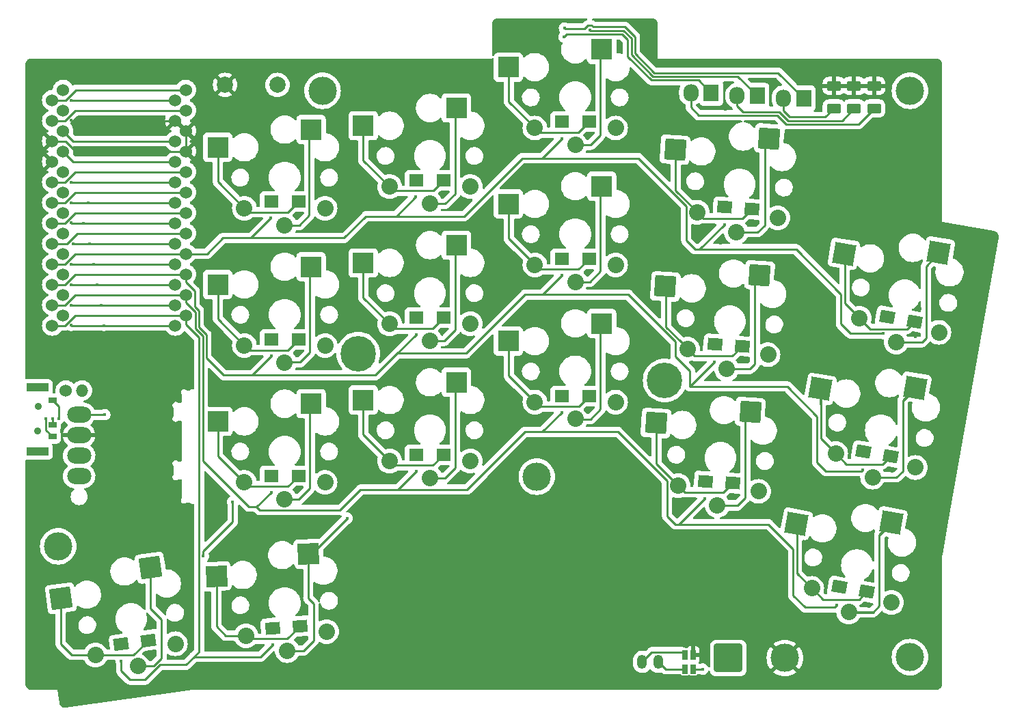
<source format=gtl>
G04 #@! TF.GenerationSoftware,KiCad,Pcbnew,7.0.5*
G04 #@! TF.CreationDate,2023-06-08T22:56:43+10:00*
G04 #@! TF.ProjectId,Klotz,4b6c6f74-7a2e-46b6-9963-61645f706362,0.2*
G04 #@! TF.SameCoordinates,Original*
G04 #@! TF.FileFunction,Copper,L1,Top*
G04 #@! TF.FilePolarity,Positive*
%FSLAX46Y46*%
G04 Gerber Fmt 4.6, Leading zero omitted, Abs format (unit mm)*
G04 Created by KiCad (PCBNEW 7.0.5) date 2023-06-08 22:56:43*
%MOMM*%
%LPD*%
G01*
G04 APERTURE LIST*
G04 Aperture macros list*
%AMRoundRect*
0 Rectangle with rounded corners*
0 $1 Rounding radius*
0 $2 $3 $4 $5 $6 $7 $8 $9 X,Y pos of 4 corners*
0 Add a 4 corners polygon primitive as box body*
4,1,4,$2,$3,$4,$5,$6,$7,$8,$9,$2,$3,0*
0 Add four circle primitives for the rounded corners*
1,1,$1+$1,$2,$3*
1,1,$1+$1,$4,$5*
1,1,$1+$1,$6,$7*
1,1,$1+$1,$8,$9*
0 Add four rect primitives between the rounded corners*
20,1,$1+$1,$2,$3,$4,$5,0*
20,1,$1+$1,$4,$5,$6,$7,0*
20,1,$1+$1,$6,$7,$8,$9,0*
20,1,$1+$1,$8,$9,$2,$3,0*%
%AMRotRect*
0 Rectangle, with rotation*
0 The origin of the aperture is its center*
0 $1 length*
0 $2 width*
0 $3 Rotation angle, in degrees counterclockwise*
0 Add horizontal line*
21,1,$1,$2,0,0,$3*%
G04 Aperture macros list end*
G04 #@! TA.AperFunction,ComponentPad*
%ADD10O,1.905000X2.159000*%
G04 #@! TD*
G04 #@! TA.AperFunction,ComponentPad*
%ADD11R,1.905000X2.159000*%
G04 #@! TD*
G04 #@! TA.AperFunction,ComponentPad*
%ADD12R,1.800000X1.500000*%
G04 #@! TD*
G04 #@! TA.AperFunction,SMDPad,CuDef*
%ADD13R,0.635000X1.143000*%
G04 #@! TD*
G04 #@! TA.AperFunction,ComponentPad*
%ADD14C,2.032000*%
G04 #@! TD*
G04 #@! TA.AperFunction,SMDPad,CuDef*
%ADD15R,2.600000X2.600000*%
G04 #@! TD*
G04 #@! TA.AperFunction,ComponentPad*
%ADD16RotRect,1.800000X1.500000X350.000000*%
G04 #@! TD*
G04 #@! TA.AperFunction,ComponentPad*
%ADD17C,2.000000*%
G04 #@! TD*
G04 #@! TA.AperFunction,SMDPad,CuDef*
%ADD18RotRect,2.600000X2.600000X350.000000*%
G04 #@! TD*
G04 #@! TA.AperFunction,ComponentPad*
%ADD19RoundRect,0.250000X0.625000X-0.375000X0.625000X0.375000X-0.625000X0.375000X-0.625000X-0.375000X0*%
G04 #@! TD*
G04 #@! TA.AperFunction,ComponentPad*
%ADD20C,4.400000*%
G04 #@! TD*
G04 #@! TA.AperFunction,ComponentPad*
%ADD21O,3.000000X2.000000*%
G04 #@! TD*
G04 #@! TA.AperFunction,ComponentPad*
%ADD22C,1.524000*%
G04 #@! TD*
G04 #@! TA.AperFunction,ComponentPad*
%ADD23O,1.524000X1.524000*%
G04 #@! TD*
G04 #@! TA.AperFunction,ComponentPad*
%ADD24O,1.200000X1.750000*%
G04 #@! TD*
G04 #@! TA.AperFunction,SMDPad,CuDef*
%ADD25RotRect,2.600000X2.600000X356.000000*%
G04 #@! TD*
G04 #@! TA.AperFunction,ComponentPad*
%ADD26C,3.500000*%
G04 #@! TD*
G04 #@! TA.AperFunction,SMDPad,CuDef*
%ADD27RotRect,2.600000X2.600000X8.000000*%
G04 #@! TD*
G04 #@! TA.AperFunction,ComponentPad*
%ADD28RotRect,1.800000X1.500000X356.000000*%
G04 #@! TD*
G04 #@! TA.AperFunction,ComponentPad*
%ADD29RotRect,1.800000X1.500000X8.000000*%
G04 #@! TD*
G04 #@! TA.AperFunction,ComponentPad*
%ADD30RotRect,1.800000X1.500000X4.000000*%
G04 #@! TD*
G04 #@! TA.AperFunction,WasherPad*
%ADD31C,0.900000*%
G04 #@! TD*
G04 #@! TA.AperFunction,SMDPad,CuDef*
%ADD32R,1.000000X0.700000*%
G04 #@! TD*
G04 #@! TA.AperFunction,SMDPad,CuDef*
%ADD33R,2.800000X1.000000*%
G04 #@! TD*
G04 #@! TA.AperFunction,SMDPad,CuDef*
%ADD34RotRect,2.600000X2.600000X3.000000*%
G04 #@! TD*
G04 #@! TA.AperFunction,ComponentPad*
%ADD35RoundRect,0.250002X-1.499998X-1.499998X1.499998X-1.499998X1.499998X1.499998X-1.499998X1.499998X0*%
G04 #@! TD*
G04 #@! TA.AperFunction,ViaPad*
%ADD36C,0.400000*%
G04 #@! TD*
G04 #@! TA.AperFunction,Conductor*
%ADD37C,0.250000*%
G04 #@! TD*
G04 APERTURE END LIST*
D10*
X178719019Y-58478792D03*
D11*
X181243019Y-58478792D03*
D12*
X151270000Y-61380000D03*
X154670000Y-61380000D03*
X133220000Y-102670000D03*
X136620000Y-102670000D03*
D13*
X166524620Y-129250000D03*
X167525380Y-129250000D03*
D14*
X152944862Y-64265117D03*
D15*
X156219862Y-52415117D03*
X144669862Y-54615117D03*
D14*
X147944862Y-62165117D03*
X157944862Y-62165117D03*
D16*
X191611654Y-85569596D03*
X194960000Y-86160000D03*
D10*
X173004504Y-58168721D03*
D11*
X175528504Y-58168721D03*
D17*
X109570000Y-56820000D03*
X116070000Y-56820000D03*
D14*
X186811540Y-122174614D03*
D18*
X192094516Y-111073340D03*
X180337961Y-111234280D03*
D14*
X182252162Y-119238277D03*
X192100240Y-120974758D03*
D19*
X189975000Y-59750000D03*
X189975000Y-56950000D03*
D14*
X134952431Y-105541867D03*
D15*
X138227431Y-93691867D03*
X126677431Y-95891867D03*
D14*
X129952431Y-103441867D03*
X139952431Y-103441867D03*
D12*
X115290000Y-88370000D03*
X118690000Y-88370000D03*
X133220000Y-85670000D03*
X136620000Y-85670000D03*
D20*
X126072491Y-90139683D03*
X164027509Y-93460317D03*
D21*
X91500000Y-97700000D03*
X91500000Y-100240000D03*
X91500000Y-102780000D03*
X91500000Y-105320000D03*
D22*
X89850000Y-94700000D03*
D23*
X91850000Y-94700000D03*
D24*
X163225000Y-128350000D03*
X161225000Y-128350000D03*
D14*
X170525731Y-108949592D03*
D25*
X174619367Y-97356910D03*
X162944038Y-98745864D03*
D14*
X165684399Y-106505925D03*
X175660040Y-107203490D03*
D26*
X194398013Y-57553692D03*
D16*
X185685827Y-119064798D03*
X189034173Y-119655202D03*
D14*
X152944862Y-81234448D03*
D15*
X156219862Y-69384448D03*
X144669862Y-71584448D03*
D14*
X147944862Y-79134448D03*
X157944862Y-79134448D03*
D26*
X148182160Y-105392393D03*
D14*
X172889446Y-75046203D03*
D25*
X176983082Y-63453521D03*
X165307753Y-64842475D03*
D14*
X168048114Y-72602536D03*
X178023755Y-73300101D03*
X171689943Y-92015539D03*
D25*
X175783579Y-80422857D03*
X164108250Y-81811811D03*
D14*
X166848611Y-89571872D03*
X176824252Y-90269437D03*
X152944862Y-98239060D03*
D15*
X156219862Y-86389060D03*
X144669862Y-88589060D03*
D14*
X147944862Y-96139060D03*
X157944862Y-96139060D03*
X98765590Y-128874617D03*
D27*
X100359517Y-116684148D03*
X89228102Y-120470187D03*
D14*
X93521986Y-127490919D03*
X103424667Y-126099188D03*
D12*
X151270000Y-78380000D03*
X154670000Y-78380000D03*
D26*
X88900000Y-114030000D03*
D28*
X170228282Y-88972828D03*
X173620000Y-89210000D03*
D14*
X116960000Y-108187813D03*
D15*
X120235000Y-96337813D03*
X108685000Y-98537813D03*
D14*
X111960000Y-106087813D03*
X121960000Y-106087813D03*
D19*
X187475000Y-59750000D03*
X187475000Y-56950000D03*
D13*
X166524620Y-127475000D03*
X167525380Y-127475000D03*
D16*
X188637481Y-102274394D03*
X191985827Y-102864798D03*
D12*
X151270000Y-95380000D03*
X154670000Y-95380000D03*
D29*
X96683088Y-126153188D03*
X100050000Y-125680000D03*
D30*
X115438282Y-124157172D03*
X118830000Y-123920000D03*
D14*
X192703186Y-88694576D03*
D18*
X197986162Y-77593302D03*
X186229607Y-77754242D03*
D14*
X188143808Y-85758239D03*
X197991886Y-87494720D03*
D26*
X121652143Y-57553692D03*
D12*
X133220000Y-68670000D03*
X136620000Y-68670000D03*
D14*
X116960000Y-91218484D03*
D15*
X120235000Y-79368484D03*
X108685000Y-81568484D03*
D14*
X111960000Y-89118484D03*
X121960000Y-89118484D03*
D31*
X86375000Y-99685000D03*
X86425000Y-96685000D03*
D32*
X88225000Y-95935000D03*
X88225000Y-98935000D03*
X88225000Y-100435000D03*
D33*
X86325000Y-94335000D03*
X86325000Y-102285000D03*
D14*
X134952431Y-71532647D03*
D15*
X138227431Y-59682647D03*
X126677431Y-61882647D03*
D14*
X129952431Y-69432647D03*
X139952431Y-69432647D03*
D12*
X115290000Y-105270000D03*
X118690000Y-105270000D03*
X115290000Y-71270000D03*
X118690000Y-71270000D03*
D28*
X171428282Y-71972828D03*
X174820000Y-72210000D03*
D14*
X116960000Y-74213872D03*
D15*
X120235000Y-62363872D03*
X108685000Y-64563872D03*
D14*
X111960000Y-72113872D03*
X121960000Y-72113872D03*
X117268782Y-126948309D03*
D34*
X119919113Y-114943149D03*
X108500081Y-117744614D03*
D14*
X112165729Y-125112867D03*
X122152024Y-124589507D03*
D26*
X194398013Y-127759458D03*
D14*
X134952431Y-88537259D03*
D15*
X138227431Y-76687259D03*
X126677431Y-78887259D03*
D14*
X129952431Y-86437259D03*
X139952431Y-86437259D03*
D22*
X88172500Y-58710000D03*
X104718900Y-57440000D03*
X88172500Y-61250000D03*
X104718900Y-59980000D03*
X88172500Y-63790000D03*
X104718900Y-62520000D03*
X88172500Y-66330000D03*
X104718900Y-65060000D03*
X88172500Y-68870000D03*
X104718900Y-67600000D03*
X88172500Y-71410000D03*
X104718900Y-70140000D03*
X88172500Y-73950000D03*
X104718900Y-72680000D03*
X88172500Y-76490000D03*
X104718900Y-75220000D03*
X88172500Y-79030000D03*
X104718900Y-77760000D03*
X88172500Y-81570000D03*
X104718900Y-80300000D03*
X88172500Y-84110000D03*
X104718900Y-82840000D03*
X88172500Y-86650000D03*
X104718900Y-85380000D03*
X89498900Y-85380000D03*
X103412500Y-86650000D03*
X89498900Y-82840000D03*
X103412500Y-84110000D03*
X89498900Y-80300000D03*
X103412500Y-81570000D03*
X89498900Y-77760000D03*
X103412500Y-79030000D03*
X89498900Y-75220000D03*
X103412500Y-76490000D03*
X89498900Y-72680000D03*
X103412500Y-73950000D03*
X89498900Y-70140000D03*
X103412500Y-71410000D03*
X89498900Y-67600000D03*
X103412500Y-68870000D03*
X89498900Y-65060000D03*
X103412500Y-66330000D03*
X89498900Y-62520000D03*
X103412500Y-63790000D03*
X89498900Y-59980000D03*
X103412500Y-61250000D03*
X89498900Y-57440000D03*
X103412500Y-58710000D03*
D28*
X169032423Y-105954242D03*
X172424141Y-106191414D03*
D10*
X167261254Y-57800649D03*
D11*
X169785254Y-57800649D03*
D19*
X184975000Y-59750000D03*
X184975000Y-56950000D03*
D14*
X189774999Y-105452233D03*
D18*
X195057975Y-94350959D03*
X183301420Y-94511899D03*
D14*
X185215621Y-102515896D03*
X195063699Y-104252377D03*
D35*
X171900000Y-127875000D03*
D26*
X178900000Y-127875000D03*
D36*
X133210000Y-70664500D03*
X191105500Y-87650000D03*
X171410000Y-74114500D03*
X115260000Y-73324500D03*
X151270000Y-63454500D03*
X88225000Y-98195000D03*
X168750000Y-129250000D03*
X151290000Y-80424500D03*
X133240000Y-87754500D03*
X188550000Y-104550000D03*
X115330000Y-90434500D03*
X170210000Y-91144500D03*
X169030000Y-108064500D03*
X115270000Y-107304500D03*
X133260000Y-104704500D03*
X151270000Y-97404500D03*
X185350000Y-121324500D03*
X115470000Y-126204500D03*
X96720000Y-128215419D03*
X136650000Y-70375000D03*
X138500000Y-71750000D03*
X147200000Y-52175000D03*
X195700000Y-84600000D03*
X192200000Y-104700000D03*
X168550000Y-110425000D03*
X107450000Y-78950000D03*
X118675000Y-90100000D03*
X126000000Y-85950000D03*
X167900000Y-75250000D03*
X168425000Y-104075000D03*
X196450000Y-107775000D03*
X175600000Y-70700000D03*
X188025000Y-100275000D03*
X191075000Y-83575000D03*
X108625000Y-114500000D03*
X189275000Y-121475000D03*
X119000000Y-125725000D03*
X171550000Y-59825000D03*
X177375000Y-56325000D03*
X147800000Y-98525000D03*
X119500000Y-121925000D03*
X163175000Y-61425000D03*
X126000000Y-104700000D03*
X138675000Y-88800000D03*
X107975000Y-126100000D03*
X107675000Y-110825000D03*
X154625000Y-97075000D03*
X192700000Y-101450000D03*
X136600000Y-87425000D03*
X90528608Y-61228608D03*
X165250000Y-108850000D03*
X118675000Y-73025000D03*
X118625000Y-106975000D03*
X169850000Y-93400000D03*
X100325000Y-127550000D03*
X175200000Y-74050000D03*
X174275000Y-87575000D03*
X100525000Y-123650000D03*
X121700000Y-91500000D03*
X119150000Y-69600000D03*
X148075000Y-60125000D03*
X138625000Y-105925000D03*
X185100000Y-116875000D03*
X154650000Y-63050000D03*
X126025000Y-70825000D03*
X174025000Y-91175000D03*
X101400000Y-94450000D03*
X199400000Y-90950000D03*
X170700000Y-70075000D03*
X176650000Y-61400000D03*
X158475000Y-52000000D03*
X169525000Y-87025000D03*
X172475000Y-108050000D03*
X189800000Y-118150000D03*
X170900000Y-76400000D03*
X195050000Y-88000000D03*
X154700000Y-80000000D03*
X152900000Y-55450000D03*
X136625000Y-104375000D03*
X173125000Y-104575000D03*
X167800000Y-91250000D03*
X90516108Y-86641108D03*
X106884980Y-115250000D03*
X110525000Y-108500000D03*
X94600000Y-86650000D03*
X124704590Y-110549540D03*
X94210000Y-84110000D03*
X90471108Y-84146108D03*
X93730000Y-81570000D03*
X90513608Y-81563608D03*
X93255000Y-79030000D03*
X90481108Y-79056108D03*
X90758378Y-76483378D03*
X92773540Y-76490000D03*
X90508608Y-71408608D03*
X92590000Y-71410000D03*
X94675000Y-97700000D03*
X90516108Y-73941108D03*
X92050000Y-73950000D03*
X154750000Y-50016096D03*
X151550000Y-50875000D03*
X87400000Y-98175000D03*
X90520878Y-58720878D03*
X151625000Y-49800500D03*
X88975000Y-98175000D03*
X90513608Y-68863608D03*
D37*
X104718900Y-77760000D02*
X91035460Y-77760000D01*
X148824500Y-65900000D02*
X151270000Y-63454500D01*
X168050000Y-77200000D02*
X168324500Y-77200000D01*
X112784500Y-75800000D02*
X115260000Y-73324500D01*
X180300000Y-77200000D02*
X185856415Y-82756415D01*
X89765460Y-79030000D02*
X88172500Y-79030000D01*
X130774500Y-73100000D02*
X133210000Y-70664500D01*
X91035460Y-77760000D02*
X89765460Y-79030000D01*
X111060000Y-75800000D02*
X124300000Y-75800000D01*
X160758323Y-65900000D02*
X166700000Y-71841676D01*
X111060000Y-75800000D02*
X112784500Y-75800000D01*
X168050000Y-77200000D02*
X180300000Y-77200000D01*
X107340000Y-77760000D02*
X104718900Y-77760000D01*
X185856415Y-82756415D02*
X185856415Y-86456415D01*
X146360000Y-65900000D02*
X147120000Y-65900000D01*
X166700000Y-76125000D02*
X167775000Y-77200000D01*
X139160000Y-73100000D02*
X146360000Y-65900000D01*
X147120000Y-65900000D02*
X148824500Y-65900000D01*
X167775000Y-77200000D02*
X168050000Y-77200000D01*
X109300000Y-75800000D02*
X111060000Y-75800000D01*
X127000000Y-73100000D02*
X129600000Y-73100000D01*
X168324500Y-77200000D02*
X171410000Y-74114500D01*
X109300000Y-75800000D02*
X107340000Y-77760000D01*
X127000000Y-73100000D02*
X130774500Y-73100000D01*
X124300000Y-75800000D02*
X127000000Y-73100000D01*
X187050000Y-87650000D02*
X191105500Y-87650000D01*
X185856415Y-86456415D02*
X187050000Y-87650000D01*
X129600000Y-73100000D02*
X139160000Y-73100000D01*
X166700000Y-71841676D02*
X166700000Y-76125000D01*
X147120000Y-65900000D02*
X160758323Y-65900000D01*
X167525380Y-129250000D02*
X168750000Y-129250000D01*
X88225000Y-98935000D02*
X88225000Y-98195000D01*
X108675000Y-68825000D02*
X111950000Y-72100000D01*
X117360000Y-72600000D02*
X118690000Y-71270000D01*
X112446128Y-72600000D02*
X117360000Y-72600000D01*
X108675000Y-64550000D02*
X108675000Y-68825000D01*
X130459784Y-69940000D02*
X135350000Y-69940000D01*
X135350000Y-69940000D02*
X136620000Y-68670000D01*
X126675000Y-61900000D02*
X126675000Y-66175000D01*
X126675000Y-66175000D02*
X129950000Y-69450000D01*
X144725000Y-58875000D02*
X148000000Y-62150000D01*
X153320000Y-62730000D02*
X154670000Y-61380000D01*
X148509745Y-62730000D02*
X153320000Y-62730000D01*
X144725000Y-54600000D02*
X144725000Y-58875000D01*
X165378464Y-64864723D02*
X165378464Y-69884424D01*
X168048114Y-72602536D02*
X168835578Y-73390000D01*
X168835578Y-73390000D02*
X173640000Y-73390000D01*
X173640000Y-73390000D02*
X174820000Y-72210000D01*
X165378464Y-69884424D02*
X168118825Y-72624784D01*
X148914500Y-82800000D02*
X151290000Y-80424500D01*
X139430000Y-90100000D02*
X146730000Y-82800000D01*
X105805411Y-84294233D02*
X105805411Y-82380411D01*
X167154500Y-94200000D02*
X179200000Y-94200000D01*
X182904396Y-103604396D02*
X184000000Y-104700000D01*
X104718900Y-81293900D02*
X104718900Y-80300000D01*
X130894500Y-90100000D02*
X130747250Y-90247250D01*
X165350000Y-90500000D02*
X165350000Y-88650000D01*
X167154500Y-94200000D02*
X167154500Y-92304500D01*
X128194500Y-92800000D02*
X130747250Y-90247250D01*
X106336829Y-86869433D02*
X106336829Y-84825651D01*
X182904396Y-97904396D02*
X182904396Y-103604396D01*
X188400000Y-104700000D02*
X188550000Y-104550000D01*
X89765460Y-81570000D02*
X88172500Y-81570000D01*
X111700000Y-92800000D02*
X128194500Y-92800000D01*
X107259519Y-90639519D02*
X107259520Y-87792124D01*
X106336829Y-84825651D02*
X105805411Y-84294233D01*
X184000000Y-104700000D02*
X188400000Y-104700000D01*
X111700000Y-92800000D02*
X112964500Y-92800000D01*
X111700000Y-92800000D02*
X109420000Y-92800000D01*
X104718900Y-80300000D02*
X91035460Y-80300000D01*
X112964500Y-92800000D02*
X115330000Y-90434500D01*
X107259520Y-87792124D02*
X106336829Y-86869433D01*
X146730000Y-82800000D02*
X148914500Y-82800000D01*
X130747250Y-90247250D02*
X133240000Y-87754500D01*
X167154500Y-94200000D02*
X170210000Y-91144500D01*
X167154500Y-92304500D02*
X165350000Y-90500000D01*
X105805411Y-82380411D02*
X104718900Y-81293900D01*
X139430000Y-90100000D02*
X130894500Y-90100000D01*
X159500000Y-82800000D02*
X165350000Y-88650000D01*
X179200000Y-94200000D02*
X182904396Y-97904396D01*
X109420000Y-92800000D02*
X107259519Y-90639519D01*
X146730000Y-82800000D02*
X159500000Y-82800000D01*
X91035460Y-80300000D02*
X89765460Y-81570000D01*
X186305935Y-83655935D02*
X186305935Y-83920366D01*
X194050000Y-87070000D02*
X194960000Y-86160000D01*
X186305935Y-77786568D02*
X186305935Y-83655935D01*
X189455569Y-87070000D02*
X194050000Y-87070000D01*
X186305935Y-83920366D02*
X188143808Y-85758239D01*
X186305935Y-83655935D02*
X186305935Y-83876364D01*
X186305935Y-83876364D02*
X188220136Y-85790565D01*
X186305935Y-83876364D02*
X186305935Y-77830570D01*
X188143808Y-85758239D02*
X189455569Y-87070000D01*
X117350000Y-89710000D02*
X118690000Y-88370000D01*
X108675000Y-85825000D02*
X111950000Y-89100000D01*
X108675000Y-81550000D02*
X108675000Y-85825000D01*
X112551516Y-89710000D02*
X117350000Y-89710000D01*
X126675000Y-83175000D02*
X129950000Y-86450000D01*
X135260000Y-87030000D02*
X136620000Y-85670000D01*
X130545172Y-87030000D02*
X135260000Y-87030000D01*
X126675000Y-78900000D02*
X126675000Y-83175000D01*
X153350000Y-79700000D02*
X154670000Y-78380000D01*
X144725000Y-75875000D02*
X148000000Y-79150000D01*
X148510414Y-79700000D02*
X153350000Y-79700000D01*
X144725000Y-71600000D02*
X144725000Y-75875000D01*
X172410000Y-90420000D02*
X173620000Y-89210000D01*
X166848611Y-89571872D02*
X167696739Y-90420000D01*
X164192604Y-86843011D02*
X166012297Y-88662703D01*
X166012297Y-88662703D02*
X166932965Y-89583372D01*
X164192604Y-81823311D02*
X164192604Y-86843011D01*
X166848611Y-89499017D02*
X166012297Y-88662703D01*
X167696739Y-90420000D02*
X172410000Y-90420000D01*
X126332916Y-107000000D02*
X127050000Y-107000000D01*
X164325000Y-105925000D02*
X164325000Y-110275000D01*
X146680000Y-99850000D02*
X148824500Y-99850000D01*
X165794500Y-111300000D02*
X169030000Y-108064500D01*
X164325000Y-110275000D02*
X165350000Y-111300000D01*
X127050000Y-107000000D02*
X130964500Y-107000000D01*
X130964500Y-107000000D02*
X133260000Y-104704500D01*
X106810000Y-100750000D02*
X106810000Y-103435000D01*
X104718900Y-82840000D02*
X104718900Y-83843440D01*
X106810000Y-87978322D02*
X106810000Y-100750000D01*
X181400000Y-121600000D02*
X185074500Y-121600000D01*
X127050000Y-107000000D02*
X139530000Y-107000000D01*
X113462250Y-109112250D02*
X113887500Y-109537500D01*
X91035460Y-82840000D02*
X89765460Y-84110000D01*
X89765460Y-84110000D02*
X88172500Y-84110000D01*
X105887309Y-87055631D02*
X106810000Y-87978322D01*
X114575000Y-109537500D02*
X123795416Y-109537500D01*
X165350000Y-111300000D02*
X165794500Y-111300000D01*
X179952377Y-114352377D02*
X179952377Y-120152377D01*
X148824500Y-99850000D02*
X151270000Y-97404500D01*
X105887309Y-85011849D02*
X105887309Y-87055631D01*
X185074500Y-121600000D02*
X185350000Y-121324500D01*
X104718900Y-82840000D02*
X91035460Y-82840000D01*
X179952377Y-120152377D02*
X181400000Y-121600000D01*
X158250000Y-99850000D02*
X164325000Y-105925000D01*
X113462250Y-109112250D02*
X115270000Y-107304500D01*
X123795416Y-109537500D02*
X126332916Y-107000000D01*
X112487250Y-109112250D02*
X113462250Y-109112250D01*
X106810000Y-103435000D02*
X112487250Y-109112250D01*
X146680000Y-99850000D02*
X158250000Y-99850000D01*
X176900000Y-111300000D02*
X179952377Y-114352377D01*
X104718900Y-83843440D02*
X105887309Y-85011849D01*
X113887500Y-109537500D02*
X114575000Y-109537500D01*
X139530000Y-107000000D02*
X146680000Y-99850000D01*
X165794500Y-111300000D02*
X176900000Y-111300000D01*
X183301420Y-96393588D02*
X183353916Y-96446084D01*
X183353916Y-94528300D02*
X183353916Y-96446084D01*
X183353916Y-96446084D02*
X183353916Y-100618096D01*
X183353916Y-100618096D02*
X184367910Y-101632090D01*
X184367910Y-101632090D02*
X185268117Y-102532297D01*
X186539725Y-103840000D02*
X191010625Y-103840000D01*
X191010625Y-103840000D02*
X191985827Y-102864798D01*
X183301420Y-94511899D02*
X183301420Y-96393588D01*
X185215621Y-102515896D02*
X186539725Y-103840000D01*
X185215621Y-102479801D02*
X184367910Y-101632090D01*
X108675000Y-102825000D02*
X111950000Y-106100000D01*
X117380000Y-106580000D02*
X118690000Y-105270000D01*
X108675000Y-98550000D02*
X108675000Y-102825000D01*
X112452187Y-106580000D02*
X117380000Y-106580000D01*
X126675000Y-100175000D02*
X129950000Y-103450000D01*
X135310000Y-103980000D02*
X136620000Y-102670000D01*
X130490564Y-103980000D02*
X135310000Y-103980000D01*
X126675000Y-95900000D02*
X126675000Y-100175000D01*
X144725000Y-92875000D02*
X148000000Y-96150000D01*
X148485802Y-96680000D02*
X153370000Y-96680000D01*
X153370000Y-96680000D02*
X154670000Y-95380000D01*
X144725000Y-88600000D02*
X144725000Y-92875000D01*
X171275555Y-107340000D02*
X172424141Y-106191414D01*
X165684399Y-106505925D02*
X166518474Y-107340000D01*
X163006744Y-103801600D02*
X163127572Y-103922428D01*
X166518474Y-107340000D02*
X171275555Y-107340000D01*
X163127572Y-103922428D02*
X163127572Y-103949098D01*
X163127572Y-103922428D02*
X165747105Y-106541961D01*
X163006744Y-98781900D02*
X163006744Y-103801600D01*
X163127572Y-103949098D02*
X165684399Y-106505925D01*
X91035460Y-85380000D02*
X89765460Y-86650000D01*
X105712500Y-127737500D02*
X104750000Y-128700000D01*
X96720000Y-129470000D02*
X96720000Y-128215419D01*
X89765460Y-86650000D02*
X88172500Y-86650000D01*
X104718900Y-85380000D02*
X104718900Y-86522940D01*
X99685718Y-130550000D02*
X97800000Y-130550000D01*
X96720000Y-129470000D02*
X97800000Y-130550000D01*
X101535718Y-128700000D02*
X99685718Y-130550000D01*
X104718900Y-86522940D02*
X106360480Y-88164520D01*
X106360480Y-127089520D02*
X105712500Y-127737500D01*
X113937000Y-127737500D02*
X115470000Y-126204500D01*
X106360480Y-88164520D02*
X106360480Y-127089520D01*
X104718900Y-85380000D02*
X91035460Y-85380000D01*
X105712500Y-127737500D02*
X113937000Y-127737500D01*
X104750000Y-128700000D02*
X101535718Y-128700000D01*
X103412500Y-66330000D02*
X90768900Y-66330000D01*
X90768900Y-66330000D02*
X89498900Y-65060000D01*
X89790000Y-63790000D02*
X88172500Y-63790000D01*
X103412500Y-61250000D02*
X90550000Y-61250000D01*
X91060000Y-65060000D02*
X89790000Y-63790000D01*
X103448900Y-61250000D02*
X104718900Y-62520000D01*
X104718900Y-62520000D02*
X104718900Y-65060000D01*
X104718900Y-65060000D02*
X91060000Y-65060000D01*
X90550000Y-61250000D02*
X90528608Y-61228608D01*
X103412500Y-63790000D02*
X90768900Y-63790000D01*
X90768900Y-63790000D02*
X89498900Y-62520000D01*
X120075479Y-106823543D02*
X118699022Y-108200000D01*
X94600000Y-86650000D02*
X90525000Y-86650000D01*
X103412500Y-86650000D02*
X94600000Y-86650000D01*
X120000000Y-72999022D02*
X120000000Y-62575000D01*
X90525000Y-86650000D02*
X90516108Y-86641108D01*
X100359517Y-116684148D02*
X100359517Y-121709517D01*
X120075479Y-90023543D02*
X118899022Y-91200000D01*
X101700000Y-127900000D02*
X100725383Y-128874617D01*
X120075479Y-96499521D02*
X120075479Y-106823543D01*
X118699022Y-108200000D02*
X116950000Y-108200000D01*
X118799022Y-74200000D02*
X120000000Y-72999022D01*
X118899022Y-91200000D02*
X116950000Y-91200000D01*
X116950000Y-74200000D02*
X118799022Y-74200000D01*
X106884980Y-114640020D02*
X106884980Y-115250000D01*
X110525000Y-111000000D02*
X106884980Y-114640020D01*
X100725383Y-128874617D02*
X98765590Y-128874617D01*
X120075479Y-79499521D02*
X120075479Y-90023543D01*
X101700000Y-123050000D02*
X101700000Y-127900000D01*
X100359517Y-121709517D02*
X101700000Y-123050000D01*
X110525000Y-108500000D02*
X110525000Y-111000000D01*
X138075479Y-104323543D02*
X136849022Y-105550000D01*
X119882367Y-114979895D02*
X119882367Y-120482367D01*
X138075479Y-70323543D02*
X136849022Y-71550000D01*
X138075479Y-93849521D02*
X138075479Y-104323543D01*
X138075479Y-59849521D02*
X138075479Y-70323543D01*
X120525000Y-125750000D02*
X119326691Y-126948309D01*
X103412500Y-84110000D02*
X94210000Y-84110000D01*
X136849022Y-105550000D02*
X134950000Y-105550000D01*
X94210000Y-84110000D02*
X90507216Y-84110000D01*
X136849022Y-71550000D02*
X134950000Y-71550000D01*
X120525000Y-121125000D02*
X120525000Y-125750000D01*
X90507216Y-84110000D02*
X90471108Y-84146108D01*
X136750000Y-88550000D02*
X134950000Y-88550000D01*
X120310981Y-114943149D02*
X124704590Y-110549540D01*
X138075479Y-76849521D02*
X138075479Y-87224521D01*
X138075479Y-87224521D02*
X136750000Y-88550000D01*
X119882367Y-120482367D02*
X120525000Y-121125000D01*
X119326691Y-126948309D02*
X117268782Y-126948309D01*
X154849022Y-98250000D02*
X153000000Y-98250000D01*
X156070341Y-63028681D02*
X154849022Y-64250000D01*
X154750000Y-81250000D02*
X153000000Y-81250000D01*
X90520000Y-81570000D02*
X90513608Y-81563608D01*
X103412500Y-81570000D02*
X93730000Y-81570000D01*
X154849022Y-64250000D02*
X153000000Y-64250000D01*
X156070341Y-79929659D02*
X154750000Y-81250000D01*
X93730000Y-81570000D02*
X90520000Y-81570000D01*
X156070341Y-97028681D02*
X154849022Y-98250000D01*
X156070341Y-69533969D02*
X156070341Y-79929659D01*
X156070341Y-52564638D02*
X156070341Y-63028681D01*
X156070341Y-86538581D02*
X156070341Y-97028681D01*
X90507216Y-79030000D02*
X90481108Y-79056108D01*
X174572961Y-92027039D02*
X174561461Y-92015539D01*
X175200000Y-82000000D02*
X175200000Y-81006436D01*
X174000000Y-108000000D02*
X173014372Y-108985628D01*
X175200000Y-82000000D02*
X175200000Y-91400000D01*
X176400000Y-74200000D02*
X175531549Y-75068451D01*
X174000000Y-108000000D02*
X174000000Y-97976277D01*
X173014372Y-108985628D02*
X170588437Y-108985628D01*
X174561461Y-92015539D02*
X171689943Y-92015539D01*
X176400000Y-65975000D02*
X176400000Y-74200000D01*
X176400000Y-65975000D02*
X176400000Y-64036603D01*
X175143451Y-75068451D02*
X175121203Y-75046203D01*
X172978336Y-108949592D02*
X170525731Y-108949592D01*
X176400000Y-64129562D02*
X176400000Y-65975000D01*
X103412500Y-79030000D02*
X93255000Y-79030000D01*
X174572961Y-92027039D02*
X171774297Y-92027039D01*
X93255000Y-79030000D02*
X90507216Y-79030000D01*
X175143451Y-75068451D02*
X172960157Y-75068451D01*
X175200000Y-81102290D02*
X175200000Y-82000000D01*
X175200000Y-91400000D02*
X174572961Y-92027039D01*
X175121203Y-75046203D02*
X172889446Y-75046203D01*
X174000000Y-98075019D02*
X174000000Y-108000000D01*
X175531549Y-75068451D02*
X175143451Y-75068451D01*
X173014372Y-108985628D02*
X172978336Y-108949592D01*
X103412500Y-76490000D02*
X90765000Y-76490000D01*
X189789634Y-122210366D02*
X186875476Y-122210366D01*
X90765000Y-76490000D02*
X90758378Y-76483378D01*
X189753882Y-122174614D02*
X186811540Y-122174614D01*
X193500000Y-104700000D02*
X192731366Y-105468634D01*
X195873098Y-88726902D02*
X195840772Y-88694576D01*
X192158452Y-111109092D02*
X190600000Y-112667544D01*
X190600000Y-112567856D02*
X192094516Y-111073340D01*
X193500000Y-95977831D02*
X193500000Y-104700000D01*
X195873098Y-88726902D02*
X192779514Y-88726902D01*
X190600000Y-112667544D02*
X190600000Y-112567856D01*
X190600000Y-121400000D02*
X189789634Y-122210366D01*
X189789634Y-122210366D02*
X189753882Y-122174614D01*
X196400000Y-79288118D02*
X196400000Y-88200000D01*
X196400000Y-79288118D02*
X197986162Y-77701956D01*
X192714965Y-105452233D02*
X189774999Y-105452233D01*
X192731366Y-105468634D02*
X189827495Y-105468634D01*
X195110471Y-94367360D02*
X193500000Y-95977831D01*
X192731366Y-105468634D02*
X192714965Y-105452233D01*
X193500000Y-95977831D02*
X193500000Y-95908934D01*
X198062490Y-77625628D02*
X196400000Y-79288118D01*
X190600000Y-112667544D02*
X190600000Y-121400000D01*
X195840772Y-88694576D02*
X192703186Y-88694576D01*
X193500000Y-95908934D02*
X195057975Y-94350959D01*
X196400000Y-88200000D02*
X195873098Y-88726902D01*
X92590000Y-71410000D02*
X90510000Y-71410000D01*
X94675000Y-97700000D02*
X91500000Y-97700000D01*
X90510000Y-71410000D02*
X90508608Y-71408608D01*
X103412500Y-71410000D02*
X92590000Y-71410000D01*
X103412500Y-73950000D02*
X92050000Y-73950000D01*
X92050000Y-73950000D02*
X90525000Y-73950000D01*
X90525000Y-73950000D02*
X90516108Y-73941108D01*
X180401897Y-117388012D02*
X182252162Y-119238277D01*
X183613885Y-120600000D02*
X188089375Y-120600000D01*
X180401897Y-111270032D02*
X180401897Y-117359828D01*
X180401897Y-117359828D02*
X182316098Y-119274029D01*
X188089375Y-120600000D02*
X189034173Y-119655202D01*
X180401897Y-117359828D02*
X180401897Y-117388012D01*
X182252162Y-119238277D02*
X183613885Y-120600000D01*
X104718900Y-72680000D02*
X91035460Y-72680000D01*
X154824980Y-50091076D02*
X158936793Y-50091076D01*
X89765460Y-73950000D02*
X88172500Y-73950000D01*
X91035460Y-72680000D02*
X89765460Y-73950000D01*
X159899520Y-51053803D02*
X159899520Y-53113802D01*
X159899520Y-53113802D02*
X162561198Y-55775480D01*
X154824980Y-50091076D02*
X154750000Y-50016096D01*
X162561198Y-55775480D02*
X173087263Y-55775480D01*
X173087263Y-55775480D02*
X175500504Y-58188721D01*
X158936793Y-50091076D02*
X159899520Y-51053803D01*
X98239081Y-127490919D02*
X100050000Y-125680000D01*
X90565919Y-127490919D02*
X93521986Y-127490919D01*
X93521986Y-127490919D02*
X98239081Y-127490919D01*
X89228102Y-126153102D02*
X90565919Y-127490919D01*
X89228102Y-120470187D02*
X89228102Y-126153102D01*
X158750596Y-50540596D02*
X159450000Y-51240000D01*
X162375000Y-56225000D02*
X168209605Y-56225000D01*
X159450000Y-51240000D02*
X159450000Y-53300000D01*
X90010000Y-76490000D02*
X88172500Y-76490000D01*
X168209605Y-56225000D02*
X169785254Y-57800649D01*
X104718900Y-75220000D02*
X91280000Y-75220000D01*
X151884404Y-50540596D02*
X158750596Y-50540596D01*
X91280000Y-75220000D02*
X90010000Y-76490000D01*
X151550000Y-50875000D02*
X151884404Y-50540596D01*
X159450000Y-53300000D02*
X162375000Y-56225000D01*
X103412500Y-58710000D02*
X90531756Y-58710000D01*
X90531756Y-58710000D02*
X90520878Y-58720878D01*
X87400000Y-99610000D02*
X88225000Y-100435000D01*
X87400000Y-98175000D02*
X87400000Y-99610000D01*
X108500081Y-117744614D02*
X108500081Y-123975081D01*
X108500081Y-123975081D02*
X109637867Y-125112867D01*
X117270000Y-125480000D02*
X118830000Y-123920000D01*
X109637867Y-125112867D02*
X112165729Y-125112867D01*
X112532862Y-125480000D02*
X117270000Y-125480000D01*
X91035460Y-70140000D02*
X89765460Y-71410000D01*
X178090187Y-55325960D02*
X181243019Y-58478792D01*
X160349040Y-50867606D02*
X160349040Y-52927604D01*
X89765460Y-71410000D02*
X88172500Y-71410000D01*
X104718900Y-70140000D02*
X91035460Y-70140000D01*
X159122991Y-49641556D02*
X155150000Y-49641556D01*
X154550000Y-49425000D02*
X154125000Y-49850000D01*
X162747396Y-55325960D02*
X178090187Y-55325960D01*
X154125000Y-49850000D02*
X151674500Y-49850000D01*
X154825000Y-49425000D02*
X154550000Y-49425000D01*
X155150000Y-49641556D02*
X154933444Y-49425000D01*
X160349040Y-52927604D02*
X162747396Y-55325960D01*
X154933444Y-49425000D02*
X154825000Y-49425000D01*
X159122991Y-49641556D02*
X160349040Y-50867606D01*
X151674500Y-49850000D02*
X151625000Y-49800500D01*
X179475000Y-60800000D02*
X178719019Y-60044019D01*
X183925000Y-60800000D02*
X179475000Y-60800000D01*
X178719019Y-60044019D02*
X178719019Y-58478792D01*
X184975000Y-59750000D02*
X183925000Y-60800000D01*
X179288802Y-61249520D02*
X178189282Y-60150000D01*
X172976504Y-59401504D02*
X172976504Y-58188721D01*
X178189282Y-60150000D02*
X173725000Y-60150000D01*
X185975480Y-61249520D02*
X179288802Y-61249520D01*
X187475000Y-59750000D02*
X185975480Y-61249520D01*
X173725000Y-60150000D02*
X172976504Y-59401504D01*
X188025960Y-61699040D02*
X179102604Y-61699040D01*
X179102604Y-61699040D02*
X178003084Y-60599520D01*
X167261254Y-59611254D02*
X167261254Y-57800649D01*
X189975000Y-59750000D02*
X188025960Y-61699040D01*
X178003084Y-60599520D02*
X168249520Y-60599520D01*
X168249520Y-60599520D02*
X167261254Y-59611254D01*
X88225000Y-95935000D02*
X88975000Y-96685000D01*
X88975000Y-96685000D02*
X88975000Y-98175000D01*
X166524620Y-129250000D02*
X164125000Y-129250000D01*
X164125000Y-129250000D02*
X163225000Y-128350000D01*
X162424520Y-127150480D02*
X161225000Y-128350000D01*
X166524620Y-127475000D02*
X166200100Y-127150480D01*
X166200100Y-127150480D02*
X162424520Y-127150480D01*
X91060000Y-57440000D02*
X89790000Y-58710000D01*
X89790000Y-58710000D02*
X88172500Y-58710000D01*
X104718900Y-57440000D02*
X91060000Y-57440000D01*
X89765460Y-61250000D02*
X88172500Y-61250000D01*
X104718900Y-59980000D02*
X91035460Y-59980000D01*
X91035460Y-59980000D02*
X89765460Y-61250000D01*
X91035460Y-67600000D02*
X89765460Y-68870000D01*
X104718900Y-67600000D02*
X91035460Y-67600000D01*
X89765460Y-68870000D02*
X88172500Y-68870000D01*
X103412500Y-68870000D02*
X90520000Y-68870000D01*
X90520000Y-68870000D02*
X90513608Y-68863608D01*
G04 #@! TA.AperFunction,Conductor*
G36*
X162472598Y-48570162D02*
G01*
X162506417Y-48571848D01*
X162541269Y-48573586D01*
X162547527Y-48574213D01*
X162612491Y-48584024D01*
X162618622Y-48585266D01*
X162681172Y-48601208D01*
X162687127Y-48603043D01*
X162747001Y-48624801D01*
X162752694Y-48627193D01*
X162809586Y-48654449D01*
X162814967Y-48657358D01*
X162868590Y-48689805D01*
X162873638Y-48693203D01*
X162923685Y-48730540D01*
X162928340Y-48734376D01*
X162963509Y-48766315D01*
X162974456Y-48776257D01*
X162978739Y-48780540D01*
X163020620Y-48826656D01*
X163024460Y-48831316D01*
X163049924Y-48865448D01*
X163061783Y-48881344D01*
X163065190Y-48886403D01*
X163097638Y-48940028D01*
X163100556Y-48945427D01*
X163127803Y-49002301D01*
X163130199Y-49008006D01*
X163151952Y-49067866D01*
X163153790Y-49073828D01*
X163169732Y-49136377D01*
X163170978Y-49142533D01*
X163173204Y-49157272D01*
X163180783Y-49207460D01*
X163180785Y-49207469D01*
X163181413Y-49213741D01*
X163184839Y-49282401D01*
X163184917Y-49285522D01*
X163184917Y-53518822D01*
X163184832Y-53519250D01*
X163184875Y-53543750D01*
X163184961Y-53543956D01*
X163185033Y-53544132D01*
X163185034Y-53544133D01*
X163185417Y-53544291D01*
X163185419Y-53544289D01*
X163210431Y-53544274D01*
X163210431Y-53544278D01*
X163210575Y-53544250D01*
X197685501Y-53544250D01*
X197688639Y-53544328D01*
X197722458Y-53546014D01*
X197757310Y-53547752D01*
X197763568Y-53548379D01*
X197828532Y-53558190D01*
X197834663Y-53559432D01*
X197897213Y-53575374D01*
X197903168Y-53577209D01*
X197963042Y-53598967D01*
X197968735Y-53601359D01*
X198025627Y-53628615D01*
X198031008Y-53631524D01*
X198084631Y-53663971D01*
X198089679Y-53667369D01*
X198139726Y-53704706D01*
X198144381Y-53708542D01*
X198190497Y-53750423D01*
X198194780Y-53754706D01*
X198236661Y-53800822D01*
X198240501Y-53805482D01*
X198268652Y-53843215D01*
X198277824Y-53855510D01*
X198281231Y-53860569D01*
X198313679Y-53914194D01*
X198316597Y-53919593D01*
X198343844Y-53976467D01*
X198346240Y-53982172D01*
X198367993Y-54042032D01*
X198369831Y-54047994D01*
X198385773Y-54110543D01*
X198387019Y-54116699D01*
X198392187Y-54150918D01*
X198396824Y-54181626D01*
X198396826Y-54181635D01*
X198397454Y-54187907D01*
X198400880Y-54256567D01*
X198400958Y-54259688D01*
X198400958Y-73799378D01*
X198400234Y-73807528D01*
X198400695Y-73809672D01*
X198401014Y-73811209D01*
X198402361Y-73811750D01*
X198404534Y-73812653D01*
X198412880Y-73813362D01*
X204829613Y-74948833D01*
X204831138Y-74949124D01*
X204840471Y-74951025D01*
X204842282Y-74951193D01*
X204853838Y-74953356D01*
X204899921Y-74961982D01*
X204906449Y-74963568D01*
X204968419Y-74982188D01*
X204974827Y-74984499D01*
X205032725Y-75008986D01*
X205038890Y-75011998D01*
X205092560Y-75041961D01*
X205098366Y-75045632D01*
X205147627Y-75080684D01*
X205152986Y-75084955D01*
X205197662Y-75124742D01*
X205202518Y-75129566D01*
X205242390Y-75173722D01*
X205246670Y-75179011D01*
X205275405Y-75218728D01*
X205281517Y-75227176D01*
X205285188Y-75232870D01*
X205314791Y-75284719D01*
X205317809Y-75290727D01*
X205338741Y-75338626D01*
X205341908Y-75345874D01*
X205344255Y-75352128D01*
X205355297Y-75387094D01*
X205362612Y-75410259D01*
X205364275Y-75416688D01*
X205376623Y-75477442D01*
X205377596Y-75483959D01*
X205383661Y-75546989D01*
X205383949Y-75553513D01*
X205383449Y-75618473D01*
X205383070Y-75624913D01*
X205375713Y-75691472D01*
X205374696Y-75697751D01*
X205360453Y-75764244D01*
X205360075Y-75765555D01*
X205359650Y-75767876D01*
X205359344Y-75769433D01*
X205357996Y-75775869D01*
X205357720Y-75778793D01*
X199141112Y-111015047D01*
X198428089Y-115047312D01*
X198391942Y-115251734D01*
X198374611Y-115349741D01*
X198374489Y-115350372D01*
X198374499Y-115351174D01*
X198374499Y-131091559D01*
X198374421Y-131094699D01*
X198370996Y-131163339D01*
X198370368Y-131169611D01*
X198360561Y-131234548D01*
X198359315Y-131240704D01*
X198343373Y-131303253D01*
X198341535Y-131309215D01*
X198319782Y-131369075D01*
X198317386Y-131374780D01*
X198290139Y-131431654D01*
X198287221Y-131437053D01*
X198254773Y-131490678D01*
X198251366Y-131495737D01*
X198227090Y-131528277D01*
X198214051Y-131545755D01*
X198210197Y-131550433D01*
X198168324Y-131596539D01*
X198164039Y-131600824D01*
X198117933Y-131642697D01*
X198113255Y-131646551D01*
X198074316Y-131675601D01*
X198063233Y-131683870D01*
X198058173Y-131687276D01*
X198004550Y-131719723D01*
X197999152Y-131722641D01*
X197942286Y-131749884D01*
X197936580Y-131752281D01*
X197876717Y-131774035D01*
X197870755Y-131775873D01*
X197808205Y-131791815D01*
X197802049Y-131793061D01*
X197737111Y-131802868D01*
X197730840Y-131803496D01*
X197713810Y-131804346D01*
X197662169Y-131806922D01*
X197659059Y-131807000D01*
X105561120Y-131807000D01*
X105559197Y-131806946D01*
X105557411Y-131807241D01*
X89793420Y-134029012D01*
X89786467Y-134029602D01*
X89728552Y-134031298D01*
X89722621Y-134031192D01*
X89680213Y-134028437D01*
X89664504Y-134027417D01*
X89658704Y-134026769D01*
X89601213Y-134017636D01*
X89595574Y-134016473D01*
X89539057Y-134002106D01*
X89533623Y-134000460D01*
X89478464Y-133980996D01*
X89473231Y-133978882D01*
X89470273Y-133977530D01*
X89419769Y-133954441D01*
X89414792Y-133951892D01*
X89363418Y-133922627D01*
X89358684Y-133919644D01*
X89309743Y-133885679D01*
X89305284Y-133882281D01*
X89259156Y-133843769D01*
X89255001Y-133839973D01*
X89212045Y-133797053D01*
X89208233Y-133792886D01*
X89168786Y-133745671D01*
X89165338Y-133741144D01*
X89129764Y-133689777D01*
X89126725Y-133684933D01*
X89120865Y-133674577D01*
X89095375Y-133629530D01*
X89092788Y-133624430D01*
X89066002Y-133565064D01*
X89063883Y-133559733D01*
X89042041Y-133496549D01*
X89040421Y-133491073D01*
X89024045Y-133424784D01*
X89022740Y-133417861D01*
X88812125Y-131811919D01*
X88811880Y-131808085D01*
X88811481Y-131807012D01*
X88810357Y-131806753D01*
X88806585Y-131807000D01*
X85558231Y-131807000D01*
X85555122Y-131806922D01*
X85501645Y-131804254D01*
X85486449Y-131803496D01*
X85480183Y-131802868D01*
X85456915Y-131799354D01*
X85415241Y-131793061D01*
X85409085Y-131791815D01*
X85346536Y-131775873D01*
X85340574Y-131774035D01*
X85280714Y-131752282D01*
X85275009Y-131749886D01*
X85218135Y-131722639D01*
X85212736Y-131719721D01*
X85159111Y-131687273D01*
X85154052Y-131683866D01*
X85141757Y-131674694D01*
X85104024Y-131646543D01*
X85099364Y-131642703D01*
X85053248Y-131600822D01*
X85048965Y-131596539D01*
X85007084Y-131550423D01*
X85003248Y-131545768D01*
X84965911Y-131495721D01*
X84962513Y-131490673D01*
X84930066Y-131437050D01*
X84927157Y-131431669D01*
X84899901Y-131374777D01*
X84897508Y-131369080D01*
X84875754Y-131309217D01*
X84875753Y-131309215D01*
X84875751Y-131309210D01*
X84873916Y-131303255D01*
X84857974Y-131240705D01*
X84856732Y-131234574D01*
X84846921Y-131169610D01*
X84846294Y-131163348D01*
X84845683Y-131151104D01*
X84843983Y-131117005D01*
X84842870Y-131094681D01*
X84842792Y-131091543D01*
X84842792Y-114030003D01*
X86636654Y-114030003D01*
X86656016Y-114325421D01*
X86656018Y-114325435D01*
X86713776Y-114615795D01*
X86713778Y-114615805D01*
X86808938Y-114896137D01*
X86808944Y-114896151D01*
X86939883Y-115161670D01*
X87104359Y-115407827D01*
X87104361Y-115407830D01*
X87104367Y-115407838D01*
X87299573Y-115630427D01*
X87522162Y-115825633D01*
X87522170Y-115825638D01*
X87522172Y-115825640D01*
X87590570Y-115871342D01*
X87768327Y-115990115D01*
X87768328Y-115990115D01*
X87768329Y-115990116D01*
X87771432Y-115991646D01*
X88033855Y-116121059D01*
X88314203Y-116216224D01*
X88604574Y-116273983D01*
X88773388Y-116285047D01*
X88899997Y-116293346D01*
X88900000Y-116293346D01*
X88900003Y-116293346D01*
X89010784Y-116286084D01*
X89195426Y-116273983D01*
X89485797Y-116216224D01*
X89766145Y-116121059D01*
X90031673Y-115990115D01*
X90277838Y-115825633D01*
X90500427Y-115630427D01*
X90695633Y-115407838D01*
X90860115Y-115161673D01*
X90991059Y-114896145D01*
X91086224Y-114615797D01*
X91143983Y-114325426D01*
X91163346Y-114030000D01*
X91143983Y-113734574D01*
X91086224Y-113444203D01*
X90991059Y-113163855D01*
X90860115Y-112898327D01*
X90723896Y-112694461D01*
X90695640Y-112652172D01*
X90695638Y-112652170D01*
X90695633Y-112652162D01*
X90500427Y-112429573D01*
X90277838Y-112234367D01*
X90277830Y-112234361D01*
X90277827Y-112234359D01*
X90031670Y-112069883D01*
X89766151Y-111938944D01*
X89766145Y-111938941D01*
X89766140Y-111938939D01*
X89766137Y-111938938D01*
X89485805Y-111843778D01*
X89485799Y-111843776D01*
X89485797Y-111843776D01*
X89386498Y-111824024D01*
X89195435Y-111786018D01*
X89195421Y-111786016D01*
X88900003Y-111766654D01*
X88899997Y-111766654D01*
X88604578Y-111786016D01*
X88604564Y-111786018D01*
X88377828Y-111831120D01*
X88314203Y-111843776D01*
X88314201Y-111843776D01*
X88314194Y-111843778D01*
X88033862Y-111938938D01*
X88033848Y-111938944D01*
X87768329Y-112069883D01*
X87522172Y-112234359D01*
X87522165Y-112234364D01*
X87522162Y-112234367D01*
X87299573Y-112429573D01*
X87104367Y-112652162D01*
X87104364Y-112652165D01*
X87104359Y-112652172D01*
X86939883Y-112898329D01*
X86808944Y-113163848D01*
X86808938Y-113163862D01*
X86713778Y-113444194D01*
X86713776Y-113444201D01*
X86713776Y-113444203D01*
X86706576Y-113480398D01*
X86656018Y-113734564D01*
X86656016Y-113734578D01*
X86636654Y-114029996D01*
X86636654Y-114030003D01*
X84842792Y-114030003D01*
X84842792Y-103419500D01*
X84862794Y-103351379D01*
X84916450Y-103304886D01*
X84968792Y-103293500D01*
X87773632Y-103293500D01*
X87773638Y-103293500D01*
X87773645Y-103293499D01*
X87773649Y-103293499D01*
X87834196Y-103286990D01*
X87834199Y-103286989D01*
X87834201Y-103286989D01*
X87971204Y-103235889D01*
X87991762Y-103220500D01*
X88088261Y-103148261D01*
X88175887Y-103031207D01*
X88175887Y-103031206D01*
X88175889Y-103031204D01*
X88226989Y-102894201D01*
X88227459Y-102889837D01*
X88233499Y-102833649D01*
X88233500Y-102833632D01*
X88233500Y-101736367D01*
X88233499Y-101736350D01*
X88226990Y-101675803D01*
X88226988Y-101675795D01*
X88191387Y-101580348D01*
X88175889Y-101538796D01*
X88175888Y-101538794D01*
X88175887Y-101538792D01*
X88143111Y-101495009D01*
X88118300Y-101428489D01*
X88133391Y-101359115D01*
X88183593Y-101308913D01*
X88243979Y-101293500D01*
X88773632Y-101293500D01*
X88773638Y-101293500D01*
X88773645Y-101293499D01*
X88773649Y-101293499D01*
X88834196Y-101286990D01*
X88834199Y-101286989D01*
X88834201Y-101286989D01*
X88971204Y-101235889D01*
X88984121Y-101226220D01*
X89088261Y-101148261D01*
X89175887Y-101031207D01*
X89175887Y-101031206D01*
X89175889Y-101031204D01*
X89226989Y-100894201D01*
X89227150Y-100892712D01*
X89233499Y-100833649D01*
X89233500Y-100833632D01*
X89233500Y-100036367D01*
X89233499Y-100036350D01*
X89226990Y-99975803D01*
X89226988Y-99975795D01*
X89183948Y-99860404D01*
X89175889Y-99838796D01*
X89175888Y-99838794D01*
X89175887Y-99838792D01*
X89117284Y-99760508D01*
X89092473Y-99693988D01*
X89107564Y-99624614D01*
X89117285Y-99609489D01*
X89132459Y-99589220D01*
X89175889Y-99531204D01*
X89226989Y-99394201D01*
X89228030Y-99384525D01*
X89233499Y-99333649D01*
X89233500Y-99333632D01*
X89233500Y-98915651D01*
X89253502Y-98847530D01*
X89300943Y-98804084D01*
X89380430Y-98762367D01*
X89509215Y-98648273D01*
X89561703Y-98572230D01*
X89616860Y-98527532D01*
X89687429Y-98519749D01*
X89751003Y-98551354D01*
X89769091Y-98572229D01*
X89800853Y-98618244D01*
X89822704Y-98649901D01*
X89827707Y-98657148D01*
X89880021Y-98711613D01*
X89987482Y-98823492D01*
X89996425Y-98832802D01*
X90045049Y-98869340D01*
X90087491Y-98926252D01*
X90092426Y-98997077D01*
X90058288Y-99059327D01*
X90052909Y-99064381D01*
X89908887Y-99191973D01*
X89908884Y-99191977D01*
X89754908Y-99380563D01*
X89633165Y-99591426D01*
X89633163Y-99591429D01*
X89546827Y-99819079D01*
X89512749Y-99986000D01*
X91068884Y-99986000D01*
X91040507Y-100030156D01*
X91000000Y-100168111D01*
X91000000Y-100311889D01*
X91040507Y-100449844D01*
X91068884Y-100494000D01*
X89511765Y-100494000D01*
X89517668Y-100542617D01*
X89517670Y-100542626D01*
X89585405Y-100776477D01*
X89689783Y-100996450D01*
X89828098Y-101196832D01*
X89996757Y-101372424D01*
X90045023Y-101408694D01*
X90087465Y-101465608D01*
X90092400Y-101536433D01*
X90058261Y-101598682D01*
X90052883Y-101603736D01*
X89908525Y-101731625D01*
X89908522Y-101731629D01*
X89754493Y-101920281D01*
X89632715Y-102131205D01*
X89632712Y-102131210D01*
X89546345Y-102358939D01*
X89546344Y-102358941D01*
X89546344Y-102358943D01*
X89545881Y-102361210D01*
X89497626Y-102597579D01*
X89487819Y-102840937D01*
X89487819Y-102840944D01*
X89517177Y-103082721D01*
X89517177Y-103082722D01*
X89584936Y-103316655D01*
X89584940Y-103316666D01*
X89689348Y-103536701D01*
X89818448Y-103723735D01*
X89827707Y-103737148D01*
X89927908Y-103841468D01*
X89996421Y-103912798D01*
X89996432Y-103912808D01*
X90044639Y-103949033D01*
X90087082Y-104005946D01*
X90092017Y-104076771D01*
X90057879Y-104139021D01*
X90052500Y-104144075D01*
X89908525Y-104271625D01*
X89908522Y-104271629D01*
X89754493Y-104460281D01*
X89754490Y-104460285D01*
X89754490Y-104460286D01*
X89746121Y-104474781D01*
X89632715Y-104671205D01*
X89632712Y-104671210D01*
X89546345Y-104898939D01*
X89546344Y-104898941D01*
X89546344Y-104898943D01*
X89523156Y-105012524D01*
X89497626Y-105137579D01*
X89487819Y-105380937D01*
X89487819Y-105380944D01*
X89517177Y-105622721D01*
X89517177Y-105622722D01*
X89584936Y-105856655D01*
X89584940Y-105856666D01*
X89689348Y-106076701D01*
X89814865Y-106258544D01*
X89827707Y-106277148D01*
X89874975Y-106326359D01*
X89969045Y-106424297D01*
X89996425Y-106452802D01*
X90191135Y-106599117D01*
X90406795Y-106712304D01*
X90500523Y-106743595D01*
X90637820Y-106789432D01*
X90788744Y-106813959D01*
X90852775Y-106844629D01*
X90890059Y-106905047D01*
X90888759Y-106976032D01*
X90849289Y-107035046D01*
X90848467Y-107035726D01*
X90753590Y-107113589D01*
X90622313Y-107273552D01*
X90524768Y-107456045D01*
X90464698Y-107654072D01*
X90444417Y-107859996D01*
X90444417Y-107860003D01*
X90464698Y-108065927D01*
X90464699Y-108065933D01*
X90464700Y-108065934D01*
X90501637Y-108187701D01*
X90524768Y-108263954D01*
X90619853Y-108441845D01*
X90622315Y-108446450D01*
X90753590Y-108606410D01*
X90913550Y-108737685D01*
X91096046Y-108835232D01*
X91294066Y-108895300D01*
X91294070Y-108895300D01*
X91294072Y-108895301D01*
X91381789Y-108903940D01*
X91448392Y-108910500D01*
X91448401Y-108910500D01*
X91551599Y-108910500D01*
X91551608Y-108910500D01*
X91639331Y-108901859D01*
X91705927Y-108895301D01*
X91705928Y-108895300D01*
X91705934Y-108895300D01*
X91903954Y-108835232D01*
X92086450Y-108737685D01*
X92246410Y-108606410D01*
X92377685Y-108446450D01*
X92475232Y-108263954D01*
X92535300Y-108065934D01*
X92536797Y-108050743D01*
X92555583Y-107860003D01*
X92555583Y-107859996D01*
X92535301Y-107654072D01*
X92535300Y-107654070D01*
X92535300Y-107654066D01*
X92475232Y-107456046D01*
X92377685Y-107273550D01*
X92246410Y-107113590D01*
X92154642Y-107038278D01*
X92114675Y-106979604D01*
X92112774Y-106908633D01*
X92149544Y-106847900D01*
X92213312Y-106816688D01*
X92224427Y-106815290D01*
X92242768Y-106813810D01*
X92479248Y-106755523D01*
X92479249Y-106755522D01*
X92479251Y-106755522D01*
X92536953Y-106730937D01*
X92703316Y-106660056D01*
X92909168Y-106529883D01*
X92909175Y-106529877D01*
X92909176Y-106529877D01*
X93076629Y-106381526D01*
X93091474Y-106368375D01*
X93245510Y-106179714D01*
X93367289Y-105968787D01*
X93453656Y-105741057D01*
X93502374Y-105502421D01*
X93512181Y-105259061D01*
X93482823Y-105017280D01*
X93442515Y-104878120D01*
X93415063Y-104783344D01*
X93415059Y-104783333D01*
X93310651Y-104563298D01*
X93307410Y-104558603D01*
X93172293Y-104362852D01*
X93003575Y-104187198D01*
X92955356Y-104150964D01*
X92912916Y-104094052D01*
X92907981Y-104023227D01*
X92942120Y-103960977D01*
X92947463Y-103955956D01*
X93091474Y-103828375D01*
X93245510Y-103639714D01*
X93367289Y-103428787D01*
X93453656Y-103201057D01*
X93502374Y-102962421D01*
X93512181Y-102719061D01*
X93482823Y-102477280D01*
X93429466Y-102293070D01*
X93415063Y-102243344D01*
X93415059Y-102243333D01*
X93310651Y-102023298D01*
X93285939Y-101987497D01*
X93172293Y-101822852D01*
X93037602Y-101682624D01*
X93003580Y-101647203D01*
X93003579Y-101647202D01*
X93003575Y-101647198D01*
X92954950Y-101610658D01*
X92912509Y-101553746D01*
X92907574Y-101482921D01*
X92941713Y-101420671D01*
X92947092Y-101415618D01*
X93091106Y-101288032D01*
X93091115Y-101288022D01*
X93245091Y-101099436D01*
X93366834Y-100888573D01*
X93366836Y-100888570D01*
X93453172Y-100660920D01*
X93487250Y-100494000D01*
X91931116Y-100494000D01*
X91959493Y-100449844D01*
X92000000Y-100311889D01*
X92000000Y-100168111D01*
X91959493Y-100030156D01*
X91931116Y-99986000D01*
X93488234Y-99986000D01*
X93488234Y-99985999D01*
X93482331Y-99937382D01*
X93482329Y-99937373D01*
X93414594Y-99703522D01*
X93310216Y-99483549D01*
X93171901Y-99283167D01*
X93003240Y-99107573D01*
X93003237Y-99107570D01*
X92954976Y-99071304D01*
X92912534Y-99014391D01*
X92907599Y-98943566D01*
X92941738Y-98881316D01*
X92947092Y-98876285D01*
X93091474Y-98748375D01*
X93245510Y-98559714D01*
X93338502Y-98398647D01*
X93339742Y-98396500D01*
X93391125Y-98347507D01*
X93448861Y-98333500D01*
X94326413Y-98333500D01*
X94384968Y-98347933D01*
X94396848Y-98354168D01*
X94421917Y-98367325D01*
X94421918Y-98367325D01*
X94421920Y-98367326D01*
X94580394Y-98406385D01*
X94588972Y-98408500D01*
X94588975Y-98408500D01*
X94761025Y-98408500D01*
X94761028Y-98408500D01*
X94919505Y-98369439D01*
X94928079Y-98367326D01*
X94928079Y-98367325D01*
X94928083Y-98367325D01*
X95080430Y-98287367D01*
X95209215Y-98173273D01*
X95306954Y-98031675D01*
X95367965Y-97870801D01*
X95377763Y-97790109D01*
X95388704Y-97700003D01*
X95388704Y-97699996D01*
X95370369Y-97548996D01*
X95367965Y-97529199D01*
X95306954Y-97368325D01*
X95209215Y-97226727D01*
X95080430Y-97112633D01*
X95080429Y-97112632D01*
X95080426Y-97112630D01*
X94928087Y-97032677D01*
X94928079Y-97032673D01*
X94761031Y-96991500D01*
X94761028Y-96991500D01*
X94588972Y-96991500D01*
X94588968Y-96991500D01*
X94421920Y-97032673D01*
X94421912Y-97032677D01*
X94384968Y-97052067D01*
X94326413Y-97066500D01*
X93448789Y-97066500D01*
X93380668Y-97046498D01*
X93334954Y-96994516D01*
X93331077Y-96986346D01*
X93310650Y-96943296D01*
X93172293Y-96742852D01*
X93009311Y-96573170D01*
X93003580Y-96567203D01*
X93003578Y-96567201D01*
X93003575Y-96567198D01*
X92808865Y-96420883D01*
X92593205Y-96307696D01*
X92593201Y-96307694D01*
X92593200Y-96307694D01*
X92362179Y-96230568D01*
X92122691Y-96191647D01*
X92058661Y-96160977D01*
X92021377Y-96100558D01*
X92022677Y-96029573D01*
X92062148Y-95970560D01*
X92110287Y-95945574D01*
X92286196Y-95898440D01*
X92487677Y-95804488D01*
X92669781Y-95676977D01*
X92826977Y-95519781D01*
X92954488Y-95337677D01*
X93048440Y-95136196D01*
X93105978Y-94921463D01*
X93125353Y-94700000D01*
X93105978Y-94478537D01*
X93048440Y-94263804D01*
X92954488Y-94062324D01*
X92826977Y-93880219D01*
X92669781Y-93723023D01*
X92669777Y-93723020D01*
X92669772Y-93723016D01*
X92487677Y-93595512D01*
X92487675Y-93595511D01*
X92286199Y-93501561D01*
X92286193Y-93501559D01*
X92244073Y-93490273D01*
X92071463Y-93444022D01*
X91850000Y-93424647D01*
X91849999Y-93424647D01*
X91781132Y-93430672D01*
X91628537Y-93444022D01*
X91525097Y-93471739D01*
X91413806Y-93501559D01*
X91413801Y-93501561D01*
X91212323Y-93595512D01*
X91030222Y-93723020D01*
X90939094Y-93814147D01*
X90876781Y-93848172D01*
X90805965Y-93843106D01*
X90760904Y-93814146D01*
X90669783Y-93723025D01*
X90669772Y-93723016D01*
X90487677Y-93595512D01*
X90487675Y-93595511D01*
X90286199Y-93501561D01*
X90286193Y-93501559D01*
X90244073Y-93490273D01*
X90071463Y-93444022D01*
X89850000Y-93424647D01*
X89849999Y-93424647D01*
X89781132Y-93430672D01*
X89628537Y-93444022D01*
X89525097Y-93471739D01*
X89413806Y-93501559D01*
X89413801Y-93501561D01*
X89212323Y-93595512D01*
X89030222Y-93723020D01*
X89030216Y-93723025D01*
X88873025Y-93880216D01*
X88873020Y-93880222D01*
X88745512Y-94062323D01*
X88651561Y-94263801D01*
X88651559Y-94263806D01*
X88626103Y-94358811D01*
X88594022Y-94478537D01*
X88579050Y-94649670D01*
X88574647Y-94700000D01*
X88594022Y-94921468D01*
X88594978Y-94926886D01*
X88592843Y-94927262D01*
X88591369Y-94988880D01*
X88551568Y-95047671D01*
X88486300Y-95075611D01*
X88471357Y-95076500D01*
X88353038Y-95076500D01*
X88284917Y-95056498D01*
X88238424Y-95002842D01*
X88227760Y-94937032D01*
X88233499Y-94883649D01*
X88233500Y-94883632D01*
X88233500Y-93786367D01*
X88233499Y-93786350D01*
X88226990Y-93725803D01*
X88226988Y-93725795D01*
X88191432Y-93630467D01*
X88175889Y-93588796D01*
X88175888Y-93588794D01*
X88175887Y-93588792D01*
X88088261Y-93471738D01*
X87971207Y-93384112D01*
X87971202Y-93384110D01*
X87834204Y-93333011D01*
X87834196Y-93333009D01*
X87773649Y-93326500D01*
X87773638Y-93326500D01*
X84968792Y-93326500D01*
X84900671Y-93306498D01*
X84854178Y-93252842D01*
X84842792Y-93200500D01*
X84842792Y-54259705D01*
X84842870Y-54256567D01*
X84846294Y-54187899D01*
X84846922Y-54181635D01*
X84856732Y-54116669D01*
X84857974Y-54110542D01*
X84871577Y-54057169D01*
X84873916Y-54047991D01*
X84875749Y-54042043D01*
X84897512Y-53982156D01*
X84899898Y-53976477D01*
X84927161Y-53919569D01*
X84930066Y-53914197D01*
X84930068Y-53914194D01*
X84962515Y-53860569D01*
X84965904Y-53855535D01*
X85003256Y-53805469D01*
X85007075Y-53800833D01*
X85048977Y-53754695D01*
X85053237Y-53750435D01*
X85099375Y-53708533D01*
X85104011Y-53704714D01*
X85154059Y-53667375D01*
X85159106Y-53663977D01*
X85192851Y-53643558D01*
X85212736Y-53631526D01*
X85218124Y-53628613D01*
X85275025Y-53601354D01*
X85280709Y-53598966D01*
X85340579Y-53577210D01*
X85346536Y-53575374D01*
X85409086Y-53559432D01*
X85415236Y-53558187D01*
X85480181Y-53548379D01*
X85486435Y-53547752D01*
X85525040Y-53545827D01*
X85555111Y-53544328D01*
X85558250Y-53544250D01*
X142602134Y-53544250D01*
X142602277Y-53544278D01*
X142602278Y-53544274D01*
X142627289Y-53544289D01*
X142627292Y-53544291D01*
X142627675Y-53544133D01*
X142627676Y-53544129D01*
X142645470Y-53526329D01*
X142648162Y-53529020D01*
X142663288Y-53510171D01*
X142730605Y-53487611D01*
X142799432Y-53505027D01*
X142847918Y-53556889D01*
X142861362Y-53613521D01*
X142861362Y-55963766D01*
X142867871Y-56024313D01*
X142867873Y-56024321D01*
X142918972Y-56161319D01*
X142918974Y-56161324D01*
X143006600Y-56278378D01*
X143123654Y-56366004D01*
X143123656Y-56366005D01*
X143123658Y-56366006D01*
X143182737Y-56388041D01*
X143260657Y-56417105D01*
X143260665Y-56417107D01*
X143321212Y-56423616D01*
X143321217Y-56423616D01*
X143321224Y-56423617D01*
X143965500Y-56423617D01*
X144033621Y-56443619D01*
X144080114Y-56497275D01*
X144091500Y-56549617D01*
X144091500Y-58791146D01*
X144089751Y-58806988D01*
X144090044Y-58807016D01*
X144089298Y-58814908D01*
X144091469Y-58883974D01*
X144091500Y-58885953D01*
X144091500Y-58914851D01*
X144091501Y-58914872D01*
X144092378Y-58921820D01*
X144092844Y-58927732D01*
X144094326Y-58974888D01*
X144094327Y-58974893D01*
X144099977Y-58994339D01*
X144103986Y-59013697D01*
X144106525Y-59033793D01*
X144106526Y-59033799D01*
X144123893Y-59077662D01*
X144125816Y-59083279D01*
X144138982Y-59128593D01*
X144149294Y-59146031D01*
X144157988Y-59163779D01*
X144165444Y-59182609D01*
X144165450Y-59182620D01*
X144193177Y-59220783D01*
X144196437Y-59225746D01*
X144220460Y-59266365D01*
X144234779Y-59280684D01*
X144247617Y-59295714D01*
X144253299Y-59303534D01*
X144259528Y-59312107D01*
X144282409Y-59331036D01*
X144295886Y-59342185D01*
X144300267Y-59346171D01*
X145401833Y-60447737D01*
X146476701Y-61522605D01*
X146510727Y-61584917D01*
X146505662Y-61655732D01*
X146504016Y-61659915D01*
X146493129Y-61686199D01*
X146490493Y-61692564D01*
X146434475Y-61925895D01*
X146415648Y-62165117D01*
X146430517Y-62354053D01*
X146434475Y-62404338D01*
X146490492Y-62637668D01*
X146579932Y-62853595D01*
X146582322Y-62859366D01*
X146707702Y-63063966D01*
X146863544Y-63246435D01*
X147046013Y-63402277D01*
X147250613Y-63527657D01*
X147472309Y-63619486D01*
X147705640Y-63675504D01*
X147944862Y-63694331D01*
X148184084Y-63675504D01*
X148417415Y-63619486D01*
X148639111Y-63527657D01*
X148843711Y-63402277D01*
X148853766Y-63393688D01*
X148918553Y-63364658D01*
X148935596Y-63363500D01*
X150160905Y-63363500D01*
X150229026Y-63383502D01*
X150275519Y-63437158D01*
X150285623Y-63507432D01*
X150256129Y-63572012D01*
X150250000Y-63578595D01*
X148599000Y-65229595D01*
X148536688Y-65263621D01*
X148509905Y-65266500D01*
X146443854Y-65266500D01*
X146428012Y-65264750D01*
X146427985Y-65265044D01*
X146420092Y-65264297D01*
X146351013Y-65266469D01*
X146349034Y-65266500D01*
X146320144Y-65266500D01*
X146320140Y-65266500D01*
X146320129Y-65266501D01*
X146313190Y-65267377D01*
X146307277Y-65267843D01*
X146260111Y-65269325D01*
X146240650Y-65274979D01*
X146221304Y-65278985D01*
X146201204Y-65281525D01*
X146201203Y-65281525D01*
X146157335Y-65298893D01*
X146151720Y-65300815D01*
X146106413Y-65313978D01*
X146106404Y-65313982D01*
X146088962Y-65324297D01*
X146071215Y-65332991D01*
X146052383Y-65340447D01*
X146052381Y-65340448D01*
X146014214Y-65368178D01*
X146009254Y-65371436D01*
X145968636Y-65395459D01*
X145968633Y-65395461D01*
X145954312Y-65409783D01*
X145939283Y-65422619D01*
X145922893Y-65434527D01*
X145892808Y-65470892D01*
X145888812Y-65475283D01*
X141684723Y-69679371D01*
X141622411Y-69713397D01*
X141551596Y-69708332D01*
X141494760Y-69665785D01*
X141469949Y-69599265D01*
X141470015Y-69580409D01*
X141481645Y-69432647D01*
X141462818Y-69193425D01*
X141406800Y-68960094D01*
X141314971Y-68738398D01*
X141189591Y-68533798D01*
X141033749Y-68351329D01*
X140851280Y-68195487D01*
X140646680Y-68070107D01*
X140605460Y-68053033D01*
X140424982Y-67978277D01*
X140265367Y-67939957D01*
X140191653Y-67922260D01*
X139952431Y-67903433D01*
X139952430Y-67903433D01*
X139713209Y-67922260D01*
X139479879Y-67978277D01*
X139258183Y-68070106D01*
X139053583Y-68195486D01*
X138916809Y-68312301D01*
X138852019Y-68341331D01*
X138781819Y-68330726D01*
X138728497Y-68283850D01*
X138708979Y-68216489D01*
X138708979Y-65580000D01*
X139347273Y-65580000D01*
X139357281Y-65790095D01*
X139357283Y-65790108D01*
X139406871Y-65994512D01*
X139406873Y-65994518D01*
X139494252Y-66185852D01*
X139616262Y-66357191D01*
X139768494Y-66502344D01*
X139768496Y-66502345D01*
X139768498Y-66502347D01*
X139863527Y-66563418D01*
X139945445Y-66616063D01*
X140140719Y-66694240D01*
X140347260Y-66734047D01*
X140347264Y-66734047D01*
X140504897Y-66734047D01*
X140504899Y-66734047D01*
X140661820Y-66719063D01*
X140863642Y-66659803D01*
X141050601Y-66563418D01*
X141215941Y-66433394D01*
X141353686Y-66274428D01*
X141458857Y-66092266D01*
X141527653Y-65893493D01*
X141547810Y-65753296D01*
X141557588Y-65685293D01*
X141547580Y-65475198D01*
X141547579Y-65475193D01*
X141547579Y-65475188D01*
X141520314Y-65362799D01*
X141497990Y-65270779D01*
X141497989Y-65270777D01*
X141497989Y-65270776D01*
X141410610Y-65079442D01*
X141288600Y-64908103D01*
X141286395Y-64906001D01*
X141226802Y-64849179D01*
X141136368Y-64762950D01*
X141136365Y-64762948D01*
X141136363Y-64762946D01*
X140959419Y-64649232D01*
X140938417Y-64640824D01*
X140895882Y-64623795D01*
X140764147Y-64571055D01*
X140764143Y-64571054D01*
X140722834Y-64563092D01*
X140557606Y-64531247D01*
X140557602Y-64531247D01*
X140399963Y-64531247D01*
X140399961Y-64531247D01*
X140399943Y-64531248D01*
X140243052Y-64546229D01*
X140243037Y-64546232D01*
X140041225Y-64605489D01*
X140041218Y-64605492D01*
X139854263Y-64701874D01*
X139688920Y-64831900D01*
X139577167Y-64960871D01*
X139551176Y-64990866D01*
X139551175Y-64990867D01*
X139551174Y-64990867D01*
X139446005Y-65173027D01*
X139446002Y-65173032D01*
X139377211Y-65371793D01*
X139377207Y-65371808D01*
X139347273Y-65580000D01*
X138708979Y-65580000D01*
X138708979Y-63391641D01*
X138728981Y-63323520D01*
X138782637Y-63277027D01*
X138852911Y-63266923D01*
X138913536Y-63293129D01*
X138963574Y-63333033D01*
X138963576Y-63333034D01*
X138963577Y-63333035D01*
X139190783Y-63464213D01*
X139190787Y-63464214D01*
X139190788Y-63464215D01*
X139435015Y-63560067D01*
X139690801Y-63618449D01*
X139886937Y-63633147D01*
X139886938Y-63633147D01*
X140017924Y-63633147D01*
X140017925Y-63633147D01*
X140214061Y-63618449D01*
X140469847Y-63560067D01*
X140714074Y-63464215D01*
X140714076Y-63464213D01*
X140714078Y-63464213D01*
X140839776Y-63391641D01*
X140941288Y-63333033D01*
X141146412Y-63169452D01*
X141324864Y-62977126D01*
X141458913Y-62780512D01*
X141472653Y-62760360D01*
X141472653Y-62760358D01*
X141472659Y-62760351D01*
X141586494Y-62523970D01*
X141592044Y-62505978D01*
X141663826Y-62273266D01*
X141664364Y-62269699D01*
X141702931Y-62013829D01*
X141702931Y-61751465D01*
X141663827Y-61492032D01*
X141663826Y-61492030D01*
X141663826Y-61492027D01*
X141586497Y-61241332D01*
X141586492Y-61241319D01*
X141526191Y-61116104D01*
X141472659Y-61004943D01*
X141472657Y-61004940D01*
X141472653Y-61004933D01*
X141324868Y-60788174D01*
X141324864Y-60788168D01*
X141146412Y-60595842D01*
X140941288Y-60432261D01*
X140941283Y-60432258D01*
X140941284Y-60432258D01*
X140714078Y-60301080D01*
X140714070Y-60301077D01*
X140469850Y-60205228D01*
X140469848Y-60205227D01*
X140214064Y-60146845D01*
X140188223Y-60144908D01*
X140152512Y-60142232D01*
X140086079Y-60117195D01*
X140043726Y-60060215D01*
X140035931Y-60016585D01*
X140035931Y-58334014D01*
X140035930Y-58333997D01*
X140029421Y-58273450D01*
X140029419Y-58273442D01*
X140000355Y-58195522D01*
X139978320Y-58136443D01*
X139978319Y-58136441D01*
X139978318Y-58136439D01*
X139890692Y-58019385D01*
X139773638Y-57931759D01*
X139773633Y-57931757D01*
X139636635Y-57880658D01*
X139636627Y-57880656D01*
X139576080Y-57874147D01*
X139576069Y-57874147D01*
X136878793Y-57874147D01*
X136878781Y-57874147D01*
X136818234Y-57880656D01*
X136818226Y-57880658D01*
X136681228Y-57931757D01*
X136681223Y-57931759D01*
X136564169Y-58019385D01*
X136476543Y-58136439D01*
X136476541Y-58136444D01*
X136425442Y-58273442D01*
X136425440Y-58273450D01*
X136418931Y-58333997D01*
X136418931Y-58368504D01*
X136398929Y-58436625D01*
X136345273Y-58483118D01*
X136274999Y-58493222D01*
X136210419Y-58463728D01*
X136200567Y-58454206D01*
X136146416Y-58395846D01*
X136146414Y-58395845D01*
X136146412Y-58395842D01*
X135941288Y-58232261D01*
X135941283Y-58232258D01*
X135941284Y-58232258D01*
X135714078Y-58101080D01*
X135714070Y-58101077D01*
X135469850Y-58005228D01*
X135469848Y-58005227D01*
X135214064Y-57946845D01*
X135066958Y-57935821D01*
X135017925Y-57932147D01*
X134886937Y-57932147D01*
X134847709Y-57935086D01*
X134690797Y-57946845D01*
X134435013Y-58005227D01*
X134435011Y-58005228D01*
X134190791Y-58101077D01*
X134190783Y-58101080D01*
X133963577Y-58232258D01*
X133758449Y-58395842D01*
X133579997Y-58588169D01*
X133579993Y-58588174D01*
X133432208Y-58804933D01*
X133432204Y-58804940D01*
X133318369Y-59041319D01*
X133318364Y-59041332D01*
X133241035Y-59292027D01*
X133223353Y-59409341D01*
X133201931Y-59551465D01*
X133201931Y-59813829D01*
X133219308Y-59929115D01*
X133241035Y-60073266D01*
X133318364Y-60323961D01*
X133318369Y-60323974D01*
X133432204Y-60560353D01*
X133432208Y-60560360D01*
X133566571Y-60757432D01*
X133579998Y-60777126D01*
X133758450Y-60969452D01*
X133963574Y-61133033D01*
X133963577Y-61133035D01*
X134190783Y-61264213D01*
X134190787Y-61264214D01*
X134190788Y-61264215D01*
X134435015Y-61360067D01*
X134690801Y-61418449D01*
X134886937Y-61433147D01*
X134886938Y-61433147D01*
X135017924Y-61433147D01*
X135017925Y-61433147D01*
X135214061Y-61418449D01*
X135469847Y-61360067D01*
X135714074Y-61264215D01*
X135714076Y-61264213D01*
X135714078Y-61264213D01*
X135878906Y-61169049D01*
X135941288Y-61133033D01*
X136146412Y-60969452D01*
X136160131Y-60954667D01*
X136200566Y-60911088D01*
X136261562Y-60874756D01*
X136332518Y-60877169D01*
X136390905Y-60917561D01*
X136418186Y-60983107D01*
X136418931Y-60996789D01*
X136418931Y-61031296D01*
X136425440Y-61091843D01*
X136425442Y-61091851D01*
X136476541Y-61228849D01*
X136476543Y-61228854D01*
X136564169Y-61345908D01*
X136681223Y-61433534D01*
X136681225Y-61433535D01*
X136681227Y-61433536D01*
X136731500Y-61452287D01*
X136818226Y-61484635D01*
X136818234Y-61484637D01*
X136878781Y-61491146D01*
X136878786Y-61491146D01*
X136878793Y-61491147D01*
X137315979Y-61491147D01*
X137384100Y-61511149D01*
X137430593Y-61564805D01*
X137441979Y-61617147D01*
X137441979Y-67285500D01*
X137421977Y-67353621D01*
X137368321Y-67400114D01*
X137315979Y-67411500D01*
X136233677Y-67411500D01*
X136165556Y-67391498D01*
X136119063Y-67337842D01*
X136108959Y-67267568D01*
X136138453Y-67202988D01*
X136158168Y-67184632D01*
X136242519Y-67121488D01*
X136441272Y-66922735D01*
X136609716Y-66697720D01*
X136744423Y-66451022D01*
X136842650Y-66187665D01*
X136902398Y-65913010D01*
X136922450Y-65632647D01*
X136902398Y-65352284D01*
X136881157Y-65254642D01*
X136842652Y-65077637D01*
X136842652Y-65077636D01*
X136842650Y-65077632D01*
X136842650Y-65077629D01*
X136744423Y-64814272D01*
X136609716Y-64567574D01*
X136441272Y-64342559D01*
X136441270Y-64342557D01*
X136441262Y-64342548D01*
X136242529Y-64143815D01*
X136242520Y-64143807D01*
X136203719Y-64114761D01*
X136017504Y-63975362D01*
X135770806Y-63840655D01*
X135770805Y-63840654D01*
X135507441Y-63742425D01*
X135232796Y-63682680D01*
X135232797Y-63682680D01*
X135162731Y-63677668D01*
X135022606Y-63667647D01*
X134882256Y-63667647D01*
X134742130Y-63677668D01*
X134672065Y-63682680D01*
X134397421Y-63742425D01*
X134397420Y-63742425D01*
X134134056Y-63840654D01*
X133887358Y-63975362D01*
X133662341Y-64143807D01*
X133662332Y-64143815D01*
X133463599Y-64342548D01*
X133463591Y-64342557D01*
X133295146Y-64567574D01*
X133160438Y-64814272D01*
X133062209Y-65077636D01*
X133062209Y-65077637D01*
X133002464Y-65352280D01*
X132982412Y-65632647D01*
X133002464Y-65913013D01*
X133062209Y-66187656D01*
X133062209Y-66187657D01*
X133160438Y-66451021D01*
X133191030Y-66507045D01*
X133295146Y-66697720D01*
X133449251Y-66903580D01*
X133463591Y-66922736D01*
X133463599Y-66922745D01*
X133662332Y-67121478D01*
X133662341Y-67121486D01*
X133662343Y-67121488D01*
X133746694Y-67184632D01*
X133789241Y-67241468D01*
X133794305Y-67312283D01*
X133760280Y-67374596D01*
X133697968Y-67408621D01*
X133671185Y-67411500D01*
X132271350Y-67411500D01*
X132210803Y-67418009D01*
X132210795Y-67418011D01*
X132073797Y-67469110D01*
X132073792Y-67469112D01*
X131956738Y-67556738D01*
X131869112Y-67673792D01*
X131869110Y-67673797D01*
X131818011Y-67810795D01*
X131818009Y-67810803D01*
X131811500Y-67871350D01*
X131811500Y-69180500D01*
X131791498Y-69248621D01*
X131737842Y-69295114D01*
X131685500Y-69306500D01*
X131588190Y-69306500D01*
X131520069Y-69286498D01*
X131473576Y-69232842D01*
X131464593Y-69198158D01*
X131463593Y-69198317D01*
X131462819Y-69193435D01*
X131462818Y-69193433D01*
X131462818Y-69193425D01*
X131406800Y-68960094D01*
X131314971Y-68738398D01*
X131189591Y-68533798D01*
X131033749Y-68351329D01*
X130851280Y-68195487D01*
X130646680Y-68070107D01*
X130605460Y-68053033D01*
X130424982Y-67978277D01*
X130265367Y-67939957D01*
X130191653Y-67922260D01*
X129952431Y-67903433D01*
X129952430Y-67903433D01*
X129713209Y-67922260D01*
X129479878Y-67978278D01*
X129475177Y-67979806D01*
X129474568Y-67977932D01*
X129412251Y-67984592D01*
X129348785Y-67952771D01*
X129345608Y-67949703D01*
X128356082Y-66960177D01*
X127345405Y-65949499D01*
X127311379Y-65887187D01*
X127308500Y-65860404D01*
X127308500Y-65580000D01*
X128347273Y-65580000D01*
X128357281Y-65790095D01*
X128357283Y-65790108D01*
X128406871Y-65994512D01*
X128406873Y-65994518D01*
X128494252Y-66185852D01*
X128616262Y-66357191D01*
X128768494Y-66502344D01*
X128768496Y-66502345D01*
X128768498Y-66502347D01*
X128863527Y-66563418D01*
X128945445Y-66616063D01*
X129140719Y-66694240D01*
X129347260Y-66734047D01*
X129347264Y-66734047D01*
X129504897Y-66734047D01*
X129504899Y-66734047D01*
X129661820Y-66719063D01*
X129863642Y-66659803D01*
X130050601Y-66563418D01*
X130215941Y-66433394D01*
X130353686Y-66274428D01*
X130458857Y-66092266D01*
X130527653Y-65893493D01*
X130547810Y-65753296D01*
X130557588Y-65685293D01*
X130547580Y-65475198D01*
X130547579Y-65475193D01*
X130547579Y-65475188D01*
X130520314Y-65362799D01*
X130497990Y-65270779D01*
X130497989Y-65270777D01*
X130497989Y-65270776D01*
X130410610Y-65079442D01*
X130288600Y-64908103D01*
X130286395Y-64906001D01*
X130226802Y-64849179D01*
X130136368Y-64762950D01*
X130136365Y-64762948D01*
X130136363Y-64762946D01*
X129959419Y-64649232D01*
X129938417Y-64640824D01*
X129895882Y-64623795D01*
X129764147Y-64571055D01*
X129764143Y-64571054D01*
X129722834Y-64563092D01*
X129557606Y-64531247D01*
X129557602Y-64531247D01*
X129399963Y-64531247D01*
X129399961Y-64531247D01*
X129399943Y-64531248D01*
X129243052Y-64546229D01*
X129243037Y-64546232D01*
X129041225Y-64605489D01*
X129041218Y-64605492D01*
X128854263Y-64701874D01*
X128688920Y-64831900D01*
X128577167Y-64960871D01*
X128551176Y-64990866D01*
X128551175Y-64990867D01*
X128551174Y-64990867D01*
X128446005Y-65173027D01*
X128446002Y-65173032D01*
X128377211Y-65371793D01*
X128377207Y-65371808D01*
X128347273Y-65580000D01*
X127308500Y-65580000D01*
X127308500Y-63817147D01*
X127328502Y-63749026D01*
X127382158Y-63702533D01*
X127434500Y-63691147D01*
X128026063Y-63691147D01*
X128026069Y-63691147D01*
X128026076Y-63691146D01*
X128026080Y-63691146D01*
X128086627Y-63684637D01*
X128086630Y-63684636D01*
X128086632Y-63684636D01*
X128223635Y-63633536D01*
X128237340Y-63623277D01*
X128340692Y-63545908D01*
X128428318Y-63428854D01*
X128428318Y-63428853D01*
X128428320Y-63428851D01*
X128476645Y-63299287D01*
X128479419Y-63291851D01*
X128479421Y-63291843D01*
X128485930Y-63231296D01*
X128485931Y-63231279D01*
X128485931Y-63196789D01*
X128505933Y-63128668D01*
X128559589Y-63082175D01*
X128629863Y-63072071D01*
X128694443Y-63101565D01*
X128704296Y-63111088D01*
X128758445Y-63169448D01*
X128758449Y-63169451D01*
X128758450Y-63169452D01*
X128963574Y-63333033D01*
X128963577Y-63333035D01*
X129190783Y-63464213D01*
X129190787Y-63464214D01*
X129190788Y-63464215D01*
X129435015Y-63560067D01*
X129690801Y-63618449D01*
X129886937Y-63633147D01*
X129886938Y-63633147D01*
X130017924Y-63633147D01*
X130017925Y-63633147D01*
X130214061Y-63618449D01*
X130469847Y-63560067D01*
X130714074Y-63464215D01*
X130714076Y-63464213D01*
X130714078Y-63464213D01*
X130839776Y-63391641D01*
X130941288Y-63333033D01*
X131146412Y-63169452D01*
X131324864Y-62977126D01*
X131458913Y-62780512D01*
X131472653Y-62760360D01*
X131472653Y-62760358D01*
X131472659Y-62760351D01*
X131586494Y-62523970D01*
X131592044Y-62505978D01*
X131663826Y-62273266D01*
X131664364Y-62269699D01*
X131702931Y-62013829D01*
X131702931Y-61751465D01*
X131663827Y-61492032D01*
X131663826Y-61492030D01*
X131663826Y-61492027D01*
X131586497Y-61241332D01*
X131586492Y-61241319D01*
X131526191Y-61116104D01*
X131472659Y-61004943D01*
X131472657Y-61004940D01*
X131472653Y-61004933D01*
X131324868Y-60788174D01*
X131324864Y-60788168D01*
X131146412Y-60595842D01*
X130941288Y-60432261D01*
X130941283Y-60432258D01*
X130941284Y-60432258D01*
X130714078Y-60301080D01*
X130714070Y-60301077D01*
X130469850Y-60205228D01*
X130469848Y-60205227D01*
X130214064Y-60146845D01*
X130066958Y-60135821D01*
X130017925Y-60132147D01*
X129886937Y-60132147D01*
X129847709Y-60135086D01*
X129690797Y-60146845D01*
X129435013Y-60205227D01*
X129435011Y-60205228D01*
X129190791Y-60301077D01*
X129190783Y-60301080D01*
X128963577Y-60432258D01*
X128758445Y-60595846D01*
X128704295Y-60654206D01*
X128643299Y-60690537D01*
X128572343Y-60688123D01*
X128513956Y-60647731D01*
X128486676Y-60582185D01*
X128485931Y-60568504D01*
X128485931Y-60534014D01*
X128485930Y-60533997D01*
X128479421Y-60473450D01*
X128479419Y-60473442D01*
X128428320Y-60336444D01*
X128428318Y-60336439D01*
X128340692Y-60219385D01*
X128223638Y-60131759D01*
X128223633Y-60131757D01*
X128086635Y-60080658D01*
X128086627Y-60080656D01*
X128026080Y-60074147D01*
X128026069Y-60074147D01*
X125328793Y-60074147D01*
X125328781Y-60074147D01*
X125268234Y-60080656D01*
X125268226Y-60080658D01*
X125131228Y-60131757D01*
X125131223Y-60131759D01*
X125014169Y-60219385D01*
X124926543Y-60336439D01*
X124926541Y-60336444D01*
X124875442Y-60473442D01*
X124875440Y-60473450D01*
X124868931Y-60533997D01*
X124868930Y-60534014D01*
X124868930Y-63231279D01*
X124868931Y-63231296D01*
X124875440Y-63291843D01*
X124875442Y-63291851D01*
X124926541Y-63428849D01*
X124926543Y-63428854D01*
X125014169Y-63545908D01*
X125131223Y-63633534D01*
X125131225Y-63633535D01*
X125131227Y-63633536D01*
X125189221Y-63655167D01*
X125268226Y-63684635D01*
X125268234Y-63684637D01*
X125328781Y-63691146D01*
X125328786Y-63691146D01*
X125328793Y-63691147D01*
X125915500Y-63691147D01*
X125983621Y-63711149D01*
X126030114Y-63764805D01*
X126041500Y-63817147D01*
X126041500Y-66091146D01*
X126039751Y-66106988D01*
X126040044Y-66107016D01*
X126039298Y-66114908D01*
X126041469Y-66183974D01*
X126041500Y-66185953D01*
X126041500Y-66214851D01*
X126041501Y-66214872D01*
X126042378Y-66221820D01*
X126042844Y-66227732D01*
X126044326Y-66274888D01*
X126044327Y-66274893D01*
X126049977Y-66294339D01*
X126053986Y-66313697D01*
X126056525Y-66333793D01*
X126056526Y-66333799D01*
X126073893Y-66377662D01*
X126075816Y-66383279D01*
X126088982Y-66428593D01*
X126099294Y-66446031D01*
X126107988Y-66463779D01*
X126115444Y-66482609D01*
X126115450Y-66482620D01*
X126143177Y-66520783D01*
X126146437Y-66525746D01*
X126170460Y-66566365D01*
X126184779Y-66580684D01*
X126197617Y-66595714D01*
X126206427Y-66607839D01*
X126209528Y-66612107D01*
X126222726Y-66623025D01*
X126245886Y-66642185D01*
X126250267Y-66646171D01*
X127360474Y-67756378D01*
X128460968Y-68856872D01*
X128494994Y-68919184D01*
X128494392Y-68975380D01*
X128479258Y-69038419D01*
X128442044Y-69193425D01*
X128424585Y-69415271D01*
X128423217Y-69432647D01*
X128442044Y-69671869D01*
X128450643Y-69707685D01*
X128498061Y-69905198D01*
X128567452Y-70072722D01*
X128589891Y-70126896D01*
X128715271Y-70331496D01*
X128871113Y-70513965D01*
X129053582Y-70669807D01*
X129258182Y-70795187D01*
X129479878Y-70887016D01*
X129713209Y-70943034D01*
X129952431Y-70961861D01*
X130191653Y-70943034D01*
X130424984Y-70887016D01*
X130646680Y-70795187D01*
X130851280Y-70669807D01*
X130928696Y-70603687D01*
X130993486Y-70574657D01*
X131010526Y-70573500D01*
X132100906Y-70573500D01*
X132169027Y-70593502D01*
X132215520Y-70647158D01*
X132225624Y-70717432D01*
X132196130Y-70782012D01*
X132190002Y-70788593D01*
X131347135Y-71631460D01*
X130549000Y-72429595D01*
X130486688Y-72463621D01*
X130459905Y-72466500D01*
X127083854Y-72466500D01*
X127068012Y-72464750D01*
X127067985Y-72465044D01*
X127060092Y-72464297D01*
X126991013Y-72466469D01*
X126989034Y-72466500D01*
X126960144Y-72466500D01*
X126960140Y-72466500D01*
X126960129Y-72466501D01*
X126953190Y-72467377D01*
X126947277Y-72467843D01*
X126900111Y-72469325D01*
X126880650Y-72474979D01*
X126861304Y-72478985D01*
X126841204Y-72481525D01*
X126841203Y-72481525D01*
X126797335Y-72498893D01*
X126791720Y-72500815D01*
X126746413Y-72513978D01*
X126746404Y-72513982D01*
X126728962Y-72524297D01*
X126711215Y-72532991D01*
X126692383Y-72540447D01*
X126692381Y-72540448D01*
X126654214Y-72568178D01*
X126649254Y-72571436D01*
X126608636Y-72595459D01*
X126608633Y-72595461D01*
X126594312Y-72609783D01*
X126579283Y-72622619D01*
X126562893Y-72634527D01*
X126532808Y-72670892D01*
X126528812Y-72675283D01*
X124074500Y-75129595D01*
X124012188Y-75163620D01*
X123985405Y-75166500D01*
X118389194Y-75166500D01*
X118321073Y-75146498D01*
X118274580Y-75092842D01*
X118264476Y-75022568D01*
X118281761Y-74974665D01*
X118322540Y-74908121D01*
X118322543Y-74908114D01*
X118324787Y-74903711D01*
X118326594Y-74904632D01*
X118365761Y-74856013D01*
X118433120Y-74833581D01*
X118437639Y-74833500D01*
X118715169Y-74833500D01*
X118731010Y-74835249D01*
X118731038Y-74834956D01*
X118738923Y-74835700D01*
X118738931Y-74835702D01*
X118800230Y-74833775D01*
X118807998Y-74833531D01*
X118809977Y-74833500D01*
X118838873Y-74833500D01*
X118838878Y-74833500D01*
X118845840Y-74832619D01*
X118851741Y-74832154D01*
X118898911Y-74830673D01*
X118918369Y-74825019D01*
X118937716Y-74821013D01*
X118957819Y-74818474D01*
X119001701Y-74801099D01*
X119007296Y-74799183D01*
X119035838Y-74790891D01*
X119052613Y-74786019D01*
X119052617Y-74786017D01*
X119070048Y-74775708D01*
X119087802Y-74767009D01*
X119106639Y-74759552D01*
X119144808Y-74731818D01*
X119149766Y-74728562D01*
X119190384Y-74704542D01*
X119204707Y-74690218D01*
X119219746Y-74677374D01*
X119236129Y-74665472D01*
X119266215Y-74629103D01*
X119270183Y-74624741D01*
X120388657Y-73506267D01*
X120401092Y-73496306D01*
X120400905Y-73496079D01*
X120407016Y-73491023D01*
X120407015Y-73491023D01*
X120407018Y-73491022D01*
X120454352Y-73440614D01*
X120455667Y-73439257D01*
X120476134Y-73418792D01*
X120480429Y-73413254D01*
X120484271Y-73408753D01*
X120516586Y-73374343D01*
X120526345Y-73356589D01*
X120537197Y-73340068D01*
X120549613Y-73324063D01*
X120568347Y-73280770D01*
X120570961Y-73275434D01*
X120593694Y-73234083D01*
X120593695Y-73234082D01*
X120598733Y-73214457D01*
X120605138Y-73195752D01*
X120605382Y-73195190D01*
X120613181Y-73177167D01*
X120613181Y-73177166D01*
X120616330Y-73169890D01*
X120619070Y-73171076D01*
X120649712Y-73123081D01*
X120714204Y-73093393D01*
X120784508Y-73103285D01*
X120828321Y-73136224D01*
X120878682Y-73195190D01*
X121061151Y-73351032D01*
X121265751Y-73476412D01*
X121487447Y-73568241D01*
X121720778Y-73624259D01*
X121960000Y-73643086D01*
X122199222Y-73624259D01*
X122432553Y-73568241D01*
X122654249Y-73476412D01*
X122858849Y-73351032D01*
X123041318Y-73195190D01*
X123197160Y-73012721D01*
X123322540Y-72808121D01*
X123414369Y-72586425D01*
X123470387Y-72353094D01*
X123489214Y-72113872D01*
X123470387Y-71874650D01*
X123414369Y-71641319D01*
X123322540Y-71419623D01*
X123197160Y-71215023D01*
X123041318Y-71032554D01*
X122858849Y-70876712D01*
X122654249Y-70751332D01*
X122634890Y-70743313D01*
X122432551Y-70659502D01*
X122208985Y-70605829D01*
X122199222Y-70603485D01*
X121960000Y-70584658D01*
X121959999Y-70584658D01*
X121720778Y-70603485D01*
X121487448Y-70659502D01*
X121265752Y-70751331D01*
X121061152Y-70876711D01*
X120878681Y-71032554D01*
X120855311Y-71059918D01*
X120795860Y-71098727D01*
X120724865Y-71099233D01*
X120664867Y-71061277D01*
X120634914Y-70996908D01*
X120633500Y-70978087D01*
X120633500Y-68261225D01*
X121354842Y-68261225D01*
X121364850Y-68471320D01*
X121364852Y-68471333D01*
X121414440Y-68675737D01*
X121414442Y-68675743D01*
X121501821Y-68867077D01*
X121623831Y-69038416D01*
X121776063Y-69183569D01*
X121776065Y-69183570D01*
X121776067Y-69183572D01*
X121858469Y-69236528D01*
X121953014Y-69297288D01*
X122148288Y-69375465D01*
X122354829Y-69415272D01*
X122354833Y-69415272D01*
X122512466Y-69415272D01*
X122512468Y-69415272D01*
X122669389Y-69400288D01*
X122871211Y-69341028D01*
X123058170Y-69244643D01*
X123223510Y-69114619D01*
X123361255Y-68955653D01*
X123466426Y-68773491D01*
X123472942Y-68754666D01*
X123490308Y-68704488D01*
X123535222Y-68574718D01*
X123556326Y-68427939D01*
X123565157Y-68366518D01*
X123555149Y-68156423D01*
X123555148Y-68156418D01*
X123555148Y-68156413D01*
X123505558Y-67952001D01*
X123418179Y-67760667D01*
X123296169Y-67589328D01*
X123282136Y-67575948D01*
X123236514Y-67532447D01*
X123143937Y-67444175D01*
X123143934Y-67444173D01*
X123143932Y-67444171D01*
X122966988Y-67330457D01*
X122771716Y-67252280D01*
X122771712Y-67252279D01*
X122730403Y-67244317D01*
X122565175Y-67212472D01*
X122565171Y-67212472D01*
X122407532Y-67212472D01*
X122407530Y-67212472D01*
X122407512Y-67212473D01*
X122250621Y-67227454D01*
X122250606Y-67227457D01*
X122048794Y-67286714D01*
X122048787Y-67286717D01*
X121861832Y-67383099D01*
X121696489Y-67513125D01*
X121558745Y-67672091D01*
X121558744Y-67672092D01*
X121558743Y-67672092D01*
X121453574Y-67854252D01*
X121453571Y-67854257D01*
X121384780Y-68053018D01*
X121384776Y-68053033D01*
X121354842Y-68261225D01*
X120633500Y-68261225D01*
X120633500Y-66006638D01*
X120653502Y-65938517D01*
X120707158Y-65892024D01*
X120777432Y-65881920D01*
X120838057Y-65908126D01*
X120971143Y-66014258D01*
X120971146Y-66014260D01*
X121198352Y-66145438D01*
X121198356Y-66145439D01*
X121198357Y-66145440D01*
X121442584Y-66241292D01*
X121698370Y-66299674D01*
X121894506Y-66314372D01*
X121894507Y-66314372D01*
X122025493Y-66314372D01*
X122025494Y-66314372D01*
X122221630Y-66299674D01*
X122477416Y-66241292D01*
X122721643Y-66145440D01*
X122721645Y-66145438D01*
X122721647Y-66145438D01*
X122866732Y-66061673D01*
X122948857Y-66014258D01*
X123153981Y-65850677D01*
X123332433Y-65658351D01*
X123480228Y-65441576D01*
X123594063Y-65205195D01*
X123595015Y-65202109D01*
X123671395Y-64954491D01*
X123671396Y-64954487D01*
X123710500Y-64695054D01*
X123710500Y-64432690D01*
X123671396Y-64173257D01*
X123671395Y-64173255D01*
X123671395Y-64173252D01*
X123594066Y-63922557D01*
X123594061Y-63922544D01*
X123523478Y-63775978D01*
X123480228Y-63686168D01*
X123480226Y-63686165D01*
X123480222Y-63686158D01*
X123332437Y-63469399D01*
X123332433Y-63469393D01*
X123153981Y-63277067D01*
X122948857Y-63113486D01*
X122948852Y-63113483D01*
X122948853Y-63113483D01*
X122721647Y-62982305D01*
X122721639Y-62982302D01*
X122477419Y-62886453D01*
X122477417Y-62886452D01*
X122370001Y-62861935D01*
X122221630Y-62828070D01*
X122160080Y-62823457D01*
X122093647Y-62798420D01*
X122051294Y-62741440D01*
X122043499Y-62697815D01*
X122043500Y-61015234D01*
X122042394Y-61004943D01*
X122036990Y-60954675D01*
X122036988Y-60954667D01*
X121985889Y-60817669D01*
X121985887Y-60817664D01*
X121898261Y-60700610D01*
X121781207Y-60612984D01*
X121781202Y-60612982D01*
X121644204Y-60561883D01*
X121644196Y-60561881D01*
X121583649Y-60555372D01*
X121583638Y-60555372D01*
X118886362Y-60555372D01*
X118886350Y-60555372D01*
X118825803Y-60561881D01*
X118825795Y-60561883D01*
X118688797Y-60612982D01*
X118688792Y-60612984D01*
X118571738Y-60700610D01*
X118484112Y-60817664D01*
X118484110Y-60817669D01*
X118433011Y-60954667D01*
X118433009Y-60954675D01*
X118426500Y-61015222D01*
X118426500Y-61049729D01*
X118406498Y-61117850D01*
X118352842Y-61164343D01*
X118282568Y-61174447D01*
X118217988Y-61144953D01*
X118208136Y-61135431D01*
X118153985Y-61077071D01*
X118153983Y-61077070D01*
X118153981Y-61077067D01*
X117948857Y-60913486D01*
X117948852Y-60913483D01*
X117948853Y-60913483D01*
X117721647Y-60782305D01*
X117721639Y-60782302D01*
X117477419Y-60686453D01*
X117477417Y-60686452D01*
X117221633Y-60628070D01*
X117067235Y-60616500D01*
X117025494Y-60613372D01*
X116894506Y-60613372D01*
X116855278Y-60616311D01*
X116698366Y-60628070D01*
X116442582Y-60686452D01*
X116442580Y-60686453D01*
X116198360Y-60782302D01*
X116198352Y-60782305D01*
X115971146Y-60913483D01*
X115766018Y-61077067D01*
X115587566Y-61269394D01*
X115587562Y-61269399D01*
X115439777Y-61486158D01*
X115439773Y-61486165D01*
X115325938Y-61722544D01*
X115325933Y-61722557D01*
X115248604Y-61973252D01*
X115230028Y-62096500D01*
X115209500Y-62232690D01*
X115209500Y-62495054D01*
X115222870Y-62583754D01*
X115248604Y-62754491D01*
X115325933Y-63005186D01*
X115325938Y-63005199D01*
X115439773Y-63241578D01*
X115439777Y-63241585D01*
X115587562Y-63458344D01*
X115587567Y-63458351D01*
X115766019Y-63650677D01*
X115971143Y-63814258D01*
X115971146Y-63814260D01*
X116198352Y-63945438D01*
X116198356Y-63945439D01*
X116198357Y-63945440D01*
X116442584Y-64041292D01*
X116698370Y-64099674D01*
X116894506Y-64114372D01*
X116894507Y-64114372D01*
X117025493Y-64114372D01*
X117025494Y-64114372D01*
X117221630Y-64099674D01*
X117477416Y-64041292D01*
X117721643Y-63945440D01*
X117721645Y-63945438D01*
X117721647Y-63945438D01*
X117903136Y-63840655D01*
X117948857Y-63814258D01*
X118153981Y-63650677D01*
X118169886Y-63633536D01*
X118208135Y-63592313D01*
X118269131Y-63555981D01*
X118340087Y-63558394D01*
X118398474Y-63598786D01*
X118425755Y-63664332D01*
X118426500Y-63678014D01*
X118426500Y-63712521D01*
X118433009Y-63773068D01*
X118433011Y-63773076D01*
X118484110Y-63910074D01*
X118484112Y-63910079D01*
X118571738Y-64027133D01*
X118688792Y-64114759D01*
X118688794Y-64114760D01*
X118688796Y-64114761D01*
X118710572Y-64122883D01*
X118825795Y-64165860D01*
X118825803Y-64165862D01*
X118886350Y-64172371D01*
X118886355Y-64172371D01*
X118886362Y-64172372D01*
X119240500Y-64172372D01*
X119308621Y-64192374D01*
X119355114Y-64246030D01*
X119366500Y-64298372D01*
X119366500Y-69885500D01*
X119346498Y-69953621D01*
X119292842Y-70000114D01*
X119240500Y-70011500D01*
X118345492Y-70011500D01*
X118277371Y-69991498D01*
X118230878Y-69937842D01*
X118220774Y-69867568D01*
X118250268Y-69802988D01*
X118256397Y-69796405D01*
X118448831Y-69603970D01*
X118448841Y-69603960D01*
X118617285Y-69378945D01*
X118751992Y-69132247D01*
X118850219Y-68868890D01*
X118909967Y-68594235D01*
X118930019Y-68313872D01*
X118909967Y-68033509D01*
X118882493Y-67907213D01*
X118850221Y-67758862D01*
X118850221Y-67758861D01*
X118850219Y-67758857D01*
X118850219Y-67758854D01*
X118751992Y-67495497D01*
X118617285Y-67248799D01*
X118448841Y-67023784D01*
X118448839Y-67023782D01*
X118448831Y-67023773D01*
X118250098Y-66825040D01*
X118250089Y-66825032D01*
X118250088Y-66825031D01*
X118025073Y-66656587D01*
X117778375Y-66521880D01*
X117778374Y-66521879D01*
X117515010Y-66423650D01*
X117240365Y-66363905D01*
X117240366Y-66363905D01*
X117170300Y-66358893D01*
X117030175Y-66348872D01*
X116889825Y-66348872D01*
X116749699Y-66358893D01*
X116679634Y-66363905D01*
X116404990Y-66423650D01*
X116404989Y-66423650D01*
X116141625Y-66521879D01*
X115894927Y-66656587D01*
X115669910Y-66825032D01*
X115669901Y-66825040D01*
X115471168Y-67023773D01*
X115471160Y-67023782D01*
X115302715Y-67248799D01*
X115168007Y-67495497D01*
X115069778Y-67758861D01*
X115069778Y-67758862D01*
X115010033Y-68033505D01*
X114989981Y-68313871D01*
X115010033Y-68594238D01*
X115069778Y-68868881D01*
X115069778Y-68868882D01*
X115168007Y-69132246D01*
X115222937Y-69232842D01*
X115302715Y-69378945D01*
X115471159Y-69603960D01*
X115471160Y-69603961D01*
X115471168Y-69603970D01*
X115663603Y-69796405D01*
X115697629Y-69858717D01*
X115692564Y-69929532D01*
X115650017Y-69986368D01*
X115583497Y-70011179D01*
X115574508Y-70011500D01*
X114341350Y-70011500D01*
X114280803Y-70018009D01*
X114280795Y-70018011D01*
X114143797Y-70069110D01*
X114143792Y-70069112D01*
X114026738Y-70156738D01*
X113939112Y-70273792D01*
X113939110Y-70273797D01*
X113888011Y-70410795D01*
X113888009Y-70410803D01*
X113881500Y-70471350D01*
X113881500Y-71840500D01*
X113861498Y-71908621D01*
X113807842Y-71955114D01*
X113755500Y-71966500D01*
X113591768Y-71966500D01*
X113523647Y-71946498D01*
X113477154Y-71892842D01*
X113469252Y-71869923D01*
X113414369Y-71641319D01*
X113322540Y-71419623D01*
X113197160Y-71215023D01*
X113041318Y-71032554D01*
X112858849Y-70876712D01*
X112654249Y-70751332D01*
X112634890Y-70743313D01*
X112432551Y-70659502D01*
X112208985Y-70605829D01*
X112199222Y-70603485D01*
X111960000Y-70584658D01*
X111959999Y-70584658D01*
X111720778Y-70603485D01*
X111489903Y-70658913D01*
X111418995Y-70655366D01*
X111371394Y-70625489D01*
X109345405Y-68599499D01*
X109311379Y-68537187D01*
X109308500Y-68510404D01*
X109308500Y-68261225D01*
X110354842Y-68261225D01*
X110364850Y-68471320D01*
X110364852Y-68471333D01*
X110414440Y-68675737D01*
X110414442Y-68675743D01*
X110501821Y-68867077D01*
X110623831Y-69038416D01*
X110776063Y-69183569D01*
X110776065Y-69183570D01*
X110776067Y-69183572D01*
X110858469Y-69236528D01*
X110953014Y-69297288D01*
X111148288Y-69375465D01*
X111354829Y-69415272D01*
X111354833Y-69415272D01*
X111512466Y-69415272D01*
X111512468Y-69415272D01*
X111669389Y-69400288D01*
X111871211Y-69341028D01*
X112058170Y-69244643D01*
X112223510Y-69114619D01*
X112361255Y-68955653D01*
X112466426Y-68773491D01*
X112472942Y-68754666D01*
X112490308Y-68704488D01*
X112535222Y-68574718D01*
X112556326Y-68427939D01*
X112565157Y-68366518D01*
X112555149Y-68156423D01*
X112555148Y-68156418D01*
X112555148Y-68156413D01*
X112505558Y-67952001D01*
X112418179Y-67760667D01*
X112296169Y-67589328D01*
X112282136Y-67575948D01*
X112236514Y-67532447D01*
X112143937Y-67444175D01*
X112143934Y-67444173D01*
X112143932Y-67444171D01*
X111966988Y-67330457D01*
X111771716Y-67252280D01*
X111771712Y-67252279D01*
X111730403Y-67244317D01*
X111565175Y-67212472D01*
X111565171Y-67212472D01*
X111407532Y-67212472D01*
X111407530Y-67212472D01*
X111407512Y-67212473D01*
X111250621Y-67227454D01*
X111250606Y-67227457D01*
X111048794Y-67286714D01*
X111048787Y-67286717D01*
X110861832Y-67383099D01*
X110696489Y-67513125D01*
X110558745Y-67672091D01*
X110558744Y-67672092D01*
X110558743Y-67672092D01*
X110453574Y-67854252D01*
X110453571Y-67854257D01*
X110384780Y-68053018D01*
X110384776Y-68053033D01*
X110354842Y-68261225D01*
X109308500Y-68261225D01*
X109308500Y-66498372D01*
X109328502Y-66430251D01*
X109382158Y-66383758D01*
X109434500Y-66372372D01*
X110033632Y-66372372D01*
X110033638Y-66372372D01*
X110033645Y-66372371D01*
X110033649Y-66372371D01*
X110094196Y-66365862D01*
X110094199Y-66365861D01*
X110094201Y-66365861D01*
X110231204Y-66314761D01*
X110232248Y-66313980D01*
X110348261Y-66227133D01*
X110435887Y-66110079D01*
X110435887Y-66110078D01*
X110435889Y-66110076D01*
X110486989Y-65973073D01*
X110489524Y-65949499D01*
X110493499Y-65912521D01*
X110493500Y-65912504D01*
X110493500Y-65878014D01*
X110513502Y-65809893D01*
X110567158Y-65763400D01*
X110637432Y-65753296D01*
X110702012Y-65782790D01*
X110711865Y-65792313D01*
X110766014Y-65850673D01*
X110766018Y-65850676D01*
X110766019Y-65850677D01*
X110971143Y-66014258D01*
X110971146Y-66014260D01*
X111198352Y-66145438D01*
X111198356Y-66145439D01*
X111198357Y-66145440D01*
X111442584Y-66241292D01*
X111698370Y-66299674D01*
X111894506Y-66314372D01*
X111894507Y-66314372D01*
X112025493Y-66314372D01*
X112025494Y-66314372D01*
X112221630Y-66299674D01*
X112477416Y-66241292D01*
X112721643Y-66145440D01*
X112721645Y-66145438D01*
X112721647Y-66145438D01*
X112866732Y-66061673D01*
X112948857Y-66014258D01*
X113153981Y-65850677D01*
X113332433Y-65658351D01*
X113480228Y-65441576D01*
X113594063Y-65205195D01*
X113595015Y-65202109D01*
X113671395Y-64954491D01*
X113671396Y-64954487D01*
X113710500Y-64695054D01*
X113710500Y-64432690D01*
X113671396Y-64173257D01*
X113671395Y-64173255D01*
X113671395Y-64173252D01*
X113594066Y-63922557D01*
X113594061Y-63922544D01*
X113523478Y-63775978D01*
X113480228Y-63686168D01*
X113480226Y-63686165D01*
X113480222Y-63686158D01*
X113332437Y-63469399D01*
X113332433Y-63469393D01*
X113153981Y-63277067D01*
X112948857Y-63113486D01*
X112948852Y-63113483D01*
X112948853Y-63113483D01*
X112721647Y-62982305D01*
X112721639Y-62982302D01*
X112477419Y-62886453D01*
X112477417Y-62886452D01*
X112221633Y-62828070D01*
X112074528Y-62817046D01*
X112025494Y-62813372D01*
X111894506Y-62813372D01*
X111855278Y-62816311D01*
X111698366Y-62828070D01*
X111442582Y-62886452D01*
X111442580Y-62886453D01*
X111198360Y-62982302D01*
X111198352Y-62982305D01*
X110971146Y-63113483D01*
X110766014Y-63277071D01*
X110711864Y-63335431D01*
X110650868Y-63371762D01*
X110579912Y-63369348D01*
X110521525Y-63328956D01*
X110494245Y-63263410D01*
X110493500Y-63249729D01*
X110493500Y-63215239D01*
X110493499Y-63215222D01*
X110486990Y-63154675D01*
X110486988Y-63154667D01*
X110435889Y-63017669D01*
X110435887Y-63017664D01*
X110348261Y-62900610D01*
X110231207Y-62812984D01*
X110231202Y-62812982D01*
X110094204Y-62761883D01*
X110094196Y-62761881D01*
X110033649Y-62755372D01*
X110033638Y-62755372D01*
X107336362Y-62755372D01*
X107336350Y-62755372D01*
X107275803Y-62761881D01*
X107275795Y-62761883D01*
X107138797Y-62812982D01*
X107138792Y-62812984D01*
X107021738Y-62900610D01*
X106934112Y-63017664D01*
X106934110Y-63017669D01*
X106883011Y-63154667D01*
X106883009Y-63154675D01*
X106876500Y-63215222D01*
X106876500Y-65912521D01*
X106883009Y-65973068D01*
X106883011Y-65973076D01*
X106934110Y-66110074D01*
X106934112Y-66110079D01*
X107021738Y-66227133D01*
X107138792Y-66314759D01*
X107138794Y-66314760D01*
X107138796Y-66314761D01*
X107179653Y-66330000D01*
X107275795Y-66365860D01*
X107275803Y-66365862D01*
X107336350Y-66372371D01*
X107336355Y-66372371D01*
X107336362Y-66372372D01*
X107915500Y-66372372D01*
X107983621Y-66392374D01*
X108030114Y-66446030D01*
X108041500Y-66498372D01*
X108041500Y-68741146D01*
X108039751Y-68756988D01*
X108040044Y-68757016D01*
X108039298Y-68764908D01*
X108041469Y-68833974D01*
X108041500Y-68835953D01*
X108041500Y-68864851D01*
X108041501Y-68864872D01*
X108042378Y-68871820D01*
X108042844Y-68877732D01*
X108044326Y-68924888D01*
X108044327Y-68924893D01*
X108049977Y-68944339D01*
X108053986Y-68963697D01*
X108056525Y-68983793D01*
X108056526Y-68983799D01*
X108073893Y-69027662D01*
X108075816Y-69033279D01*
X108088982Y-69078593D01*
X108099294Y-69096031D01*
X108107988Y-69113779D01*
X108115444Y-69132609D01*
X108115450Y-69132620D01*
X108143177Y-69170783D01*
X108146437Y-69175746D01*
X108170460Y-69216365D01*
X108184779Y-69230684D01*
X108197617Y-69245714D01*
X108207156Y-69258843D01*
X108209528Y-69262107D01*
X108235245Y-69283382D01*
X108245886Y-69292185D01*
X108250267Y-69296171D01*
X109363262Y-70409166D01*
X110473116Y-71519020D01*
X110507142Y-71581332D01*
X110506540Y-71637528D01*
X110449613Y-71874649D01*
X110433309Y-72081820D01*
X110430786Y-72113872D01*
X110443441Y-72274664D01*
X110449613Y-72353093D01*
X110505630Y-72586423D01*
X110572759Y-72748486D01*
X110597460Y-72808121D01*
X110722840Y-73012721D01*
X110878682Y-73195190D01*
X111061151Y-73351032D01*
X111265751Y-73476412D01*
X111487447Y-73568241D01*
X111720778Y-73624259D01*
X111960000Y-73643086D01*
X112199222Y-73624259D01*
X112432553Y-73568241D01*
X112654249Y-73476412D01*
X112858849Y-73351032D01*
X112961115Y-73263688D01*
X113025904Y-73234658D01*
X113042945Y-73233500D01*
X114150906Y-73233500D01*
X114219027Y-73253502D01*
X114265520Y-73307158D01*
X114275624Y-73377432D01*
X114246130Y-73442012D01*
X114240002Y-73448593D01*
X113381305Y-74307290D01*
X112559000Y-75129595D01*
X112496688Y-75163621D01*
X112469905Y-75166500D01*
X109383854Y-75166500D01*
X109368012Y-75164750D01*
X109367985Y-75165044D01*
X109360092Y-75164297D01*
X109291013Y-75166469D01*
X109289034Y-75166500D01*
X109260144Y-75166500D01*
X109260140Y-75166500D01*
X109260129Y-75166501D01*
X109253190Y-75167377D01*
X109247277Y-75167843D01*
X109200111Y-75169325D01*
X109180650Y-75174979D01*
X109161304Y-75178985D01*
X109141204Y-75181525D01*
X109141203Y-75181525D01*
X109097335Y-75198893D01*
X109091720Y-75200815D01*
X109046413Y-75213978D01*
X109046404Y-75213982D01*
X109028962Y-75224297D01*
X109011215Y-75232991D01*
X108992383Y-75240447D01*
X108992381Y-75240448D01*
X108954214Y-75268178D01*
X108949254Y-75271436D01*
X108908636Y-75295459D01*
X108908633Y-75295461D01*
X108894312Y-75309783D01*
X108879283Y-75322619D01*
X108862893Y-75334527D01*
X108832808Y-75370892D01*
X108828812Y-75375283D01*
X107114500Y-77089595D01*
X107052188Y-77123620D01*
X107025405Y-77126500D01*
X105891904Y-77126500D01*
X105823783Y-77106498D01*
X105788691Y-77072771D01*
X105695879Y-76940222D01*
X105695874Y-76940216D01*
X105538683Y-76783025D01*
X105538672Y-76783016D01*
X105356577Y-76655512D01*
X105356575Y-76655511D01*
X105246527Y-76604195D01*
X105193242Y-76557278D01*
X105173781Y-76489001D01*
X105194323Y-76421041D01*
X105246527Y-76375805D01*
X105249053Y-76374627D01*
X105356577Y-76324488D01*
X105538681Y-76196977D01*
X105695877Y-76039781D01*
X105823388Y-75857677D01*
X105917340Y-75656196D01*
X105974878Y-75441463D01*
X105994253Y-75220000D01*
X105974878Y-74998537D01*
X105917340Y-74783804D01*
X105823388Y-74582324D01*
X105695877Y-74400219D01*
X105538681Y-74243023D01*
X105538677Y-74243020D01*
X105538672Y-74243016D01*
X105356577Y-74115512D01*
X105356575Y-74115511D01*
X105246527Y-74064195D01*
X105193242Y-74017278D01*
X105173781Y-73949001D01*
X105194323Y-73881041D01*
X105246527Y-73835805D01*
X105282325Y-73819112D01*
X105356577Y-73784488D01*
X105538681Y-73656977D01*
X105695877Y-73499781D01*
X105823388Y-73317677D01*
X105917340Y-73116196D01*
X105974878Y-72901463D01*
X105994253Y-72680000D01*
X105974878Y-72458537D01*
X105917340Y-72243804D01*
X105823388Y-72042324D01*
X105695877Y-71860219D01*
X105538681Y-71703023D01*
X105538677Y-71703020D01*
X105538672Y-71703016D01*
X105356577Y-71575512D01*
X105356570Y-71575508D01*
X105246526Y-71524193D01*
X105193242Y-71477276D01*
X105173781Y-71408999D01*
X105194323Y-71341039D01*
X105246526Y-71295805D01*
X105356577Y-71244488D01*
X105538681Y-71116977D01*
X105695877Y-70959781D01*
X105823388Y-70777677D01*
X105917340Y-70576196D01*
X105974878Y-70361463D01*
X105994253Y-70140000D01*
X105974878Y-69918537D01*
X105917340Y-69703804D01*
X105823388Y-69502324D01*
X105695877Y-69320219D01*
X105538681Y-69163023D01*
X105538677Y-69163020D01*
X105538672Y-69163016D01*
X105356577Y-69035512D01*
X105356570Y-69035508D01*
X105246526Y-68984193D01*
X105193242Y-68937276D01*
X105173781Y-68868999D01*
X105194323Y-68801039D01*
X105246526Y-68755805D01*
X105356577Y-68704488D01*
X105538681Y-68576977D01*
X105695877Y-68419781D01*
X105823388Y-68237677D01*
X105917340Y-68036196D01*
X105974878Y-67821463D01*
X105994253Y-67600000D01*
X105974878Y-67378537D01*
X105917340Y-67163804D01*
X105823388Y-66962324D01*
X105695877Y-66780219D01*
X105538681Y-66623023D01*
X105538677Y-66623020D01*
X105538672Y-66623016D01*
X105356577Y-66495512D01*
X105356575Y-66495511D01*
X105261168Y-66451022D01*
X105245934Y-66443918D01*
X105192650Y-66397002D01*
X105173189Y-66328725D01*
X105193731Y-66260765D01*
X105245935Y-66215529D01*
X105356325Y-66164053D01*
X105356326Y-66164052D01*
X105419503Y-66119814D01*
X105419503Y-66119812D01*
X104764011Y-65464320D01*
X104846050Y-65451327D01*
X104960754Y-65392883D01*
X105051783Y-65301854D01*
X105110227Y-65187150D01*
X105123220Y-65105111D01*
X105778712Y-65760603D01*
X105778714Y-65760603D01*
X105822952Y-65697426D01*
X105822953Y-65697425D01*
X105916866Y-65496027D01*
X105916868Y-65496023D01*
X105974382Y-65281374D01*
X105993750Y-65059999D01*
X105974382Y-64838625D01*
X105916868Y-64623976D01*
X105916866Y-64623972D01*
X105822951Y-64422571D01*
X105778715Y-64359395D01*
X105778713Y-64359395D01*
X105123220Y-65014888D01*
X105110227Y-64932850D01*
X105051783Y-64818146D01*
X104960754Y-64727117D01*
X104846050Y-64668673D01*
X104764010Y-64655678D01*
X105419503Y-64000186D01*
X105419503Y-64000184D01*
X105356325Y-63955946D01*
X105245343Y-63904195D01*
X105192058Y-63857278D01*
X105172597Y-63789001D01*
X105193139Y-63721041D01*
X105245343Y-63675805D01*
X105356325Y-63624053D01*
X105356326Y-63624052D01*
X105419503Y-63579814D01*
X105419503Y-63579813D01*
X104764010Y-62924320D01*
X104846050Y-62911327D01*
X104960754Y-62852883D01*
X105051783Y-62761854D01*
X105110227Y-62647150D01*
X105123220Y-62565111D01*
X105778712Y-63220603D01*
X105778714Y-63220603D01*
X105822952Y-63157426D01*
X105822953Y-63157425D01*
X105916866Y-62956027D01*
X105916868Y-62956023D01*
X105974382Y-62741374D01*
X105993750Y-62519999D01*
X105974382Y-62298625D01*
X105916868Y-62083976D01*
X105916866Y-62083972D01*
X105822951Y-61882571D01*
X105778715Y-61819395D01*
X105778713Y-61819395D01*
X105123220Y-62474888D01*
X105110227Y-62392850D01*
X105051783Y-62278146D01*
X104960754Y-62187117D01*
X104846050Y-62128673D01*
X104764010Y-62115678D01*
X105419503Y-61460185D01*
X105419503Y-61460184D01*
X105356325Y-61415946D01*
X105356320Y-61415943D01*
X105245934Y-61364469D01*
X105192650Y-61317552D01*
X105173189Y-61249275D01*
X105193731Y-61181315D01*
X105245934Y-61136081D01*
X105340787Y-61091851D01*
X105356571Y-61084491D01*
X105356572Y-61084490D01*
X105356577Y-61084488D01*
X105538681Y-60956977D01*
X105695877Y-60799781D01*
X105823388Y-60617677D01*
X105917340Y-60416196D01*
X105974878Y-60201463D01*
X105994253Y-59980000D01*
X105974878Y-59758537D01*
X105917340Y-59543804D01*
X105823388Y-59342324D01*
X105695877Y-59160219D01*
X105538681Y-59003023D01*
X105538678Y-59003021D01*
X105538672Y-59003016D01*
X105356577Y-58875512D01*
X105356575Y-58875511D01*
X105247687Y-58824736D01*
X105246526Y-58824194D01*
X105193242Y-58777278D01*
X105173781Y-58709001D01*
X105194323Y-58641041D01*
X105246527Y-58595805D01*
X105356577Y-58544488D01*
X105538681Y-58416977D01*
X105695877Y-58259781D01*
X105823388Y-58077677D01*
X105917340Y-57876196D01*
X105974878Y-57661463D01*
X105994253Y-57440000D01*
X105974878Y-57218537D01*
X105917340Y-57003804D01*
X105831630Y-56820000D01*
X108057337Y-56820000D01*
X108075960Y-57056632D01*
X108131371Y-57287437D01*
X108222206Y-57506733D01*
X108336897Y-57693891D01*
X108966065Y-57064722D01*
X108977188Y-57098956D01*
X109065186Y-57237619D01*
X109184903Y-57350040D01*
X109323160Y-57426048D01*
X108696107Y-58053101D01*
X108696107Y-58053102D01*
X108883261Y-58167791D01*
X109102562Y-58258628D01*
X109333367Y-58314039D01*
X109570000Y-58332662D01*
X109806632Y-58314039D01*
X110037437Y-58258628D01*
X110256738Y-58167791D01*
X110443891Y-58053102D01*
X110443892Y-58053101D01*
X109813482Y-57422691D01*
X109885629Y-57394126D01*
X110018492Y-57297595D01*
X110123175Y-57171055D01*
X110173442Y-57064232D01*
X110803102Y-57693892D01*
X110803102Y-57693891D01*
X110917791Y-57506738D01*
X111008628Y-57287437D01*
X111064039Y-57056632D01*
X111082662Y-56820000D01*
X114556835Y-56820000D01*
X114569429Y-56980024D01*
X114575465Y-57056710D01*
X114630894Y-57287592D01*
X114706450Y-57470000D01*
X114721760Y-57506963D01*
X114836310Y-57693891D01*
X114845825Y-57709417D01*
X114845826Y-57709419D01*
X115000030Y-57889969D01*
X115180580Y-58044173D01*
X115180584Y-58044176D01*
X115383037Y-58168240D01*
X115602406Y-58259105D01*
X115833289Y-58314535D01*
X116070000Y-58333165D01*
X116306711Y-58314535D01*
X116537594Y-58259105D01*
X116756963Y-58168240D01*
X116959416Y-58044176D01*
X117139969Y-57889969D01*
X117294176Y-57709416D01*
X117389602Y-57553695D01*
X119388797Y-57553695D01*
X119408159Y-57849113D01*
X119408161Y-57849127D01*
X119442029Y-58019386D01*
X119465313Y-58136444D01*
X119465919Y-58139487D01*
X119465921Y-58139497D01*
X119561081Y-58419829D01*
X119561087Y-58419843D01*
X119692026Y-58685362D01*
X119856502Y-58931519D01*
X119856504Y-58931522D01*
X119856510Y-58931530D01*
X120051716Y-59154119D01*
X120274305Y-59349325D01*
X120274313Y-59349330D01*
X120274315Y-59349332D01*
X120334512Y-59389554D01*
X120520470Y-59513807D01*
X120785998Y-59644751D01*
X121066346Y-59739916D01*
X121356717Y-59797675D01*
X121525531Y-59808739D01*
X121652140Y-59817038D01*
X121652143Y-59817038D01*
X121652146Y-59817038D01*
X121762927Y-59809776D01*
X121947569Y-59797675D01*
X122237940Y-59739916D01*
X122518288Y-59644751D01*
X122783816Y-59513807D01*
X123029981Y-59349325D01*
X123252570Y-59154119D01*
X123447776Y-58931530D01*
X123612258Y-58685365D01*
X123743202Y-58419837D01*
X123838367Y-58139489D01*
X123896126Y-57849118D01*
X123914701Y-57565712D01*
X123915489Y-57553695D01*
X123915489Y-57553688D01*
X123902181Y-57350654D01*
X123896126Y-57258266D01*
X123838367Y-56967895D01*
X123743202Y-56687547D01*
X123612258Y-56422019D01*
X123471154Y-56210842D01*
X123447783Y-56175864D01*
X123447781Y-56175862D01*
X123447776Y-56175854D01*
X123252570Y-55953265D01*
X123029981Y-55758059D01*
X123029973Y-55758053D01*
X123029970Y-55758051D01*
X122783813Y-55593575D01*
X122518294Y-55462636D01*
X122518288Y-55462633D01*
X122518283Y-55462631D01*
X122518280Y-55462630D01*
X122237948Y-55367470D01*
X122237942Y-55367468D01*
X122237940Y-55367468D01*
X122140709Y-55348127D01*
X121947578Y-55309710D01*
X121947564Y-55309708D01*
X121652146Y-55290346D01*
X121652140Y-55290346D01*
X121356721Y-55309708D01*
X121356707Y-55309710D01*
X121114961Y-55357797D01*
X121066346Y-55367468D01*
X121066344Y-55367468D01*
X121066337Y-55367470D01*
X120786005Y-55462630D01*
X120785991Y-55462636D01*
X120520472Y-55593575D01*
X120274315Y-55758051D01*
X120274308Y-55758056D01*
X120274305Y-55758059D01*
X120051716Y-55953265D01*
X119856510Y-56175854D01*
X119856507Y-56175857D01*
X119856502Y-56175864D01*
X119692026Y-56422021D01*
X119561087Y-56687540D01*
X119561081Y-56687554D01*
X119465921Y-56967886D01*
X119465919Y-56967893D01*
X119465919Y-56967895D01*
X119460398Y-56995649D01*
X119408161Y-57258256D01*
X119408159Y-57258270D01*
X119388797Y-57553688D01*
X119388797Y-57553695D01*
X117389602Y-57553695D01*
X117418240Y-57506963D01*
X117509105Y-57287594D01*
X117564535Y-57056711D01*
X117583165Y-56820000D01*
X117564535Y-56583289D01*
X117509105Y-56352406D01*
X117418240Y-56133037D01*
X117294176Y-55930584D01*
X117294173Y-55930580D01*
X117139969Y-55750030D01*
X116959419Y-55595826D01*
X116959417Y-55595825D01*
X116959416Y-55595824D01*
X116756963Y-55471760D01*
X116734929Y-55462633D01*
X116537592Y-55380894D01*
X116379651Y-55342976D01*
X116306711Y-55325465D01*
X116070000Y-55306835D01*
X116069999Y-55306835D01*
X115833289Y-55325465D01*
X115602407Y-55380894D01*
X115383038Y-55471759D01*
X115180582Y-55595825D01*
X115180580Y-55595826D01*
X115000030Y-55750030D01*
X114845826Y-55930580D01*
X114845825Y-55930582D01*
X114721759Y-56133038D01*
X114630894Y-56352407D01*
X114577905Y-56573124D01*
X114575465Y-56583289D01*
X114556835Y-56820000D01*
X111082662Y-56820000D01*
X111064039Y-56583367D01*
X111008628Y-56352562D01*
X110917791Y-56133261D01*
X110803102Y-55946107D01*
X110803100Y-55946107D01*
X110173933Y-56575273D01*
X110162812Y-56541044D01*
X110074814Y-56402381D01*
X109955097Y-56289960D01*
X109816838Y-56213951D01*
X110443891Y-55586897D01*
X110256733Y-55472206D01*
X110037437Y-55381371D01*
X109806632Y-55325960D01*
X109570000Y-55307337D01*
X109333367Y-55325960D01*
X109102562Y-55381371D01*
X108883262Y-55472208D01*
X108696107Y-55586896D01*
X108696107Y-55586898D01*
X109326517Y-56217308D01*
X109254371Y-56245874D01*
X109121508Y-56342405D01*
X109016825Y-56468945D01*
X108966558Y-56575767D01*
X108336898Y-55946107D01*
X108336896Y-55946107D01*
X108222208Y-56133262D01*
X108131371Y-56352562D01*
X108075960Y-56583367D01*
X108057337Y-56820000D01*
X105831630Y-56820000D01*
X105823388Y-56802324D01*
X105695877Y-56620219D01*
X105538681Y-56463023D01*
X105538677Y-56463020D01*
X105538672Y-56463016D01*
X105356577Y-56335512D01*
X105356575Y-56335511D01*
X105155099Y-56241561D01*
X105155093Y-56241559D01*
X105112974Y-56230273D01*
X104940363Y-56184022D01*
X104718900Y-56164647D01*
X104497437Y-56184022D01*
X104397344Y-56210842D01*
X104282706Y-56241559D01*
X104282701Y-56241561D01*
X104081223Y-56335512D01*
X103899122Y-56463020D01*
X103899116Y-56463025D01*
X103741925Y-56620216D01*
X103741920Y-56620222D01*
X103649109Y-56752771D01*
X103593652Y-56797099D01*
X103545896Y-56806500D01*
X91143853Y-56806500D01*
X91128011Y-56804750D01*
X91127984Y-56805044D01*
X91120091Y-56804298D01*
X91051024Y-56806469D01*
X91049045Y-56806500D01*
X91020144Y-56806500D01*
X91020140Y-56806500D01*
X91020130Y-56806501D01*
X91013179Y-56807379D01*
X91007267Y-56807844D01*
X90960112Y-56809326D01*
X90960110Y-56809327D01*
X90940655Y-56814978D01*
X90921302Y-56818986D01*
X90901210Y-56821524D01*
X90901202Y-56821526D01*
X90857336Y-56838893D01*
X90851721Y-56840816D01*
X90806407Y-56853982D01*
X90806402Y-56853984D01*
X90788963Y-56864297D01*
X90771226Y-56872986D01*
X90767772Y-56874354D01*
X90697073Y-56880842D01*
X90634089Y-56848077D01*
X90607179Y-56810454D01*
X90603388Y-56802324D01*
X90475877Y-56620219D01*
X90318681Y-56463023D01*
X90318677Y-56463020D01*
X90318672Y-56463016D01*
X90136577Y-56335512D01*
X90136575Y-56335511D01*
X89935099Y-56241561D01*
X89935093Y-56241559D01*
X89892973Y-56230273D01*
X89720363Y-56184022D01*
X89498900Y-56164647D01*
X89277437Y-56184022D01*
X89177344Y-56210842D01*
X89062706Y-56241559D01*
X89062701Y-56241561D01*
X88861223Y-56335512D01*
X88679122Y-56463020D01*
X88679116Y-56463025D01*
X88521925Y-56620216D01*
X88521920Y-56620222D01*
X88394412Y-56802323D01*
X88300461Y-57003801D01*
X88300459Y-57003806D01*
X88274964Y-57098956D01*
X88248522Y-57197640D01*
X88242921Y-57218542D01*
X88233626Y-57324781D01*
X88207763Y-57390899D01*
X88150259Y-57432539D01*
X88119089Y-57439319D01*
X87951037Y-57454022D01*
X87891407Y-57470000D01*
X87736306Y-57511559D01*
X87736301Y-57511561D01*
X87534823Y-57605512D01*
X87352722Y-57733020D01*
X87352716Y-57733025D01*
X87195525Y-57890216D01*
X87195520Y-57890222D01*
X87068012Y-58072323D01*
X86974061Y-58273801D01*
X86974059Y-58273806D01*
X86951996Y-58356148D01*
X86916522Y-58488537D01*
X86897147Y-58710000D01*
X86916522Y-58931463D01*
X86945962Y-59041332D01*
X86974059Y-59146193D01*
X86974061Y-59146199D01*
X87068011Y-59347675D01*
X87068012Y-59347677D01*
X87195516Y-59529772D01*
X87195520Y-59529777D01*
X87195523Y-59529781D01*
X87352719Y-59686977D01*
X87352723Y-59686980D01*
X87352727Y-59686983D01*
X87428319Y-59739913D01*
X87534823Y-59814488D01*
X87644873Y-59865805D01*
X87698158Y-59912722D01*
X87717619Y-59980999D01*
X87697077Y-60048959D01*
X87644873Y-60094195D01*
X87534823Y-60145512D01*
X87352722Y-60273020D01*
X87352716Y-60273025D01*
X87195525Y-60430216D01*
X87195520Y-60430222D01*
X87068012Y-60612323D01*
X86974061Y-60813801D01*
X86974059Y-60813806D01*
X86957728Y-60874756D01*
X86916522Y-61028537D01*
X86904641Y-61164343D01*
X86898389Y-61235809D01*
X86897147Y-61250000D01*
X86916522Y-61471463D01*
X86955558Y-61617147D01*
X86974059Y-61686193D01*
X86974061Y-61686199D01*
X87068011Y-61887675D01*
X87068012Y-61887677D01*
X87195516Y-62069772D01*
X87195520Y-62069777D01*
X87195523Y-62069781D01*
X87352719Y-62226977D01*
X87352723Y-62226980D01*
X87352727Y-62226983D01*
X87435667Y-62285058D01*
X87534823Y-62354488D01*
X87563208Y-62367724D01*
X87645464Y-62406081D01*
X87698749Y-62452998D01*
X87718210Y-62521276D01*
X87697668Y-62589236D01*
X87645465Y-62634470D01*
X87535077Y-62685945D01*
X87471894Y-62730184D01*
X88127389Y-63385679D01*
X88045350Y-63398673D01*
X87930646Y-63457117D01*
X87839617Y-63548146D01*
X87781173Y-63662850D01*
X87768179Y-63744888D01*
X87112685Y-63089394D01*
X87068446Y-63152575D01*
X86974533Y-63353972D01*
X86974531Y-63353976D01*
X86917017Y-63568625D01*
X86897649Y-63789999D01*
X86917017Y-64011374D01*
X86974531Y-64226023D01*
X86974533Y-64226027D01*
X87068446Y-64427425D01*
X87112684Y-64490603D01*
X87112685Y-64490603D01*
X87768178Y-63835110D01*
X87781173Y-63917150D01*
X87839617Y-64031854D01*
X87930646Y-64122883D01*
X88045350Y-64181327D01*
X88127386Y-64194320D01*
X87471895Y-64849812D01*
X87471895Y-64849814D01*
X87535075Y-64894053D01*
X87535074Y-64894053D01*
X87646056Y-64945805D01*
X87699341Y-64992722D01*
X87718802Y-65061000D01*
X87698260Y-65128960D01*
X87646056Y-65174195D01*
X87535075Y-65225946D01*
X87471894Y-65270184D01*
X88127389Y-65925679D01*
X88045350Y-65938673D01*
X87930646Y-65997117D01*
X87839617Y-66088146D01*
X87781173Y-66202850D01*
X87768179Y-66284888D01*
X87112685Y-65629394D01*
X87068446Y-65692575D01*
X86974533Y-65893972D01*
X86974531Y-65893976D01*
X86917017Y-66108625D01*
X86897649Y-66329999D01*
X86917017Y-66551374D01*
X86974531Y-66766023D01*
X86974533Y-66766027D01*
X87068446Y-66967425D01*
X87112684Y-67030603D01*
X87112685Y-67030603D01*
X87768178Y-66375110D01*
X87781173Y-66457150D01*
X87839617Y-66571854D01*
X87930646Y-66662883D01*
X88045350Y-66721327D01*
X88127386Y-66734320D01*
X87471895Y-67389812D01*
X87471895Y-67389814D01*
X87535075Y-67434053D01*
X87535074Y-67434053D01*
X87645464Y-67485529D01*
X87698749Y-67532447D01*
X87718210Y-67600724D01*
X87697668Y-67668684D01*
X87645464Y-67713919D01*
X87534823Y-67765512D01*
X87352722Y-67893020D01*
X87352716Y-67893025D01*
X87195525Y-68050216D01*
X87195520Y-68050222D01*
X87068012Y-68232323D01*
X86974061Y-68433801D01*
X86974059Y-68433806D01*
X86960973Y-68482644D01*
X86916522Y-68648537D01*
X86897147Y-68870000D01*
X86916522Y-69091463D01*
X86954405Y-69232842D01*
X86974059Y-69306193D01*
X86974061Y-69306199D01*
X87068011Y-69507675D01*
X87068012Y-69507677D01*
X87195516Y-69689772D01*
X87195520Y-69689777D01*
X87195523Y-69689781D01*
X87352719Y-69846977D01*
X87352723Y-69846980D01*
X87352727Y-69846983D01*
X87437165Y-69906107D01*
X87534823Y-69974488D01*
X87644873Y-70025805D01*
X87698158Y-70072722D01*
X87717619Y-70140999D01*
X87697077Y-70208959D01*
X87644873Y-70254195D01*
X87534823Y-70305512D01*
X87352722Y-70433020D01*
X87352716Y-70433025D01*
X87195525Y-70590216D01*
X87195520Y-70590222D01*
X87068012Y-70772323D01*
X86974061Y-70973801D01*
X86974059Y-70973806D01*
X86962238Y-71017924D01*
X86916522Y-71188537D01*
X86916521Y-71188539D01*
X86916522Y-71188539D01*
X86897235Y-71408999D01*
X86897147Y-71410000D01*
X86916522Y-71631463D01*
X86962773Y-71804073D01*
X86974059Y-71846193D01*
X86974061Y-71846199D01*
X87068011Y-72047675D01*
X87068012Y-72047677D01*
X87195516Y-72229772D01*
X87195520Y-72229777D01*
X87195523Y-72229781D01*
X87352719Y-72386977D01*
X87352723Y-72386980D01*
X87352727Y-72386983D01*
X87451591Y-72456208D01*
X87534823Y-72514488D01*
X87644013Y-72565404D01*
X87644873Y-72565805D01*
X87698158Y-72612722D01*
X87717619Y-72680999D01*
X87697077Y-72748959D01*
X87644873Y-72794195D01*
X87534823Y-72845512D01*
X87352722Y-72973020D01*
X87352716Y-72973025D01*
X87195525Y-73130216D01*
X87195520Y-73130222D01*
X87068012Y-73312323D01*
X86974061Y-73513801D01*
X86974059Y-73513806D01*
X86953584Y-73590220D01*
X86916522Y-73728537D01*
X86897147Y-73950000D01*
X86916522Y-74171463D01*
X86952917Y-74307290D01*
X86974059Y-74386193D01*
X86974061Y-74386199D01*
X87068011Y-74587675D01*
X87068012Y-74587677D01*
X87195516Y-74769772D01*
X87195520Y-74769777D01*
X87195523Y-74769781D01*
X87352719Y-74926977D01*
X87352723Y-74926980D01*
X87352727Y-74926983D01*
X87432969Y-74983169D01*
X87534823Y-75054488D01*
X87644873Y-75105805D01*
X87698158Y-75152722D01*
X87717619Y-75220999D01*
X87697077Y-75288959D01*
X87644873Y-75334195D01*
X87534823Y-75385512D01*
X87352722Y-75513020D01*
X87352716Y-75513025D01*
X87195525Y-75670216D01*
X87195520Y-75670222D01*
X87068012Y-75852323D01*
X86974061Y-76053801D01*
X86974059Y-76053806D01*
X86958453Y-76112050D01*
X86916522Y-76268537D01*
X86912710Y-76312107D01*
X86898618Y-76473191D01*
X86897147Y-76490000D01*
X86916522Y-76711463D01*
X86946486Y-76823289D01*
X86974059Y-76926193D01*
X86974061Y-76926199D01*
X87068011Y-77127675D01*
X87068012Y-77127677D01*
X87195516Y-77309772D01*
X87195520Y-77309777D01*
X87195523Y-77309781D01*
X87352719Y-77466977D01*
X87352723Y-77466980D01*
X87352727Y-77466983D01*
X87429590Y-77520803D01*
X87534823Y-77594488D01*
X87644873Y-77645805D01*
X87698158Y-77692722D01*
X87717619Y-77760999D01*
X87697077Y-77828959D01*
X87644873Y-77874195D01*
X87534823Y-77925512D01*
X87352722Y-78053020D01*
X87352716Y-78053025D01*
X87195525Y-78210216D01*
X87195520Y-78210222D01*
X87068012Y-78392323D01*
X86974061Y-78593801D01*
X86974059Y-78593806D01*
X86947356Y-78693463D01*
X86916522Y-78808537D01*
X86897147Y-79030000D01*
X86916522Y-79251463D01*
X86962773Y-79424074D01*
X86974059Y-79466193D01*
X86974061Y-79466199D01*
X87068011Y-79667675D01*
X87068012Y-79667677D01*
X87195516Y-79849772D01*
X87195520Y-79849777D01*
X87195523Y-79849781D01*
X87352719Y-80006977D01*
X87352723Y-80006980D01*
X87352727Y-80006983D01*
X87394992Y-80036577D01*
X87534823Y-80134488D01*
X87611854Y-80170408D01*
X87644873Y-80185805D01*
X87698158Y-80232722D01*
X87717619Y-80300999D01*
X87697077Y-80368959D01*
X87644873Y-80414195D01*
X87534823Y-80465512D01*
X87352722Y-80593020D01*
X87352716Y-80593025D01*
X87195525Y-80750216D01*
X87195520Y-80750222D01*
X87068012Y-80932323D01*
X86974061Y-81133801D01*
X86974059Y-81133806D01*
X86958636Y-81191365D01*
X86916522Y-81348537D01*
X86905575Y-81473664D01*
X86897386Y-81567273D01*
X86897147Y-81570000D01*
X86916522Y-81791463D01*
X86953699Y-81930207D01*
X86974059Y-82006193D01*
X86974061Y-82006199D01*
X87068011Y-82207675D01*
X87068012Y-82207677D01*
X87195516Y-82389772D01*
X87195520Y-82389777D01*
X87195523Y-82389781D01*
X87352719Y-82546977D01*
X87352723Y-82546980D01*
X87352727Y-82546983D01*
X87437935Y-82606646D01*
X87534823Y-82674488D01*
X87644873Y-82725805D01*
X87698158Y-82772722D01*
X87717619Y-82840999D01*
X87697077Y-82908959D01*
X87644873Y-82954195D01*
X87534823Y-83005512D01*
X87352722Y-83133020D01*
X87352716Y-83133025D01*
X87195525Y-83290216D01*
X87195520Y-83290222D01*
X87068012Y-83472323D01*
X86974061Y-83673801D01*
X86974059Y-83673806D01*
X86956682Y-83738658D01*
X86916522Y-83888537D01*
X86897147Y-84110000D01*
X86916522Y-84331463D01*
X86956321Y-84479994D01*
X86974059Y-84546193D01*
X86974061Y-84546199D01*
X87068011Y-84747675D01*
X87068012Y-84747677D01*
X87195516Y-84929772D01*
X87195520Y-84929777D01*
X87195523Y-84929781D01*
X87352719Y-85086977D01*
X87352723Y-85086980D01*
X87352727Y-85086983D01*
X87412607Y-85128911D01*
X87534823Y-85214488D01*
X87644873Y-85265805D01*
X87698158Y-85312722D01*
X87717619Y-85380999D01*
X87697077Y-85448959D01*
X87644873Y-85494195D01*
X87534823Y-85545512D01*
X87352722Y-85673020D01*
X87352716Y-85673025D01*
X87195525Y-85830216D01*
X87195520Y-85830222D01*
X87068012Y-86012323D01*
X86974061Y-86213801D01*
X86974059Y-86213806D01*
X86953058Y-86292185D01*
X86916522Y-86428537D01*
X86906158Y-86546996D01*
X86900771Y-86608582D01*
X86897147Y-86650000D01*
X86916522Y-86871463D01*
X86961856Y-87040649D01*
X86974059Y-87086193D01*
X86974061Y-87086199D01*
X87068011Y-87287675D01*
X87068012Y-87287677D01*
X87195516Y-87469772D01*
X87195520Y-87469777D01*
X87195523Y-87469781D01*
X87352719Y-87626977D01*
X87352723Y-87626980D01*
X87352727Y-87626983D01*
X87442039Y-87689520D01*
X87534823Y-87754488D01*
X87736304Y-87848440D01*
X87951037Y-87905978D01*
X88172500Y-87925353D01*
X88393963Y-87905978D01*
X88608696Y-87848440D01*
X88810177Y-87754488D01*
X88992281Y-87626977D01*
X89149477Y-87469781D01*
X89197805Y-87400762D01*
X89242292Y-87337229D01*
X89297750Y-87292901D01*
X89345505Y-87283500D01*
X89681607Y-87283500D01*
X89697448Y-87285249D01*
X89697476Y-87284956D01*
X89705361Y-87285700D01*
X89705369Y-87285702D01*
X89766668Y-87283775D01*
X89774436Y-87283531D01*
X89776415Y-87283500D01*
X89805311Y-87283500D01*
X89805316Y-87283500D01*
X89812278Y-87282619D01*
X89818179Y-87282154D01*
X89865349Y-87280673D01*
X89884807Y-87275019D01*
X89904154Y-87271013D01*
X89924257Y-87268474D01*
X89924316Y-87268451D01*
X89932757Y-87265108D01*
X89968139Y-87251099D01*
X89973734Y-87249183D01*
X90019053Y-87236018D01*
X90019054Y-87236016D01*
X90021875Y-87234797D01*
X90024281Y-87234499D01*
X90026670Y-87233806D01*
X90026781Y-87234191D01*
X90092336Y-87226097D01*
X90130471Y-87238863D01*
X90263025Y-87308433D01*
X90263026Y-87308433D01*
X90263028Y-87308434D01*
X90411689Y-87345075D01*
X90430080Y-87349608D01*
X90430083Y-87349608D01*
X90602133Y-87349608D01*
X90602136Y-87349608D01*
X90769191Y-87308433D01*
X90789201Y-87297930D01*
X90847753Y-87283500D01*
X94251413Y-87283500D01*
X94309968Y-87297933D01*
X94328474Y-87307645D01*
X94346917Y-87317325D01*
X94346918Y-87317325D01*
X94346920Y-87317326D01*
X94459504Y-87345075D01*
X94513972Y-87358500D01*
X94513975Y-87358500D01*
X94686025Y-87358500D01*
X94686028Y-87358500D01*
X94853083Y-87317325D01*
X94881789Y-87302259D01*
X94890032Y-87297933D01*
X94948587Y-87283500D01*
X102239495Y-87283500D01*
X102307616Y-87303502D01*
X102342708Y-87337229D01*
X102435520Y-87469777D01*
X102435523Y-87469781D01*
X102592719Y-87626977D01*
X102592723Y-87626980D01*
X102592727Y-87626983D01*
X102682039Y-87689520D01*
X102774823Y-87754488D01*
X102976304Y-87848440D01*
X103191037Y-87905978D01*
X103412500Y-87925353D01*
X103633963Y-87905978D01*
X103848696Y-87848440D01*
X104050177Y-87754488D01*
X104232281Y-87626977D01*
X104389477Y-87469781D01*
X104459995Y-87369070D01*
X104515452Y-87324743D01*
X104586071Y-87317434D01*
X104649432Y-87349465D01*
X104652303Y-87352247D01*
X105690075Y-88390019D01*
X105724101Y-88452331D01*
X105726980Y-88479114D01*
X105726980Y-94438392D01*
X105706978Y-94506513D01*
X105653322Y-94553006D01*
X105583048Y-94563110D01*
X105578273Y-94562329D01*
X105571277Y-94561047D01*
X105561671Y-94560757D01*
X105555706Y-94560576D01*
X105523847Y-94555481D01*
X105518348Y-94553858D01*
X105513939Y-94556153D01*
X105485817Y-94558466D01*
X105455145Y-94557540D01*
X105452328Y-94557455D01*
X105452327Y-94557455D01*
X105452324Y-94557455D01*
X105426828Y-94564564D01*
X105398702Y-94569063D01*
X105390727Y-94569424D01*
X105388756Y-94571443D01*
X105360924Y-94582938D01*
X105337703Y-94589411D01*
X105337696Y-94589415D01*
X105305556Y-94610196D01*
X105283605Y-94621507D01*
X105273174Y-94625644D01*
X105272707Y-94626596D01*
X105248261Y-94647243D01*
X105237771Y-94654026D01*
X105237540Y-94654303D01*
X105237206Y-94654525D01*
X105230665Y-94660313D01*
X105229877Y-94659422D01*
X105178508Y-94693744D01*
X105140861Y-94699500D01*
X104859139Y-94699500D01*
X104791018Y-94679498D01*
X104762460Y-94654303D01*
X104762228Y-94654026D01*
X104751740Y-94647244D01*
X104736404Y-94629445D01*
X104716397Y-94621509D01*
X104694442Y-94610196D01*
X104662299Y-94589413D01*
X104639072Y-94582937D01*
X104618038Y-94569822D01*
X104601297Y-94569063D01*
X104573170Y-94564563D01*
X104547679Y-94557456D01*
X104547672Y-94557455D01*
X104514180Y-94558466D01*
X104488636Y-94551795D01*
X104476148Y-94555481D01*
X104444289Y-94560577D01*
X104428725Y-94561047D01*
X104388852Y-94574806D01*
X104361015Y-94576106D01*
X104353252Y-94581640D01*
X104321225Y-94598142D01*
X104316240Y-94599862D01*
X104316232Y-94599866D01*
X104220388Y-94670388D01*
X104149866Y-94766232D01*
X104149862Y-94766240D01*
X104148142Y-94771225D01*
X104131640Y-94803252D01*
X104129587Y-94806131D01*
X104130748Y-94813198D01*
X104124806Y-94838852D01*
X104111047Y-94878725D01*
X104110577Y-94894289D01*
X104105481Y-94926148D01*
X104103858Y-94931644D01*
X104106152Y-94936050D01*
X104108466Y-94964180D01*
X104107455Y-94997672D01*
X104107456Y-94997679D01*
X104114563Y-95023170D01*
X104119063Y-95051297D01*
X104119424Y-95059268D01*
X104121438Y-95061235D01*
X104132937Y-95089072D01*
X104139413Y-95112298D01*
X104139414Y-95112301D01*
X104160195Y-95144440D01*
X104171509Y-95166397D01*
X104175644Y-95176821D01*
X104176590Y-95177286D01*
X104197243Y-95201739D01*
X104204023Y-95212225D01*
X104204025Y-95212226D01*
X104204026Y-95212228D01*
X104204295Y-95212453D01*
X104204513Y-95212779D01*
X104210314Y-95219336D01*
X104209422Y-95220124D01*
X104243741Y-95271481D01*
X104249500Y-95309138D01*
X104249500Y-96040086D01*
X104247696Y-96061330D01*
X104247540Y-96062242D01*
X104247232Y-96063911D01*
X104239856Y-96100991D01*
X104228538Y-96133624D01*
X104225402Y-96139778D01*
X104221650Y-96146178D01*
X104206730Y-96168508D01*
X104191060Y-96187600D01*
X104187600Y-96191060D01*
X104168508Y-96206730D01*
X104146178Y-96221650D01*
X104139778Y-96225402D01*
X104133624Y-96228538D01*
X104100991Y-96239856D01*
X104063911Y-96247232D01*
X104062242Y-96247540D01*
X104061330Y-96247696D01*
X104040086Y-96249500D01*
X103809139Y-96249500D01*
X103741018Y-96229498D01*
X103712460Y-96204303D01*
X103712228Y-96204026D01*
X103701740Y-96197244D01*
X103686404Y-96179445D01*
X103666397Y-96171509D01*
X103644442Y-96160196D01*
X103612299Y-96139413D01*
X103589072Y-96132937D01*
X103568038Y-96119822D01*
X103551297Y-96119063D01*
X103523170Y-96114563D01*
X103497679Y-96107456D01*
X103497672Y-96107455D01*
X103464180Y-96108466D01*
X103438636Y-96101795D01*
X103426148Y-96105481D01*
X103394289Y-96110577D01*
X103378725Y-96111047D01*
X103338852Y-96124806D01*
X103311015Y-96126106D01*
X103303252Y-96131640D01*
X103271225Y-96148142D01*
X103266240Y-96149862D01*
X103266232Y-96149866D01*
X103170388Y-96220388D01*
X103099866Y-96316232D01*
X103099862Y-96316240D01*
X103098142Y-96321225D01*
X103081640Y-96353252D01*
X103079587Y-96356131D01*
X103080748Y-96363198D01*
X103074806Y-96388852D01*
X103061047Y-96428725D01*
X103060577Y-96444289D01*
X103055481Y-96476148D01*
X103053858Y-96481644D01*
X103056152Y-96486050D01*
X103058466Y-96514180D01*
X103057455Y-96547672D01*
X103057456Y-96547679D01*
X103064563Y-96573170D01*
X103069063Y-96601297D01*
X103069424Y-96609268D01*
X103071438Y-96611235D01*
X103082937Y-96639072D01*
X103085198Y-96647181D01*
X103088354Y-96658502D01*
X103089413Y-96662298D01*
X103089414Y-96662301D01*
X103110195Y-96694440D01*
X103121509Y-96716397D01*
X103125644Y-96726821D01*
X103126590Y-96727286D01*
X103147243Y-96751739D01*
X103154023Y-96762225D01*
X103154025Y-96762226D01*
X103154026Y-96762228D01*
X103154295Y-96762453D01*
X103154513Y-96762779D01*
X103160314Y-96769336D01*
X103159422Y-96770124D01*
X103193741Y-96821481D01*
X103199500Y-96859138D01*
X103199500Y-97840861D01*
X103179498Y-97908982D01*
X103154303Y-97937540D01*
X103154026Y-97937771D01*
X103147243Y-97948261D01*
X103129444Y-97963596D01*
X103121507Y-97983605D01*
X103110196Y-98005556D01*
X103089416Y-98037695D01*
X103089411Y-98037703D01*
X103082938Y-98060924D01*
X103069822Y-98081959D01*
X103069063Y-98098702D01*
X103064564Y-98126828D01*
X103057455Y-98152324D01*
X103057455Y-98152327D01*
X103058466Y-98185818D01*
X103051795Y-98211361D01*
X103055481Y-98223850D01*
X103060577Y-98255709D01*
X103061047Y-98271272D01*
X103074806Y-98311147D01*
X103076105Y-98338981D01*
X103081638Y-98346743D01*
X103098142Y-98378774D01*
X103099862Y-98383760D01*
X103099866Y-98383767D01*
X103170388Y-98479611D01*
X103266232Y-98550133D01*
X103266235Y-98550135D01*
X103266236Y-98550135D01*
X103266237Y-98550136D01*
X103271222Y-98551856D01*
X103303256Y-98568361D01*
X103306132Y-98570411D01*
X103313194Y-98569252D01*
X103338853Y-98575194D01*
X103368535Y-98585436D01*
X103378727Y-98588953D01*
X103394295Y-98589423D01*
X103426154Y-98594518D01*
X103431647Y-98596139D01*
X103436052Y-98593847D01*
X103464178Y-98591533D01*
X103497672Y-98592545D01*
X103523169Y-98585436D01*
X103551303Y-98580935D01*
X103559268Y-98580573D01*
X103561236Y-98578560D01*
X103589073Y-98567062D01*
X103612299Y-98560587D01*
X103624217Y-98552881D01*
X103644445Y-98539802D01*
X103666402Y-98528488D01*
X103676821Y-98524354D01*
X103677286Y-98523409D01*
X103701739Y-98502755D01*
X103712228Y-98495974D01*
X103712458Y-98495697D01*
X103712793Y-98495474D01*
X103719335Y-98489687D01*
X103720122Y-98490577D01*
X103771492Y-98456256D01*
X103809139Y-98450500D01*
X104040087Y-98450500D01*
X104058648Y-98451875D01*
X104059204Y-98451957D01*
X104060912Y-98452228D01*
X104063203Y-98452626D01*
X104100999Y-98460144D01*
X104133618Y-98471458D01*
X104139785Y-98474600D01*
X104146178Y-98478348D01*
X104168512Y-98493271D01*
X104187600Y-98508938D01*
X104191060Y-98512398D01*
X104206730Y-98531490D01*
X104221650Y-98553820D01*
X104225402Y-98560220D01*
X104228538Y-98566374D01*
X104239856Y-98599006D01*
X104247273Y-98636292D01*
X104247658Y-98638420D01*
X104247850Y-98639592D01*
X104249500Y-98659918D01*
X104249500Y-103290086D01*
X104247696Y-103311330D01*
X104247540Y-103312242D01*
X104247232Y-103313911D01*
X104239856Y-103350991D01*
X104228538Y-103383624D01*
X104225402Y-103389778D01*
X104221650Y-103396178D01*
X104206730Y-103418508D01*
X104191060Y-103437600D01*
X104187600Y-103441060D01*
X104168508Y-103456730D01*
X104146178Y-103471650D01*
X104139778Y-103475402D01*
X104133624Y-103478538D01*
X104100991Y-103489856D01*
X104063911Y-103497232D01*
X104062242Y-103497540D01*
X104061330Y-103497696D01*
X104040086Y-103499500D01*
X103809139Y-103499500D01*
X103741018Y-103479498D01*
X103712460Y-103454303D01*
X103712228Y-103454026D01*
X103701740Y-103447244D01*
X103686404Y-103429445D01*
X103666397Y-103421509D01*
X103644442Y-103410196D01*
X103612299Y-103389413D01*
X103589072Y-103382937D01*
X103568038Y-103369822D01*
X103551297Y-103369063D01*
X103523170Y-103364563D01*
X103497679Y-103357456D01*
X103497672Y-103357455D01*
X103464180Y-103358466D01*
X103438636Y-103351795D01*
X103426148Y-103355481D01*
X103394289Y-103360577D01*
X103378725Y-103361047D01*
X103338852Y-103374806D01*
X103311015Y-103376106D01*
X103303252Y-103381640D01*
X103271225Y-103398142D01*
X103266240Y-103399862D01*
X103266232Y-103399866D01*
X103170388Y-103470388D01*
X103099866Y-103566232D01*
X103099862Y-103566240D01*
X103098142Y-103571225D01*
X103081640Y-103603252D01*
X103079587Y-103606131D01*
X103080748Y-103613198D01*
X103074806Y-103638852D01*
X103061047Y-103678725D01*
X103060577Y-103694289D01*
X103055481Y-103726148D01*
X103053858Y-103731644D01*
X103056152Y-103736050D01*
X103058466Y-103764180D01*
X103057455Y-103797672D01*
X103057456Y-103797679D01*
X103064563Y-103823170D01*
X103069063Y-103851297D01*
X103069424Y-103859268D01*
X103071438Y-103861235D01*
X103082937Y-103889072D01*
X103089333Y-103912013D01*
X103089413Y-103912298D01*
X103089414Y-103912301D01*
X103110195Y-103944440D01*
X103121509Y-103966397D01*
X103125644Y-103976821D01*
X103126590Y-103977286D01*
X103147243Y-104001739D01*
X103154023Y-104012225D01*
X103154025Y-104012226D01*
X103154026Y-104012228D01*
X103154295Y-104012453D01*
X103154513Y-104012779D01*
X103160314Y-104019336D01*
X103159422Y-104020124D01*
X103193741Y-104071481D01*
X103199500Y-104109138D01*
X103199500Y-105090861D01*
X103179498Y-105158982D01*
X103154303Y-105187540D01*
X103154026Y-105187771D01*
X103147243Y-105198261D01*
X103129444Y-105213596D01*
X103121507Y-105233605D01*
X103110196Y-105255556D01*
X103089415Y-105287696D01*
X103089411Y-105287703D01*
X103082938Y-105310924D01*
X103069822Y-105331959D01*
X103069063Y-105348702D01*
X103064564Y-105376828D01*
X103057455Y-105402324D01*
X103057455Y-105402327D01*
X103058466Y-105435818D01*
X103051795Y-105461361D01*
X103055481Y-105473850D01*
X103060577Y-105505709D01*
X103061047Y-105521272D01*
X103074806Y-105561147D01*
X103076105Y-105588981D01*
X103081638Y-105596743D01*
X103098142Y-105628774D01*
X103099862Y-105633760D01*
X103099866Y-105633767D01*
X103170388Y-105729611D01*
X103266232Y-105800133D01*
X103266235Y-105800135D01*
X103266236Y-105800135D01*
X103266237Y-105800136D01*
X103271222Y-105801856D01*
X103303256Y-105818361D01*
X103306132Y-105820411D01*
X103313194Y-105819252D01*
X103338853Y-105825194D01*
X103355491Y-105830935D01*
X103378727Y-105838953D01*
X103394295Y-105839423D01*
X103426154Y-105844518D01*
X103431647Y-105846139D01*
X103436052Y-105843847D01*
X103464178Y-105841533D01*
X103497672Y-105842545D01*
X103523169Y-105835436D01*
X103551303Y-105830935D01*
X103559268Y-105830573D01*
X103561236Y-105828560D01*
X103589073Y-105817062D01*
X103612299Y-105810587D01*
X103644443Y-105789802D01*
X103666402Y-105778488D01*
X103676821Y-105774354D01*
X103677286Y-105773409D01*
X103701739Y-105752755D01*
X103712228Y-105745974D01*
X103712458Y-105745697D01*
X103712793Y-105745474D01*
X103719335Y-105739687D01*
X103720122Y-105740577D01*
X103771492Y-105706256D01*
X103809139Y-105700500D01*
X104040087Y-105700500D01*
X104058648Y-105701875D01*
X104059204Y-105701957D01*
X104060912Y-105702228D01*
X104063203Y-105702626D01*
X104100999Y-105710144D01*
X104133618Y-105721458D01*
X104139785Y-105724600D01*
X104146178Y-105728348D01*
X104168512Y-105743271D01*
X104187600Y-105758938D01*
X104191060Y-105762398D01*
X104206730Y-105781490D01*
X104221650Y-105803820D01*
X104225402Y-105810220D01*
X104228538Y-105816374D01*
X104239856Y-105849006D01*
X104247273Y-105886292D01*
X104247658Y-105888420D01*
X104247850Y-105889592D01*
X104249500Y-105909918D01*
X104249500Y-107990862D01*
X104229498Y-108058983D01*
X104204312Y-108087534D01*
X104204027Y-108087771D01*
X104204025Y-108087773D01*
X104197233Y-108098279D01*
X104179436Y-108113612D01*
X104171503Y-108133614D01*
X104160190Y-108155568D01*
X104139414Y-108187701D01*
X104139410Y-108187710D01*
X104132933Y-108210942D01*
X104119820Y-108231974D01*
X104119061Y-108248714D01*
X104114562Y-108276841D01*
X104107455Y-108302334D01*
X104107454Y-108302338D01*
X104108467Y-108335834D01*
X104101797Y-108361377D01*
X104105483Y-108373864D01*
X104110579Y-108405722D01*
X104111049Y-108421283D01*
X104111050Y-108421285D01*
X104124812Y-108461164D01*
X104126112Y-108488993D01*
X104131645Y-108496755D01*
X104148148Y-108528780D01*
X104149872Y-108533775D01*
X104149873Y-108533778D01*
X104220402Y-108629621D01*
X104220406Y-108629625D01*
X104316251Y-108700142D01*
X104316255Y-108700144D01*
X104316258Y-108700146D01*
X104321241Y-108701865D01*
X104353279Y-108718369D01*
X104356150Y-108720415D01*
X104363209Y-108719256D01*
X104388870Y-108725197D01*
X104405481Y-108730928D01*
X104428752Y-108738957D01*
X104433626Y-108739103D01*
X104444325Y-108739426D01*
X104476185Y-108744518D01*
X104481669Y-108746136D01*
X104486066Y-108743847D01*
X104514196Y-108741530D01*
X104547701Y-108742540D01*
X104573202Y-108735428D01*
X104601329Y-108730928D01*
X104609293Y-108730566D01*
X104611261Y-108728552D01*
X104639101Y-108717051D01*
X104650485Y-108713876D01*
X104662329Y-108710573D01*
X104694473Y-108689784D01*
X104716426Y-108678471D01*
X104726834Y-108674341D01*
X104727299Y-108673396D01*
X104751749Y-108652742D01*
X104762255Y-108645949D01*
X104762473Y-108645687D01*
X104762783Y-108645480D01*
X104769360Y-108639661D01*
X104770151Y-108640555D01*
X104821495Y-108606237D01*
X104859172Y-108600474D01*
X105140867Y-108600494D01*
X105208984Y-108620501D01*
X105237537Y-108645693D01*
X105237772Y-108645974D01*
X105244986Y-108650639D01*
X105248256Y-108652753D01*
X105263593Y-108670553D01*
X105283600Y-108678489D01*
X105305556Y-108689802D01*
X105337701Y-108710587D01*
X105360923Y-108717061D01*
X105381958Y-108730175D01*
X105398696Y-108730935D01*
X105426824Y-108735434D01*
X105452328Y-108742545D01*
X105485815Y-108741533D01*
X105511356Y-108748202D01*
X105523842Y-108744518D01*
X105555699Y-108739423D01*
X105571273Y-108738953D01*
X105571280Y-108738950D01*
X105578265Y-108737671D01*
X105648876Y-108745065D01*
X105704280Y-108789460D01*
X105726887Y-108856761D01*
X105726980Y-108861607D01*
X105726980Y-126774923D01*
X105706978Y-126843044D01*
X105690075Y-126864019D01*
X105306809Y-127247284D01*
X105291781Y-127260120D01*
X105275393Y-127272028D01*
X105275391Y-127272029D01*
X105245324Y-127308373D01*
X105241336Y-127312757D01*
X105236366Y-127317728D01*
X105236365Y-127317730D01*
X105236361Y-127317734D01*
X104524498Y-128029596D01*
X104462188Y-128063620D01*
X104435405Y-128066500D01*
X102462553Y-128066500D01*
X102394432Y-128046498D01*
X102347939Y-127992842D01*
X102338616Y-127928001D01*
X102337971Y-127927981D01*
X102338086Y-127924315D01*
X102337835Y-127922568D01*
X102338104Y-127920788D01*
X102338220Y-127920057D01*
X102334394Y-127879579D01*
X102333780Y-127873080D01*
X102333500Y-127867148D01*
X102333500Y-127443484D01*
X102353502Y-127375363D01*
X102407158Y-127328870D01*
X102477432Y-127318766D01*
X102525335Y-127336052D01*
X102730414Y-127461726D01*
X102730416Y-127461726D01*
X102730418Y-127461728D01*
X102952114Y-127553557D01*
X103185445Y-127609575D01*
X103424667Y-127628402D01*
X103663889Y-127609575D01*
X103897220Y-127553557D01*
X104118916Y-127461728D01*
X104323516Y-127336348D01*
X104505985Y-127180506D01*
X104661827Y-126998037D01*
X104787207Y-126793437D01*
X104879036Y-126571741D01*
X104935054Y-126338410D01*
X104953881Y-126099188D01*
X104935054Y-125859966D01*
X104879036Y-125626635D01*
X104787207Y-125404939D01*
X104661827Y-125200339D01*
X104505985Y-125017870D01*
X104323516Y-124862028D01*
X104118916Y-124736648D01*
X104058713Y-124711711D01*
X103897218Y-124644818D01*
X103703176Y-124598233D01*
X103663889Y-124588801D01*
X103424667Y-124569974D01*
X103424666Y-124569974D01*
X103185445Y-124588801D01*
X102952115Y-124644818D01*
X102730419Y-124736647D01*
X102525335Y-124862324D01*
X102456801Y-124880862D01*
X102389125Y-124859406D01*
X102343792Y-124804767D01*
X102333500Y-124754891D01*
X102333500Y-123954935D01*
X102333499Y-123133845D01*
X102335249Y-123118014D01*
X102334956Y-123117987D01*
X102335701Y-123110095D01*
X102335702Y-123110091D01*
X102334720Y-123078876D01*
X102352571Y-123010164D01*
X102404738Y-122962008D01*
X102474660Y-122949699D01*
X102540136Y-122977148D01*
X102550361Y-122987057D01*
X102550430Y-122986985D01*
X102554773Y-122991126D01*
X102554774Y-122991127D01*
X102707006Y-123136280D01*
X102707008Y-123136281D01*
X102707010Y-123136283D01*
X102809686Y-123202268D01*
X102883957Y-123249999D01*
X103079231Y-123328176D01*
X103285772Y-123367983D01*
X103285776Y-123367983D01*
X103443409Y-123367983D01*
X103443411Y-123367983D01*
X103600332Y-123352999D01*
X103802154Y-123293739D01*
X103989113Y-123197354D01*
X104154453Y-123067330D01*
X104292198Y-122908364D01*
X104397369Y-122726202D01*
X104406209Y-122700662D01*
X104426069Y-122643279D01*
X104466165Y-122527429D01*
X104481722Y-122419226D01*
X104496100Y-122319229D01*
X104486092Y-122109134D01*
X104486091Y-122109129D01*
X104486091Y-122109124D01*
X104436501Y-121904712D01*
X104349122Y-121713378D01*
X104227112Y-121542039D01*
X104223121Y-121538234D01*
X104166259Y-121484016D01*
X104074880Y-121396886D01*
X104074877Y-121396884D01*
X104074875Y-121396882D01*
X103897931Y-121283168D01*
X103875253Y-121274089D01*
X103849323Y-121263708D01*
X103702659Y-121204991D01*
X103702655Y-121204990D01*
X103640377Y-121192987D01*
X103496118Y-121165183D01*
X103496114Y-121165183D01*
X103338475Y-121165183D01*
X103338473Y-121165183D01*
X103338455Y-121165184D01*
X103181564Y-121180165D01*
X103181549Y-121180168D01*
X102979737Y-121239425D01*
X102979730Y-121239428D01*
X102792775Y-121335810D01*
X102627432Y-121465836D01*
X102498284Y-121614882D01*
X102489688Y-121624802D01*
X102489687Y-121624803D01*
X102489686Y-121624803D01*
X102384517Y-121806963D01*
X102384514Y-121806968D01*
X102315723Y-122005729D01*
X102315719Y-122005744D01*
X102285785Y-122213936D01*
X102295794Y-122424037D01*
X102296636Y-122429893D01*
X102286531Y-122500167D01*
X102240037Y-122553822D01*
X102171916Y-122573823D01*
X102103796Y-122553820D01*
X102082823Y-122536918D01*
X101029922Y-121484016D01*
X100995896Y-121421704D01*
X100993017Y-121394921D01*
X100993017Y-120022053D01*
X101013019Y-119953932D01*
X101066675Y-119907439D01*
X101136949Y-119897335D01*
X101197574Y-119923541D01*
X101385053Y-120073050D01*
X101385056Y-120073052D01*
X101612262Y-120204230D01*
X101612266Y-120204231D01*
X101612267Y-120204232D01*
X101856494Y-120300084D01*
X102112280Y-120358466D01*
X102308416Y-120373164D01*
X102308417Y-120373164D01*
X102439403Y-120373164D01*
X102439404Y-120373164D01*
X102635540Y-120358466D01*
X102891326Y-120300084D01*
X103135553Y-120204232D01*
X103135555Y-120204230D01*
X103135557Y-120204230D01*
X103343120Y-120084393D01*
X103362767Y-120073050D01*
X103567891Y-119909469D01*
X103746343Y-119717143D01*
X103894138Y-119500368D01*
X104007973Y-119263987D01*
X104012092Y-119250633D01*
X104085305Y-119013283D01*
X104087796Y-118996759D01*
X104124410Y-118753846D01*
X104124410Y-118491482D01*
X104085306Y-118232049D01*
X104085305Y-118232047D01*
X104085305Y-118232044D01*
X104007976Y-117981349D01*
X104007971Y-117981336D01*
X103944311Y-117849146D01*
X103894138Y-117744960D01*
X103894136Y-117744957D01*
X103894132Y-117744950D01*
X103761105Y-117549837D01*
X103746343Y-117528185D01*
X103567891Y-117335859D01*
X103362767Y-117172278D01*
X103362762Y-117172275D01*
X103362763Y-117172275D01*
X103135557Y-117041097D01*
X103135549Y-117041094D01*
X102891329Y-116945245D01*
X102891327Y-116945244D01*
X102635543Y-116886862D01*
X102488438Y-116875838D01*
X102439404Y-116872164D01*
X102321744Y-116872164D01*
X102253623Y-116852162D01*
X102207130Y-116798506D01*
X102196970Y-116763700D01*
X102146046Y-116401354D01*
X101962723Y-115096940D01*
X101947846Y-115037873D01*
X101947845Y-115037869D01*
X101878178Y-114909317D01*
X101878177Y-114909316D01*
X101775110Y-114805593D01*
X101647001Y-114735111D01*
X101646997Y-114735109D01*
X101596401Y-114723934D01*
X101504215Y-114703573D01*
X101504210Y-114703572D01*
X101443349Y-114705552D01*
X98772307Y-115080942D01*
X98713238Y-115095819D01*
X98584686Y-115165486D01*
X98584685Y-115165487D01*
X98480962Y-115268553D01*
X98480962Y-115268554D01*
X98410480Y-115396663D01*
X98410478Y-115396667D01*
X98378941Y-115539452D01*
X98380921Y-115600319D01*
X98380922Y-115600321D01*
X98385809Y-115635099D01*
X98375481Y-115705340D01*
X98328817Y-115758847D01*
X98260632Y-115778631D01*
X98192576Y-115758412D01*
X98182486Y-115751151D01*
X98105246Y-115689554D01*
X98105241Y-115689551D01*
X98105242Y-115689551D01*
X97878036Y-115558373D01*
X97878028Y-115558370D01*
X97633808Y-115462521D01*
X97633806Y-115462520D01*
X97378022Y-115404138D01*
X97230916Y-115393114D01*
X97181883Y-115389440D01*
X97050895Y-115389440D01*
X97011667Y-115392379D01*
X96854755Y-115404138D01*
X96598971Y-115462520D01*
X96598969Y-115462521D01*
X96354749Y-115558370D01*
X96354741Y-115558373D01*
X96127535Y-115689551D01*
X95922407Y-115853135D01*
X95743955Y-116045462D01*
X95743951Y-116045467D01*
X95596166Y-116262226D01*
X95596162Y-116262233D01*
X95482327Y-116498612D01*
X95482322Y-116498625D01*
X95404993Y-116749320D01*
X95387859Y-116863001D01*
X95365889Y-117008758D01*
X95365889Y-117271122D01*
X95375647Y-117335859D01*
X95404993Y-117530559D01*
X95482322Y-117781254D01*
X95482327Y-117781267D01*
X95596162Y-118017646D01*
X95596166Y-118017653D01*
X95730403Y-118214541D01*
X95743956Y-118234419D01*
X95922408Y-118426745D01*
X96127532Y-118590326D01*
X96127535Y-118590328D01*
X96354741Y-118721506D01*
X96354745Y-118721507D01*
X96354746Y-118721508D01*
X96598973Y-118817360D01*
X96854759Y-118875742D01*
X97050895Y-118890440D01*
X97050896Y-118890440D01*
X97181882Y-118890440D01*
X97181883Y-118890440D01*
X97378019Y-118875742D01*
X97633805Y-118817360D01*
X97878032Y-118721508D01*
X97878034Y-118721506D01*
X97878036Y-118721506D01*
X97991639Y-118655917D01*
X98105246Y-118590326D01*
X98310370Y-118426745D01*
X98488822Y-118234419D01*
X98522757Y-118184645D01*
X98577653Y-118139631D01*
X98648176Y-118131441D01*
X98711931Y-118162679D01*
X98748677Y-118223426D01*
X98751634Y-118238086D01*
X98756310Y-118271351D01*
X98771188Y-118330426D01*
X98840855Y-118458978D01*
X98840856Y-118458979D01*
X98840858Y-118458981D01*
X98943924Y-118562703D01*
X99072037Y-118633187D01*
X99214819Y-118664723D01*
X99252781Y-118663487D01*
X99275684Y-118662743D01*
X99275689Y-118662742D01*
X99275698Y-118662742D01*
X99582484Y-118619625D01*
X99652722Y-118629952D01*
X99706230Y-118676615D01*
X99726017Y-118744399D01*
X99726017Y-121625663D01*
X99724268Y-121641505D01*
X99724561Y-121641533D01*
X99723814Y-121649425D01*
X99725985Y-121718490D01*
X99726016Y-121720467D01*
X99726017Y-121753332D01*
X99724316Y-121753332D01*
X99710140Y-121815843D01*
X99659497Y-121865601D01*
X99589992Y-121880080D01*
X99523693Y-121854683D01*
X99499221Y-121829994D01*
X99473551Y-121795703D01*
X99433310Y-121741947D01*
X99433308Y-121741945D01*
X99433300Y-121741936D01*
X99234567Y-121543203D01*
X99234558Y-121543195D01*
X99233014Y-121542039D01*
X99009542Y-121374750D01*
X98762844Y-121240043D01*
X98762843Y-121240042D01*
X98499479Y-121141813D01*
X98224834Y-121082068D01*
X98224835Y-121082068D01*
X98154769Y-121077056D01*
X98014644Y-121067035D01*
X97874294Y-121067035D01*
X97734168Y-121077056D01*
X97664103Y-121082068D01*
X97389459Y-121141813D01*
X97389458Y-121141813D01*
X97126094Y-121240042D01*
X96879396Y-121374750D01*
X96654379Y-121543195D01*
X96654370Y-121543203D01*
X96455637Y-121741936D01*
X96455629Y-121741945D01*
X96287184Y-121966962D01*
X96152476Y-122213660D01*
X96054247Y-122477024D01*
X96054247Y-122477025D01*
X95994502Y-122751668D01*
X95974450Y-123032034D01*
X95994502Y-123312401D01*
X96054247Y-123587044D01*
X96054247Y-123587045D01*
X96152476Y-123850409D01*
X96176966Y-123895258D01*
X96287184Y-124097108D01*
X96454686Y-124320864D01*
X96455629Y-124322124D01*
X96455637Y-124322133D01*
X96654370Y-124520866D01*
X96654379Y-124520874D01*
X96654381Y-124520876D01*
X96819950Y-124644819D01*
X96820817Y-124645468D01*
X96863364Y-124702304D01*
X96868428Y-124773119D01*
X96834403Y-124835432D01*
X96772091Y-124869457D01*
X96762844Y-124871110D01*
X95568526Y-125038962D01*
X95509468Y-125053835D01*
X95380906Y-125123506D01*
X95277185Y-125226571D01*
X95277185Y-125226572D01*
X95206703Y-125354681D01*
X95206701Y-125354685D01*
X95175164Y-125497470D01*
X95177144Y-125558334D01*
X95339546Y-126713883D01*
X95329219Y-126784125D01*
X95282556Y-126837633D01*
X95214772Y-126857419D01*
X94992316Y-126857419D01*
X94924195Y-126837417D01*
X94884883Y-126797254D01*
X94884527Y-126796674D01*
X94884526Y-126796670D01*
X94759146Y-126592070D01*
X94603304Y-126409601D01*
X94420835Y-126253759D01*
X94216235Y-126128379D01*
X94208853Y-126125321D01*
X93994537Y-126036549D01*
X93780064Y-125985059D01*
X93761208Y-125980532D01*
X93521986Y-125961705D01*
X93282764Y-125980532D01*
X93049434Y-126036549D01*
X92827738Y-126128378D01*
X92623138Y-126253758D01*
X92440668Y-126409601D01*
X92284825Y-126592071D01*
X92262938Y-126627787D01*
X92159446Y-126796670D01*
X92159444Y-126796674D01*
X92159089Y-126797254D01*
X92106441Y-126844885D01*
X92051656Y-126857419D01*
X90880514Y-126857419D01*
X90812393Y-126837417D01*
X90791418Y-126820514D01*
X89898506Y-125927601D01*
X89864481Y-125865289D01*
X89861602Y-125838506D01*
X89861602Y-124094420D01*
X89861602Y-123744840D01*
X91392837Y-123744840D01*
X91402845Y-123954935D01*
X91402847Y-123954948D01*
X91452435Y-124159352D01*
X91452437Y-124159358D01*
X91539816Y-124350692D01*
X91661826Y-124522031D01*
X91814058Y-124667184D01*
X91814060Y-124667185D01*
X91814062Y-124667187D01*
X91947642Y-124753033D01*
X91991009Y-124780903D01*
X92186283Y-124859080D01*
X92392824Y-124898887D01*
X92392828Y-124898887D01*
X92550461Y-124898887D01*
X92550463Y-124898887D01*
X92707384Y-124883903D01*
X92909206Y-124824643D01*
X93096165Y-124728258D01*
X93261505Y-124598234D01*
X93399250Y-124439268D01*
X93504421Y-124257106D01*
X93505752Y-124253262D01*
X93547070Y-124133880D01*
X93573217Y-124058333D01*
X93603152Y-123850132D01*
X93602317Y-123832612D01*
X93593144Y-123640038D01*
X93593143Y-123640033D01*
X93593143Y-123640028D01*
X93543553Y-123435616D01*
X93456174Y-123244282D01*
X93334164Y-123072943D01*
X93181932Y-122927790D01*
X93181929Y-122927788D01*
X93181927Y-122927786D01*
X93004983Y-122814072D01*
X92998481Y-122811469D01*
X92935189Y-122786130D01*
X92809711Y-122735895D01*
X92809707Y-122735894D01*
X92768398Y-122727932D01*
X92603170Y-122696087D01*
X92603166Y-122696087D01*
X92445527Y-122696087D01*
X92445525Y-122696087D01*
X92445507Y-122696088D01*
X92288616Y-122711069D01*
X92288601Y-122711072D01*
X92086789Y-122770329D01*
X92086782Y-122770332D01*
X91899827Y-122866714D01*
X91734484Y-122996740D01*
X91614903Y-123134745D01*
X91596740Y-123155706D01*
X91596739Y-123155707D01*
X91596738Y-123155707D01*
X91491569Y-123337867D01*
X91491566Y-123337872D01*
X91422775Y-123536633D01*
X91422771Y-123536648D01*
X91392837Y-123744840D01*
X89861602Y-123744840D01*
X89861602Y-122316953D01*
X89881603Y-122248836D01*
X89935259Y-122202343D01*
X89970060Y-122192184D01*
X90815310Y-122073393D01*
X90874377Y-122058516D01*
X90874377Y-122058515D01*
X90874380Y-122058515D01*
X91002932Y-121988848D01*
X91002933Y-121988847D01*
X91002932Y-121988847D01*
X91002935Y-121988846D01*
X91106657Y-121885780D01*
X91177141Y-121757667D01*
X91208677Y-121614885D01*
X91208564Y-121611404D01*
X91206697Y-121554019D01*
X91206696Y-121554013D01*
X91206696Y-121554006D01*
X91201809Y-121519235D01*
X91212136Y-121448996D01*
X91258799Y-121395488D01*
X91326983Y-121375703D01*
X91395040Y-121395921D01*
X91405141Y-121403191D01*
X91417344Y-121412922D01*
X91482368Y-121464777D01*
X91482376Y-121464783D01*
X91709582Y-121595961D01*
X91709586Y-121595962D01*
X91709587Y-121595963D01*
X91953814Y-121691815D01*
X92209600Y-121750197D01*
X92405736Y-121764895D01*
X92405737Y-121764895D01*
X92536723Y-121764895D01*
X92536724Y-121764895D01*
X92732860Y-121750197D01*
X92988646Y-121691815D01*
X93232873Y-121595963D01*
X93232875Y-121595961D01*
X93232877Y-121595961D01*
X93365765Y-121519238D01*
X93460087Y-121464781D01*
X93665211Y-121301200D01*
X93843663Y-121108874D01*
X93983971Y-120903081D01*
X93991452Y-120892108D01*
X93991452Y-120892106D01*
X93991458Y-120892099D01*
X94105293Y-120655718D01*
X94109782Y-120641166D01*
X94182625Y-120405014D01*
X94189285Y-120360828D01*
X94221730Y-120145577D01*
X94221730Y-119883213D01*
X94182626Y-119623780D01*
X94182625Y-119623778D01*
X94182625Y-119623775D01*
X94105296Y-119373080D01*
X94105291Y-119373067D01*
X94046330Y-119250634D01*
X93991458Y-119136691D01*
X93991456Y-119136688D01*
X93991452Y-119136681D01*
X93858425Y-118941568D01*
X93843663Y-118919916D01*
X93665211Y-118727590D01*
X93460087Y-118564009D01*
X93460082Y-118564006D01*
X93460083Y-118564006D01*
X93232877Y-118432828D01*
X93232869Y-118432825D01*
X92988649Y-118336976D01*
X92988647Y-118336975D01*
X92732863Y-118278593D01*
X92585758Y-118267569D01*
X92536724Y-118263895D01*
X92405736Y-118263895D01*
X92366508Y-118266834D01*
X92209596Y-118278593D01*
X91953812Y-118336975D01*
X91953810Y-118336976D01*
X91709590Y-118432825D01*
X91709582Y-118432828D01*
X91482376Y-118564006D01*
X91277248Y-118727590D01*
X91098796Y-118919917D01*
X91098794Y-118919920D01*
X91064861Y-118969689D01*
X91009960Y-119014705D01*
X90939437Y-119022892D01*
X90875683Y-118991653D01*
X90838939Y-118930904D01*
X90835984Y-118916254D01*
X90831308Y-118882979D01*
X90816431Y-118823912D01*
X90816430Y-118823908D01*
X90746763Y-118695356D01*
X90746762Y-118695355D01*
X90643695Y-118591632D01*
X90515586Y-118521150D01*
X90515582Y-118521148D01*
X90493936Y-118516367D01*
X90372800Y-118489612D01*
X90372795Y-118489611D01*
X90311934Y-118491591D01*
X87640892Y-118866981D01*
X87581823Y-118881858D01*
X87453271Y-118951525D01*
X87453270Y-118951526D01*
X87349547Y-119054592D01*
X87349547Y-119054593D01*
X87279065Y-119182702D01*
X87279063Y-119182706D01*
X87247526Y-119325491D01*
X87249506Y-119386354D01*
X87624896Y-122057396D01*
X87639773Y-122116465D01*
X87709440Y-122245017D01*
X87709441Y-122245018D01*
X87709443Y-122245020D01*
X87812509Y-122348742D01*
X87940622Y-122419226D01*
X88083404Y-122450762D01*
X88121366Y-122449526D01*
X88144269Y-122448782D01*
X88144274Y-122448781D01*
X88144283Y-122448781D01*
X88451069Y-122405664D01*
X88521307Y-122415991D01*
X88574815Y-122462654D01*
X88594602Y-122530438D01*
X88594602Y-126069248D01*
X88592853Y-126085090D01*
X88593146Y-126085118D01*
X88592399Y-126093010D01*
X88594570Y-126162075D01*
X88594601Y-126164052D01*
X88594601Y-126192963D01*
X88595480Y-126199923D01*
X88595946Y-126205835D01*
X88597428Y-126252990D01*
X88597429Y-126252995D01*
X88603079Y-126272441D01*
X88607088Y-126291799D01*
X88609627Y-126311895D01*
X88609628Y-126311901D01*
X88626995Y-126355764D01*
X88628918Y-126361381D01*
X88642084Y-126406695D01*
X88652396Y-126424133D01*
X88661090Y-126441881D01*
X88668546Y-126460711D01*
X88668552Y-126460722D01*
X88696279Y-126498885D01*
X88699539Y-126503848D01*
X88723562Y-126544467D01*
X88737881Y-126558786D01*
X88750719Y-126573816D01*
X88756759Y-126582128D01*
X88762630Y-126590209D01*
X88764880Y-126592070D01*
X88798988Y-126620287D01*
X88803369Y-126624273D01*
X89745877Y-127566782D01*
X90058674Y-127879579D01*
X90068639Y-127892016D01*
X90068866Y-127891829D01*
X90073918Y-127897936D01*
X90073919Y-127897937D01*
X90097472Y-127920055D01*
X90124291Y-127945239D01*
X90125680Y-127946585D01*
X90135928Y-127956833D01*
X90146143Y-127967049D01*
X90146147Y-127967052D01*
X90146149Y-127967054D01*
X90151701Y-127971361D01*
X90156188Y-127975192D01*
X90174983Y-127992842D01*
X90190596Y-128007504D01*
X90190598Y-128007505D01*
X90208347Y-128017262D01*
X90224872Y-128028117D01*
X90240878Y-128040533D01*
X90274043Y-128054884D01*
X90284181Y-128059271D01*
X90289502Y-128061877D01*
X90330859Y-128084614D01*
X90330867Y-128084616D01*
X90350477Y-128089651D01*
X90369186Y-128096056D01*
X90387774Y-128104100D01*
X90434396Y-128111483D01*
X90440181Y-128112682D01*
X90485889Y-128124419D01*
X90506143Y-128124419D01*
X90525853Y-128125970D01*
X90528060Y-128126319D01*
X90545862Y-128129139D01*
X90579789Y-128125931D01*
X90592836Y-128124699D01*
X90598769Y-128124419D01*
X92051656Y-128124419D01*
X92119777Y-128144421D01*
X92159089Y-128184584D01*
X92159444Y-128185163D01*
X92159446Y-128185168D01*
X92284826Y-128389768D01*
X92440668Y-128572237D01*
X92623137Y-128728079D01*
X92827737Y-128853459D01*
X93049433Y-128945288D01*
X93282764Y-129001306D01*
X93521986Y-129020133D01*
X93761208Y-129001306D01*
X93994539Y-128945288D01*
X94216235Y-128853459D01*
X94420835Y-128728079D01*
X94603304Y-128572237D01*
X94759146Y-128389768D01*
X94884526Y-128185168D01*
X94884527Y-128185163D01*
X94884883Y-128184584D01*
X94937531Y-128136953D01*
X94992316Y-128124419D01*
X95883620Y-128124419D01*
X95951741Y-128144421D01*
X95998234Y-128198077D01*
X96008701Y-128235231D01*
X96027034Y-128386219D01*
X96078311Y-128521427D01*
X96086499Y-128566107D01*
X96086500Y-129386146D01*
X96084751Y-129401988D01*
X96085044Y-129402016D01*
X96084298Y-129409908D01*
X96086469Y-129478974D01*
X96086500Y-129480953D01*
X96086500Y-129509851D01*
X96086501Y-129509872D01*
X96087378Y-129516820D01*
X96087844Y-129522732D01*
X96089326Y-129569888D01*
X96089327Y-129569893D01*
X96094977Y-129589339D01*
X96098986Y-129608697D01*
X96101525Y-129628793D01*
X96101526Y-129628799D01*
X96118893Y-129672662D01*
X96120816Y-129678279D01*
X96133982Y-129723593D01*
X96144294Y-129741031D01*
X96152988Y-129758779D01*
X96160444Y-129777609D01*
X96160450Y-129777620D01*
X96188177Y-129815783D01*
X96191437Y-129820746D01*
X96215460Y-129861365D01*
X96229779Y-129875684D01*
X96242617Y-129890714D01*
X96251909Y-129903502D01*
X96254528Y-129907107D01*
X96266881Y-129917326D01*
X96290886Y-129937185D01*
X96295267Y-129941171D01*
X97292753Y-130938657D01*
X97302720Y-130951097D01*
X97302947Y-130950910D01*
X97307999Y-130957017D01*
X97358388Y-131004335D01*
X97359777Y-131005681D01*
X97380231Y-131026135D01*
X97385770Y-131030431D01*
X97390282Y-131034285D01*
X97411853Y-131054542D01*
X97424678Y-131066585D01*
X97424682Y-131066588D01*
X97442430Y-131076345D01*
X97458957Y-131087201D01*
X97468623Y-131094699D01*
X97474960Y-131099614D01*
X97518259Y-131118351D01*
X97523585Y-131120960D01*
X97564935Y-131143693D01*
X97564938Y-131143694D01*
X97564940Y-131143695D01*
X97584562Y-131148733D01*
X97603263Y-131155135D01*
X97615814Y-131160567D01*
X97621852Y-131163180D01*
X97621853Y-131163180D01*
X97621855Y-131163181D01*
X97668477Y-131170564D01*
X97674262Y-131171763D01*
X97719970Y-131183500D01*
X97740224Y-131183500D01*
X97759934Y-131185051D01*
X97762141Y-131185400D01*
X97779943Y-131188220D01*
X97814472Y-131184956D01*
X97826917Y-131183780D01*
X97832850Y-131183500D01*
X99601865Y-131183500D01*
X99617706Y-131185249D01*
X99617734Y-131184956D01*
X99625619Y-131185700D01*
X99625627Y-131185702D01*
X99686926Y-131183775D01*
X99694694Y-131183531D01*
X99696673Y-131183500D01*
X99725569Y-131183500D01*
X99725574Y-131183500D01*
X99732536Y-131182619D01*
X99738437Y-131182154D01*
X99785607Y-131180673D01*
X99805065Y-131175019D01*
X99824412Y-131171013D01*
X99844515Y-131168474D01*
X99849246Y-131166601D01*
X99857883Y-131163181D01*
X99888397Y-131151099D01*
X99893992Y-131149183D01*
X99922534Y-131140891D01*
X99939309Y-131136019D01*
X99939313Y-131136017D01*
X99956744Y-131125708D01*
X99974498Y-131117009D01*
X99993335Y-131109552D01*
X100031504Y-131081818D01*
X100036462Y-131078562D01*
X100077080Y-131054542D01*
X100091403Y-131040218D01*
X100106442Y-131027374D01*
X100122825Y-131015472D01*
X100152906Y-130979108D01*
X100156884Y-130974736D01*
X101761218Y-129370404D01*
X101823531Y-129336379D01*
X101850314Y-129333500D01*
X104666147Y-129333500D01*
X104681988Y-129335249D01*
X104682016Y-129334956D01*
X104689901Y-129335700D01*
X104689909Y-129335702D01*
X104751208Y-129333775D01*
X104758976Y-129333531D01*
X104760955Y-129333500D01*
X104789851Y-129333500D01*
X104789856Y-129333500D01*
X104796818Y-129332619D01*
X104802719Y-129332154D01*
X104849889Y-129330673D01*
X104869347Y-129325019D01*
X104888694Y-129321013D01*
X104908797Y-129318474D01*
X104952679Y-129301099D01*
X104958274Y-129299183D01*
X104986816Y-129290891D01*
X105003591Y-129286019D01*
X105003595Y-129286017D01*
X105021026Y-129275708D01*
X105038780Y-129267009D01*
X105057617Y-129259552D01*
X105095786Y-129231818D01*
X105100744Y-129228562D01*
X105141362Y-129204542D01*
X105155685Y-129190218D01*
X105170724Y-129177374D01*
X105187107Y-129165472D01*
X105217188Y-129129108D01*
X105221166Y-129124736D01*
X105668102Y-128677801D01*
X160116500Y-128677801D01*
X160116501Y-128677822D01*
X160131579Y-128835728D01*
X160131582Y-128835743D01*
X160191223Y-129038864D01*
X160288008Y-129226598D01*
X160288229Y-129227026D01*
X160324720Y-129273428D01*
X160419094Y-129393435D01*
X160579077Y-129532061D01*
X160579088Y-129532069D01*
X160762412Y-129637910D01*
X160762415Y-129637911D01*
X160762418Y-129637913D01*
X160962473Y-129707153D01*
X161172016Y-129737281D01*
X161321290Y-129730170D01*
X161383463Y-129727209D01*
X161383467Y-129727208D01*
X161383474Y-129727208D01*
X161589204Y-129677298D01*
X161781771Y-129589356D01*
X161918476Y-129492009D01*
X161954208Y-129466564D01*
X161954208Y-129466563D01*
X161954215Y-129466559D01*
X162100303Y-129313346D01*
X162119679Y-129283195D01*
X162173333Y-129236703D01*
X162243607Y-129226598D01*
X162308188Y-129256090D01*
X162324720Y-129273428D01*
X162419094Y-129393435D01*
X162579077Y-129532061D01*
X162579088Y-129532069D01*
X162762412Y-129637910D01*
X162762415Y-129637911D01*
X162762418Y-129637913D01*
X162962473Y-129707153D01*
X163172016Y-129737281D01*
X163321290Y-129730170D01*
X163383463Y-129727209D01*
X163383467Y-129727208D01*
X163383474Y-129727208D01*
X163574512Y-129680862D01*
X163645426Y-129684240D01*
X163693314Y-129714218D01*
X163705226Y-129726131D01*
X163710768Y-129730430D01*
X163715281Y-129734285D01*
X163718472Y-129737281D01*
X163749679Y-129766586D01*
X163749680Y-129766586D01*
X163749682Y-129766588D01*
X163767429Y-129776344D01*
X163783959Y-129787202D01*
X163799959Y-129799613D01*
X163831136Y-129813104D01*
X163843251Y-129818347D01*
X163848585Y-129820959D01*
X163889940Y-129843695D01*
X163909562Y-129848733D01*
X163928263Y-129855135D01*
X163940814Y-129860567D01*
X163946852Y-129863180D01*
X163946853Y-129863180D01*
X163946855Y-129863181D01*
X163993477Y-129870564D01*
X163999262Y-129871763D01*
X164044970Y-129883500D01*
X164065224Y-129883500D01*
X164084934Y-129885051D01*
X164087141Y-129885400D01*
X164104943Y-129888220D01*
X164138870Y-129885012D01*
X164151917Y-129883780D01*
X164157850Y-129883500D01*
X165951485Y-129883500D01*
X166019606Y-129903502D01*
X166056249Y-129939497D01*
X166068947Y-129958500D01*
X166069417Y-129959203D01*
X166132595Y-130001418D01*
X166188308Y-130012500D01*
X166188309Y-130012500D01*
X166860931Y-130012500D01*
X166860932Y-130012500D01*
X166916645Y-130001418D01*
X166954998Y-129975790D01*
X167022749Y-129954575D01*
X167091216Y-129973357D01*
X167094982Y-129975777D01*
X167133355Y-130001418D01*
X167189068Y-130012500D01*
X167189069Y-130012500D01*
X167861691Y-130012500D01*
X167861692Y-130012500D01*
X167917405Y-130001418D01*
X167980583Y-129959203D01*
X167989618Y-129945682D01*
X167993751Y-129939497D01*
X168048228Y-129893970D01*
X168098515Y-129883500D01*
X168401413Y-129883500D01*
X168459968Y-129897933D01*
X168477443Y-129907104D01*
X168496917Y-129917325D01*
X168496918Y-129917325D01*
X168496920Y-129917326D01*
X168655394Y-129956385D01*
X168663972Y-129958500D01*
X168663975Y-129958500D01*
X168836025Y-129958500D01*
X168836028Y-129958500D01*
X169003083Y-129917325D01*
X169155430Y-129837367D01*
X169284215Y-129723273D01*
X169381954Y-129581675D01*
X169410234Y-129507105D01*
X169453091Y-129450506D01*
X169519746Y-129426061D01*
X169589036Y-129441532D01*
X169638962Y-129492009D01*
X169651252Y-129525404D01*
X169652113Y-129529426D01*
X169707885Y-129697737D01*
X169800970Y-129848651D01*
X169800975Y-129848657D01*
X169926342Y-129974024D01*
X169926348Y-129974029D01*
X169926349Y-129974030D01*
X169970749Y-130001416D01*
X170077262Y-130067114D01*
X170133034Y-130085594D01*
X170245575Y-130122887D01*
X170349448Y-130133500D01*
X170349456Y-130133500D01*
X173450552Y-130133500D01*
X173542882Y-130124066D01*
X173554425Y-130122887D01*
X173722737Y-130067114D01*
X173873651Y-129974030D01*
X173999030Y-129848651D01*
X174092114Y-129697737D01*
X174147887Y-129529425D01*
X174152941Y-129479957D01*
X174158500Y-129425552D01*
X174158500Y-127875003D01*
X176637155Y-127875003D01*
X176656513Y-128170356D01*
X176656515Y-128170370D01*
X176714260Y-128460665D01*
X176714262Y-128460675D01*
X176809401Y-128740945D01*
X176809407Y-128740959D01*
X176940317Y-129006420D01*
X177104763Y-129252531D01*
X177132092Y-129283694D01*
X178199286Y-128216500D01*
X178290246Y-128361262D01*
X178413738Y-128484754D01*
X178558497Y-128575711D01*
X177491304Y-129642904D01*
X177491304Y-129642906D01*
X177522468Y-129670236D01*
X177768579Y-129834682D01*
X178034040Y-129965592D01*
X178034054Y-129965598D01*
X178314324Y-130060737D01*
X178314334Y-130060739D01*
X178604629Y-130118484D01*
X178604643Y-130118486D01*
X178899997Y-130137845D01*
X178900003Y-130137845D01*
X179195356Y-130118486D01*
X179195370Y-130118484D01*
X179485665Y-130060739D01*
X179485675Y-130060737D01*
X179765945Y-129965598D01*
X179765959Y-129965592D01*
X180031420Y-129834682D01*
X180277534Y-129670234D01*
X180277536Y-129670233D01*
X180308694Y-129642906D01*
X180308694Y-129642904D01*
X179241502Y-128575711D01*
X179386262Y-128484754D01*
X179509754Y-128361262D01*
X179600712Y-128216502D01*
X180667904Y-129283694D01*
X180667906Y-129283694D01*
X180695233Y-129252536D01*
X180695234Y-129252534D01*
X180859682Y-129006420D01*
X180990592Y-128740959D01*
X180990598Y-128740945D01*
X181085737Y-128460675D01*
X181085739Y-128460665D01*
X181143484Y-128170370D01*
X181143486Y-128170356D01*
X181162845Y-127875003D01*
X181162845Y-127874996D01*
X181155272Y-127759461D01*
X192134667Y-127759461D01*
X192154029Y-128054879D01*
X192154031Y-128054893D01*
X192189904Y-128235231D01*
X192210248Y-128337510D01*
X192211789Y-128345253D01*
X192211791Y-128345263D01*
X192306951Y-128625595D01*
X192306957Y-128625609D01*
X192437896Y-128891128D01*
X192602372Y-129137285D01*
X192602374Y-129137288D01*
X192602380Y-129137296D01*
X192797586Y-129359885D01*
X193020175Y-129555091D01*
X193020183Y-129555096D01*
X193020185Y-129555098D01*
X193100402Y-129608697D01*
X193266340Y-129719573D01*
X193531868Y-129850517D01*
X193728670Y-129917322D01*
X193793995Y-129939497D01*
X193812216Y-129945682D01*
X194102587Y-130003441D01*
X194271401Y-130014505D01*
X194398010Y-130022804D01*
X194398013Y-130022804D01*
X194398016Y-130022804D01*
X194508797Y-130015542D01*
X194693439Y-130003441D01*
X194983810Y-129945682D01*
X195264158Y-129850517D01*
X195529686Y-129719573D01*
X195775851Y-129555091D01*
X195998440Y-129359885D01*
X196193646Y-129137296D01*
X196358128Y-128891131D01*
X196489072Y-128625603D01*
X196584237Y-128345255D01*
X196641996Y-128054884D01*
X196661359Y-127759458D01*
X196656891Y-127691296D01*
X196649573Y-127579643D01*
X196641996Y-127464032D01*
X196584237Y-127173661D01*
X196489072Y-126893313D01*
X196358128Y-126627785D01*
X196222052Y-126424133D01*
X196193653Y-126381630D01*
X196193651Y-126381628D01*
X196193646Y-126381620D01*
X195998440Y-126159031D01*
X195775851Y-125963825D01*
X195775843Y-125963819D01*
X195775840Y-125963817D01*
X195529683Y-125799341D01*
X195264164Y-125668402D01*
X195264158Y-125668399D01*
X195264153Y-125668397D01*
X195264150Y-125668396D01*
X194983818Y-125573236D01*
X194983812Y-125573234D01*
X194983810Y-125573234D01*
X194886579Y-125553893D01*
X194693448Y-125515476D01*
X194693434Y-125515474D01*
X194398016Y-125496112D01*
X194398010Y-125496112D01*
X194102591Y-125515474D01*
X194102577Y-125515476D01*
X193887052Y-125558348D01*
X193812216Y-125573234D01*
X193812214Y-125573234D01*
X193812207Y-125573236D01*
X193531875Y-125668396D01*
X193531861Y-125668402D01*
X193266342Y-125799341D01*
X193020185Y-125963817D01*
X193020178Y-125963822D01*
X193020175Y-125963825D01*
X192797586Y-126159031D01*
X192602380Y-126381620D01*
X192602377Y-126381623D01*
X192602372Y-126381630D01*
X192437896Y-126627787D01*
X192306957Y-126893306D01*
X192306951Y-126893320D01*
X192211791Y-127173652D01*
X192211789Y-127173659D01*
X192211789Y-127173661D01*
X192209030Y-127187530D01*
X192154031Y-127464022D01*
X192154029Y-127464036D01*
X192134667Y-127759454D01*
X192134667Y-127759461D01*
X181155272Y-127759461D01*
X181143486Y-127579643D01*
X181143484Y-127579629D01*
X181085739Y-127289334D01*
X181085737Y-127289324D01*
X180990598Y-127009054D01*
X180990592Y-127009040D01*
X180859682Y-126743580D01*
X180695236Y-126497468D01*
X180667906Y-126466304D01*
X180667904Y-126466304D01*
X179600711Y-127533496D01*
X179509754Y-127388738D01*
X179386262Y-127265246D01*
X179241501Y-127174287D01*
X180308694Y-126107092D01*
X180277531Y-126079763D01*
X180031420Y-125915317D01*
X179765959Y-125784407D01*
X179765945Y-125784401D01*
X179485675Y-125689262D01*
X179485665Y-125689260D01*
X179195370Y-125631515D01*
X179195356Y-125631513D01*
X178900003Y-125612155D01*
X178899997Y-125612155D01*
X178604643Y-125631513D01*
X178604629Y-125631515D01*
X178314334Y-125689260D01*
X178314324Y-125689262D01*
X178034054Y-125784401D01*
X178034040Y-125784407D01*
X177768580Y-125915317D01*
X177522467Y-126079763D01*
X177522463Y-126079766D01*
X177491304Y-126107092D01*
X177491304Y-126107094D01*
X178558497Y-127174287D01*
X178413738Y-127265246D01*
X178290246Y-127388738D01*
X178199287Y-127533497D01*
X177132094Y-126466304D01*
X177132092Y-126466304D01*
X177104766Y-126497463D01*
X177104763Y-126497467D01*
X176940317Y-126743580D01*
X176809407Y-127009040D01*
X176809401Y-127009054D01*
X176714262Y-127289324D01*
X176714260Y-127289334D01*
X176656515Y-127579629D01*
X176656513Y-127579643D01*
X176637155Y-127874996D01*
X176637155Y-127875003D01*
X174158500Y-127875003D01*
X174158500Y-126324447D01*
X174147887Y-126220575D01*
X174105616Y-126093010D01*
X174092114Y-126052262D01*
X174030299Y-125952045D01*
X173999030Y-125901349D01*
X173999029Y-125901348D01*
X173999024Y-125901342D01*
X173873657Y-125775975D01*
X173873651Y-125775970D01*
X173722737Y-125682885D01*
X173554425Y-125627113D01*
X173554424Y-125627112D01*
X173450552Y-125616500D01*
X173450544Y-125616500D01*
X170349456Y-125616500D01*
X170349448Y-125616500D01*
X170245575Y-125627112D01*
X170245574Y-125627113D01*
X170077262Y-125682885D01*
X169926348Y-125775970D01*
X169926342Y-125775975D01*
X169800975Y-125901342D01*
X169800970Y-125901348D01*
X169707885Y-126052262D01*
X169652113Y-126220574D01*
X169652112Y-126220575D01*
X169641500Y-126324447D01*
X169641500Y-128915133D01*
X169621498Y-128983254D01*
X169567842Y-129029747D01*
X169497568Y-129039851D01*
X169432988Y-129010357D01*
X169397689Y-128959815D01*
X169381954Y-128918325D01*
X169284215Y-128776727D01*
X169155430Y-128662633D01*
X169155429Y-128662632D01*
X169155426Y-128662630D01*
X169003087Y-128582677D01*
X169003079Y-128582673D01*
X168836031Y-128541500D01*
X168836028Y-128541500D01*
X168663972Y-128541500D01*
X168663968Y-128541500D01*
X168496920Y-128582673D01*
X168496912Y-128582677D01*
X168459968Y-128602067D01*
X168401413Y-128616500D01*
X168302470Y-128616500D01*
X168234349Y-128596498D01*
X168187856Y-128542842D01*
X168177752Y-128472568D01*
X168201602Y-128414991D01*
X168293324Y-128292465D01*
X168293324Y-128292464D01*
X168344374Y-128155593D01*
X168350879Y-128095097D01*
X168350880Y-128095085D01*
X168350880Y-127729000D01*
X167397380Y-127729000D01*
X167329259Y-127708998D01*
X167282766Y-127655342D01*
X167271380Y-127603000D01*
X167271380Y-126395500D01*
X167779380Y-126395500D01*
X167779380Y-127221000D01*
X168350880Y-127221000D01*
X168350880Y-126854914D01*
X168350879Y-126854902D01*
X168344374Y-126794406D01*
X168293324Y-126657535D01*
X168293324Y-126657534D01*
X168205784Y-126540595D01*
X168088845Y-126453055D01*
X167951973Y-126402005D01*
X167891477Y-126395500D01*
X167779380Y-126395500D01*
X167271380Y-126395500D01*
X167159282Y-126395500D01*
X167098786Y-126402005D01*
X166961915Y-126453055D01*
X166961914Y-126453055D01*
X166844975Y-126540595D01*
X166777119Y-126631241D01*
X166720283Y-126673788D01*
X166649467Y-126678852D01*
X166589999Y-126647583D01*
X166575424Y-126633897D01*
X166575421Y-126633894D01*
X166570595Y-126631241D01*
X166557663Y-126624131D01*
X166541147Y-126613282D01*
X166525141Y-126600866D01*
X166494389Y-126587558D01*
X166481840Y-126582128D01*
X166476508Y-126579516D01*
X166435161Y-126556785D01*
X166415536Y-126551746D01*
X166396836Y-126545344D01*
X166394802Y-126544464D01*
X166378245Y-126537299D01*
X166378243Y-126537298D01*
X166378242Y-126537298D01*
X166331642Y-126529917D01*
X166325829Y-126528713D01*
X166280130Y-126516980D01*
X166259876Y-126516980D01*
X166240166Y-126515429D01*
X166220157Y-126512260D01*
X166220156Y-126512260D01*
X166173183Y-126516700D01*
X166167250Y-126516980D01*
X162508369Y-126516980D01*
X162492530Y-126515231D01*
X162492503Y-126515525D01*
X162484611Y-126514779D01*
X162415564Y-126516949D01*
X162413585Y-126516980D01*
X162384664Y-126516980D01*
X162377692Y-126517859D01*
X162371785Y-126518324D01*
X162324630Y-126519806D01*
X162324625Y-126519807D01*
X162305180Y-126525457D01*
X162285822Y-126529466D01*
X162265727Y-126532004D01*
X162265725Y-126532005D01*
X162221844Y-126549377D01*
X162216229Y-126551299D01*
X162170930Y-126564460D01*
X162170924Y-126564462D01*
X162153486Y-126574775D01*
X162135740Y-126583469D01*
X162116901Y-126590928D01*
X162116900Y-126590929D01*
X162078733Y-126618658D01*
X162073772Y-126621917D01*
X162033157Y-126645938D01*
X162018827Y-126660267D01*
X162003801Y-126673100D01*
X161987415Y-126685006D01*
X161987414Y-126685006D01*
X161957338Y-126721360D01*
X161953343Y-126725751D01*
X161690924Y-126988169D01*
X161628612Y-127022195D01*
X161560619Y-127018144D01*
X161487534Y-126992849D01*
X161487528Y-126992847D01*
X161487527Y-126992847D01*
X161487525Y-126992846D01*
X161487519Y-126992845D01*
X161277985Y-126962718D01*
X161066536Y-126972790D01*
X161066523Y-126972792D01*
X160860801Y-127022700D01*
X160860795Y-127022702D01*
X160668228Y-127110644D01*
X160668221Y-127110648D01*
X160495791Y-127233435D01*
X160495781Y-127233444D01*
X160349695Y-127386656D01*
X160235244Y-127564745D01*
X160156563Y-127761281D01*
X160116500Y-127969146D01*
X160116500Y-128677801D01*
X105668102Y-128677801D01*
X105937999Y-128407904D01*
X106000312Y-128373879D01*
X106027095Y-128371000D01*
X113853147Y-128371000D01*
X113868988Y-128372749D01*
X113869016Y-128372456D01*
X113876901Y-128373200D01*
X113876909Y-128373202D01*
X113938208Y-128371275D01*
X113945976Y-128371031D01*
X113947955Y-128371000D01*
X113976851Y-128371000D01*
X113976856Y-128371000D01*
X113983818Y-128370119D01*
X113989719Y-128369654D01*
X114036889Y-128368173D01*
X114056347Y-128362519D01*
X114075694Y-128358513D01*
X114095797Y-128355974D01*
X114139679Y-128338599D01*
X114145274Y-128336683D01*
X114173816Y-128328391D01*
X114190591Y-128323519D01*
X114190595Y-128323517D01*
X114208026Y-128313208D01*
X114225780Y-128304509D01*
X114244617Y-128297052D01*
X114282786Y-128269318D01*
X114287744Y-128266062D01*
X114328362Y-128242042D01*
X114342685Y-128227718D01*
X114357724Y-128214874D01*
X114374107Y-128202972D01*
X114404193Y-128166603D01*
X114408161Y-128162241D01*
X115537736Y-127032666D01*
X115600046Y-126998642D01*
X115670861Y-127003707D01*
X115727697Y-127046254D01*
X115752440Y-127111875D01*
X115758395Y-127187531D01*
X115774424Y-127254295D01*
X115814412Y-127420860D01*
X115892580Y-127609574D01*
X115906242Y-127642558D01*
X116031622Y-127847158D01*
X116187464Y-128029627D01*
X116369933Y-128185469D01*
X116574533Y-128310849D01*
X116796229Y-128402678D01*
X117029560Y-128458696D01*
X117268782Y-128477523D01*
X117508004Y-128458696D01*
X117741335Y-128402678D01*
X117963031Y-128310849D01*
X118167631Y-128185469D01*
X118350100Y-128029627D01*
X118505942Y-127847158D01*
X118631322Y-127642558D01*
X118631323Y-127642553D01*
X118631679Y-127641974D01*
X118684327Y-127594343D01*
X118739112Y-127581809D01*
X119242838Y-127581809D01*
X119258679Y-127583558D01*
X119258707Y-127583265D01*
X119266592Y-127584009D01*
X119266600Y-127584011D01*
X119327899Y-127582084D01*
X119335667Y-127581840D01*
X119337646Y-127581809D01*
X119366542Y-127581809D01*
X119366547Y-127581809D01*
X119373509Y-127580928D01*
X119379410Y-127580463D01*
X119426580Y-127578982D01*
X119446038Y-127573328D01*
X119465385Y-127569322D01*
X119485488Y-127566783D01*
X119529370Y-127549408D01*
X119534965Y-127547492D01*
X119572419Y-127536612D01*
X119580282Y-127534328D01*
X119580286Y-127534326D01*
X119597717Y-127524017D01*
X119615471Y-127515318D01*
X119634308Y-127507861D01*
X119672477Y-127480127D01*
X119677435Y-127476871D01*
X119718053Y-127452851D01*
X119732376Y-127438527D01*
X119747415Y-127425683D01*
X119754051Y-127420862D01*
X119763798Y-127413781D01*
X119793884Y-127377412D01*
X119797852Y-127373050D01*
X120913659Y-126257244D01*
X120926098Y-126247280D01*
X120925910Y-126247053D01*
X120932016Y-126242001D01*
X120932015Y-126242001D01*
X120932018Y-126242000D01*
X120979338Y-126191607D01*
X120980652Y-126190251D01*
X121001135Y-126169770D01*
X121005445Y-126164212D01*
X121009274Y-126159729D01*
X121041586Y-126125321D01*
X121051346Y-126107565D01*
X121062195Y-126091050D01*
X121074614Y-126075041D01*
X121093363Y-126031710D01*
X121095953Y-126026423D01*
X121118695Y-125985060D01*
X121123733Y-125965434D01*
X121130136Y-125946734D01*
X121139327Y-125925496D01*
X121184739Y-125870923D01*
X121252447Y-125849564D01*
X121320798Y-125868107D01*
X121457771Y-125952045D01*
X121457773Y-125952045D01*
X121457775Y-125952047D01*
X121679471Y-126043876D01*
X121912802Y-126099894D01*
X122152024Y-126118721D01*
X122391246Y-126099894D01*
X122624577Y-126043876D01*
X122846273Y-125952047D01*
X123050873Y-125826667D01*
X123233342Y-125670825D01*
X123389184Y-125488356D01*
X123514564Y-125283756D01*
X123606393Y-125062060D01*
X123662411Y-124828729D01*
X123681238Y-124589507D01*
X123662411Y-124350285D01*
X123606393Y-124116954D01*
X123514564Y-123895258D01*
X123389184Y-123690658D01*
X123233342Y-123508189D01*
X123050873Y-123352347D01*
X122846273Y-123226967D01*
X122833225Y-123221562D01*
X122624575Y-123135137D01*
X122464960Y-123096817D01*
X122391246Y-123079120D01*
X122152024Y-123060293D01*
X121912802Y-123079120D01*
X121679472Y-123135137D01*
X121457776Y-123226966D01*
X121384413Y-123271923D01*
X121355097Y-123289889D01*
X121350335Y-123292807D01*
X121281801Y-123311345D01*
X121214125Y-123289889D01*
X121168792Y-123235249D01*
X121158500Y-123185374D01*
X121158500Y-121208855D01*
X121160249Y-121193014D01*
X121159956Y-121192987D01*
X121160701Y-121185094D01*
X121160702Y-121185091D01*
X121160254Y-121170842D01*
X121178106Y-121102127D01*
X121230274Y-121053972D01*
X121300196Y-121041665D01*
X121365672Y-121069114D01*
X121405262Y-121125674D01*
X121406902Y-121130412D01*
X121406903Y-121130414D01*
X121406904Y-121130418D01*
X121494283Y-121321752D01*
X121616293Y-121493091D01*
X121768525Y-121638244D01*
X121768527Y-121638245D01*
X121768529Y-121638247D01*
X121816390Y-121669005D01*
X121945476Y-121751963D01*
X122140750Y-121830140D01*
X122347291Y-121869947D01*
X122347295Y-121869947D01*
X122504928Y-121869947D01*
X122504930Y-121869947D01*
X122661851Y-121854963D01*
X122863673Y-121795703D01*
X123050632Y-121699318D01*
X123215972Y-121569294D01*
X123353717Y-121410328D01*
X123458888Y-121228166D01*
X123459605Y-121226096D01*
X123501674Y-121104544D01*
X123527684Y-121029393D01*
X123547424Y-120892099D01*
X123557619Y-120821193D01*
X123547611Y-120611098D01*
X123547610Y-120611093D01*
X123547610Y-120611088D01*
X123498020Y-120406676D01*
X123410641Y-120215342D01*
X123288631Y-120044003D01*
X123136399Y-119898850D01*
X123136396Y-119898848D01*
X123136394Y-119898846D01*
X122959450Y-119785132D01*
X122764178Y-119706955D01*
X122764174Y-119706954D01*
X122722865Y-119698992D01*
X122557637Y-119667147D01*
X122557633Y-119667147D01*
X122399994Y-119667147D01*
X122399992Y-119667147D01*
X122399974Y-119667148D01*
X122243083Y-119682129D01*
X122243068Y-119682132D01*
X122041256Y-119741389D01*
X122041249Y-119741392D01*
X121854294Y-119837774D01*
X121688951Y-119967800D01*
X121587923Y-120084393D01*
X121551207Y-120126766D01*
X121551206Y-120126767D01*
X121551205Y-120126767D01*
X121446036Y-120308927D01*
X121446033Y-120308932D01*
X121377242Y-120507693D01*
X121377238Y-120507708D01*
X121347304Y-120715900D01*
X121351984Y-120814153D01*
X121335246Y-120883148D01*
X121283863Y-120932141D01*
X121214149Y-120945576D01*
X121148238Y-120919189D01*
X121116178Y-120877568D01*
X121115055Y-120878233D01*
X121106659Y-120864037D01*
X121100705Y-120853969D01*
X121092010Y-120836222D01*
X121084552Y-120817383D01*
X121056821Y-120779215D01*
X121053562Y-120774255D01*
X121051723Y-120771146D01*
X121029542Y-120733637D01*
X121029541Y-120733635D01*
X121015218Y-120719312D01*
X121002377Y-120704279D01*
X120990471Y-120687892D01*
X120973768Y-120674074D01*
X120954108Y-120657810D01*
X120949736Y-120653831D01*
X120552772Y-120256867D01*
X120518746Y-120194555D01*
X120515867Y-120167772D01*
X120515867Y-118560787D01*
X120535869Y-118492666D01*
X120589525Y-118446173D01*
X120659799Y-118436069D01*
X120720427Y-118462277D01*
X120768026Y-118500237D01*
X120768034Y-118500242D01*
X120995240Y-118631420D01*
X120995244Y-118631421D01*
X120995245Y-118631422D01*
X121239472Y-118727274D01*
X121495258Y-118785656D01*
X121691394Y-118800354D01*
X121691395Y-118800354D01*
X121822381Y-118800354D01*
X121822382Y-118800354D01*
X122018518Y-118785656D01*
X122274304Y-118727274D01*
X122518531Y-118631422D01*
X122518533Y-118631420D01*
X122518535Y-118631420D01*
X122706528Y-118522882D01*
X122745745Y-118500240D01*
X122950869Y-118336659D01*
X123129321Y-118144333D01*
X123277116Y-117927558D01*
X123390951Y-117691177D01*
X123393437Y-117683117D01*
X123468283Y-117440473D01*
X123478610Y-117371959D01*
X123507388Y-117181036D01*
X123507388Y-116918672D01*
X123468284Y-116659239D01*
X123468283Y-116659237D01*
X123468283Y-116659234D01*
X123390954Y-116408539D01*
X123390949Y-116408526D01*
X123328514Y-116278880D01*
X123277116Y-116172150D01*
X123277114Y-116172147D01*
X123277110Y-116172140D01*
X123129325Y-115955381D01*
X123129321Y-115955375D01*
X122950869Y-115763049D01*
X122745745Y-115599468D01*
X122745740Y-115599465D01*
X122745741Y-115599465D01*
X122518535Y-115468287D01*
X122518527Y-115468284D01*
X122274307Y-115372435D01*
X122274305Y-115372434D01*
X122018520Y-115314052D01*
X121915708Y-115306347D01*
X121859077Y-115302103D01*
X121792642Y-115277067D01*
X121750289Y-115220087D01*
X121742667Y-115183054D01*
X121706975Y-114502010D01*
X121723384Y-114432940D01*
X121743703Y-114406329D01*
X124900316Y-111249716D01*
X124951118Y-111221068D01*
X124950549Y-111219567D01*
X124957667Y-111216866D01*
X124957673Y-111216865D01*
X125110020Y-111136907D01*
X125238805Y-111022813D01*
X125336544Y-110881215D01*
X125397555Y-110720341D01*
X125413036Y-110592842D01*
X125418294Y-110549543D01*
X125418294Y-110549536D01*
X125401702Y-110412899D01*
X125397555Y-110378739D01*
X125336544Y-110217865D01*
X125238805Y-110076267D01*
X125110020Y-109962173D01*
X125110019Y-109962172D01*
X125110016Y-109962170D01*
X124957677Y-109882217D01*
X124957669Y-109882213D01*
X124790621Y-109841040D01*
X124790618Y-109841040D01*
X124691969Y-109841040D01*
X124623848Y-109821038D01*
X124577355Y-109767382D01*
X124567251Y-109697108D01*
X124596745Y-109632528D01*
X124602874Y-109625945D01*
X124856184Y-109372636D01*
X126558415Y-107670405D01*
X126620728Y-107636379D01*
X126647511Y-107633500D01*
X126969970Y-107633500D01*
X130880647Y-107633500D01*
X130896488Y-107635249D01*
X130896516Y-107634956D01*
X130904401Y-107635700D01*
X130904409Y-107635702D01*
X130965708Y-107633775D01*
X130973476Y-107633531D01*
X130975455Y-107633500D01*
X139446147Y-107633500D01*
X139461988Y-107635249D01*
X139462016Y-107634956D01*
X139469901Y-107635700D01*
X139469909Y-107635702D01*
X139531208Y-107633775D01*
X139538976Y-107633531D01*
X139540955Y-107633500D01*
X139569851Y-107633500D01*
X139569856Y-107633500D01*
X139576818Y-107632619D01*
X139582719Y-107632154D01*
X139629889Y-107630673D01*
X139649347Y-107625019D01*
X139668694Y-107621013D01*
X139688797Y-107618474D01*
X139732679Y-107601099D01*
X139738274Y-107599183D01*
X139766816Y-107590891D01*
X139783591Y-107586019D01*
X139783595Y-107586017D01*
X139801026Y-107575708D01*
X139818780Y-107567009D01*
X139837617Y-107559552D01*
X139875786Y-107531818D01*
X139880744Y-107528562D01*
X139921362Y-107504542D01*
X139935685Y-107490218D01*
X139950724Y-107477374D01*
X139967107Y-107465472D01*
X139997193Y-107429103D01*
X140001161Y-107424741D01*
X142033507Y-105392396D01*
X145918814Y-105392396D01*
X145938176Y-105687814D01*
X145938178Y-105687828D01*
X145968240Y-105838953D01*
X145992588Y-105961360D01*
X145995936Y-105978188D01*
X145995938Y-105978198D01*
X146091098Y-106258530D01*
X146091104Y-106258544D01*
X146222043Y-106524063D01*
X146386519Y-106770220D01*
X146386521Y-106770223D01*
X146386527Y-106770231D01*
X146581733Y-106992820D01*
X146804322Y-107188026D01*
X146804330Y-107188031D01*
X146804332Y-107188033D01*
X146878793Y-107237786D01*
X147050487Y-107352508D01*
X147316015Y-107483452D01*
X147596363Y-107578617D01*
X147886734Y-107636376D01*
X148055548Y-107647440D01*
X148182157Y-107655739D01*
X148182160Y-107655739D01*
X148182163Y-107655739D01*
X148292944Y-107648477D01*
X148477586Y-107636376D01*
X148767957Y-107578617D01*
X149048305Y-107483452D01*
X149313833Y-107352508D01*
X149559998Y-107188026D01*
X149782587Y-106992820D01*
X149977793Y-106770231D01*
X150142275Y-106524066D01*
X150273219Y-106258538D01*
X150368384Y-105978190D01*
X150426143Y-105687819D01*
X150445506Y-105392393D01*
X150444755Y-105380939D01*
X150433983Y-105216585D01*
X150426143Y-105096967D01*
X150368384Y-104806596D01*
X150273219Y-104526248D01*
X150142275Y-104260720D01*
X150027807Y-104089406D01*
X149977800Y-104014565D01*
X149977798Y-104014563D01*
X149977793Y-104014555D01*
X149782587Y-103791966D01*
X149559998Y-103596760D01*
X149559990Y-103596754D01*
X149559987Y-103596752D01*
X149313830Y-103432276D01*
X149048311Y-103301337D01*
X149048305Y-103301334D01*
X149048300Y-103301332D01*
X149048297Y-103301331D01*
X148767965Y-103206171D01*
X148767959Y-103206169D01*
X148767957Y-103206169D01*
X148649444Y-103182595D01*
X148477595Y-103148411D01*
X148477581Y-103148409D01*
X148182163Y-103129047D01*
X148182157Y-103129047D01*
X147886738Y-103148409D01*
X147886724Y-103148411D01*
X147644978Y-103196498D01*
X147596363Y-103206169D01*
X147596361Y-103206169D01*
X147596354Y-103206171D01*
X147316022Y-103301331D01*
X147316008Y-103301337D01*
X147050489Y-103432276D01*
X146804332Y-103596752D01*
X146804325Y-103596757D01*
X146804322Y-103596760D01*
X146581733Y-103791966D01*
X146386527Y-104014555D01*
X146386524Y-104014558D01*
X146386519Y-104014565D01*
X146222043Y-104260722D01*
X146091104Y-104526241D01*
X146091098Y-104526255D01*
X145995938Y-104806587D01*
X145995936Y-104806597D01*
X145938178Y-105096957D01*
X145938176Y-105096971D01*
X145918814Y-105392389D01*
X145918814Y-105392396D01*
X142033507Y-105392396D01*
X146905499Y-100520405D01*
X146967812Y-100486379D01*
X146994595Y-100483500D01*
X148740647Y-100483500D01*
X148756488Y-100485249D01*
X148756516Y-100484956D01*
X148764401Y-100485700D01*
X148764409Y-100485702D01*
X148825708Y-100483775D01*
X148833476Y-100483531D01*
X148835455Y-100483500D01*
X157935406Y-100483500D01*
X158003527Y-100503502D01*
X158024501Y-100520405D01*
X163654595Y-106150499D01*
X163688621Y-106212811D01*
X163691500Y-106239594D01*
X163691500Y-110191146D01*
X163689751Y-110206988D01*
X163690044Y-110207016D01*
X163689298Y-110214908D01*
X163691469Y-110283974D01*
X163691500Y-110285953D01*
X163691500Y-110314851D01*
X163691501Y-110314872D01*
X163692378Y-110321820D01*
X163692844Y-110327732D01*
X163694326Y-110374888D01*
X163694327Y-110374893D01*
X163699977Y-110394339D01*
X163703986Y-110413697D01*
X163706525Y-110433793D01*
X163706526Y-110433799D01*
X163723893Y-110477662D01*
X163725816Y-110483279D01*
X163738982Y-110528593D01*
X163749294Y-110546031D01*
X163757988Y-110563779D01*
X163765444Y-110582609D01*
X163765450Y-110582620D01*
X163793177Y-110620783D01*
X163796437Y-110625746D01*
X163816061Y-110658927D01*
X163819622Y-110664949D01*
X163820460Y-110666365D01*
X163834779Y-110680684D01*
X163847617Y-110695714D01*
X163856907Y-110708499D01*
X163859528Y-110712107D01*
X163883149Y-110731648D01*
X163895886Y-110742185D01*
X163900267Y-110746171D01*
X164373663Y-111219567D01*
X164842752Y-111688656D01*
X164852722Y-111701100D01*
X164852950Y-111700913D01*
X164858001Y-111707019D01*
X164908371Y-111754319D01*
X164909761Y-111755666D01*
X164915462Y-111761367D01*
X164930224Y-111776130D01*
X164930228Y-111776133D01*
X164930230Y-111776135D01*
X164935782Y-111780442D01*
X164940269Y-111784273D01*
X164962959Y-111805581D01*
X164974677Y-111816585D01*
X164974679Y-111816586D01*
X164992428Y-111826343D01*
X165008953Y-111837198D01*
X165024959Y-111849614D01*
X165066686Y-111867670D01*
X165068262Y-111868352D01*
X165073583Y-111870958D01*
X165114940Y-111893695D01*
X165114948Y-111893697D01*
X165134558Y-111898732D01*
X165153267Y-111905137D01*
X165171855Y-111913181D01*
X165218477Y-111920564D01*
X165224262Y-111921763D01*
X165269970Y-111933500D01*
X165290224Y-111933500D01*
X165309934Y-111935051D01*
X165312141Y-111935400D01*
X165329943Y-111938220D01*
X165364472Y-111934956D01*
X165376917Y-111933780D01*
X165382850Y-111933500D01*
X165710647Y-111933500D01*
X165726488Y-111935249D01*
X165726516Y-111934956D01*
X165734401Y-111935700D01*
X165734409Y-111935702D01*
X165795708Y-111933775D01*
X165803476Y-111933531D01*
X165805455Y-111933500D01*
X176585406Y-111933500D01*
X176653527Y-111953502D01*
X176674501Y-111970405D01*
X179281972Y-114577876D01*
X179315998Y-114640188D01*
X179318877Y-114666971D01*
X179318877Y-120068523D01*
X179317128Y-120084365D01*
X179317421Y-120084393D01*
X179316675Y-120092285D01*
X179318846Y-120161351D01*
X179318877Y-120163330D01*
X179318877Y-120192228D01*
X179318878Y-120192249D01*
X179319755Y-120199197D01*
X179320221Y-120205109D01*
X179321703Y-120252265D01*
X179321704Y-120252270D01*
X179327354Y-120271716D01*
X179331363Y-120291074D01*
X179333902Y-120311170D01*
X179333903Y-120311176D01*
X179351270Y-120355039D01*
X179353193Y-120360656D01*
X179366359Y-120405970D01*
X179376671Y-120423408D01*
X179385365Y-120441156D01*
X179392821Y-120459986D01*
X179392827Y-120459997D01*
X179420554Y-120498160D01*
X179423814Y-120503123D01*
X179435120Y-120522239D01*
X179447691Y-120543496D01*
X179447837Y-120543742D01*
X179462156Y-120558061D01*
X179474994Y-120573091D01*
X179481656Y-120582260D01*
X179486905Y-120589484D01*
X179501679Y-120601706D01*
X179523263Y-120619562D01*
X179527644Y-120623548D01*
X180553520Y-121649425D01*
X180892755Y-121988660D01*
X180902720Y-122001097D01*
X180902947Y-122000910D01*
X180907999Y-122007017D01*
X180958372Y-122054320D01*
X180959761Y-122055666D01*
X180970008Y-122065914D01*
X180980224Y-122076130D01*
X180980228Y-122076133D01*
X180980230Y-122076135D01*
X180985782Y-122080442D01*
X180990269Y-122084273D01*
X181012959Y-122105581D01*
X181024677Y-122116585D01*
X181024679Y-122116586D01*
X181042428Y-122126343D01*
X181058954Y-122137199D01*
X181068996Y-122144989D01*
X181074959Y-122149614D01*
X181116686Y-122167670D01*
X181118262Y-122168352D01*
X181123583Y-122170958D01*
X181164940Y-122193695D01*
X181164948Y-122193697D01*
X181184558Y-122198732D01*
X181203267Y-122205137D01*
X181221855Y-122213181D01*
X181268477Y-122220564D01*
X181274262Y-122221763D01*
X181319970Y-122233500D01*
X181340224Y-122233500D01*
X181359934Y-122235051D01*
X181362141Y-122235400D01*
X181379943Y-122238220D01*
X181414472Y-122234956D01*
X181426917Y-122233780D01*
X181432850Y-122233500D01*
X184990647Y-122233500D01*
X185006488Y-122235249D01*
X185006516Y-122234956D01*
X185014401Y-122235700D01*
X185014409Y-122235702D01*
X185075708Y-122233775D01*
X185083476Y-122233531D01*
X185085455Y-122233500D01*
X185114351Y-122233500D01*
X185114356Y-122233500D01*
X185121317Y-122232619D01*
X185127231Y-122232155D01*
X185144972Y-122231597D01*
X185166323Y-122230926D01*
X185235037Y-122248779D01*
X185283192Y-122300948D01*
X185295890Y-122346977D01*
X185300523Y-122405834D01*
X185301153Y-122413836D01*
X185332340Y-122543740D01*
X185357170Y-122647165D01*
X185440601Y-122848585D01*
X185449000Y-122868863D01*
X185574380Y-123073463D01*
X185730222Y-123255932D01*
X185912691Y-123411774D01*
X186117291Y-123537154D01*
X186338987Y-123628983D01*
X186572318Y-123685001D01*
X186811540Y-123703828D01*
X187050762Y-123685001D01*
X187284093Y-123628983D01*
X187505789Y-123537154D01*
X187710389Y-123411774D01*
X187892858Y-123255932D01*
X188048700Y-123073463D01*
X188152529Y-122904029D01*
X188205176Y-122856400D01*
X188259961Y-122843866D01*
X189705782Y-122843866D01*
X189721622Y-122845614D01*
X189721650Y-122845322D01*
X189729542Y-122846067D01*
X189729543Y-122846068D01*
X189729543Y-122846067D01*
X189729544Y-122846068D01*
X189731534Y-122846005D01*
X189737768Y-122845809D01*
X189761450Y-122847298D01*
X189769577Y-122848586D01*
X189801337Y-122845583D01*
X189816552Y-122844146D01*
X189822484Y-122843866D01*
X189829485Y-122843866D01*
X189829490Y-122843866D01*
X189836452Y-122842985D01*
X189842353Y-122842520D01*
X189889523Y-122841039D01*
X189897423Y-122838743D01*
X189920726Y-122834298D01*
X189928926Y-122833523D01*
X189928934Y-122833520D01*
X189936663Y-122831793D01*
X189936727Y-122832083D01*
X189940822Y-122831100D01*
X189940748Y-122830812D01*
X189948419Y-122828841D01*
X189948431Y-122828840D01*
X189992325Y-122811460D01*
X189997908Y-122809549D01*
X190031215Y-122799873D01*
X190043221Y-122796386D01*
X190043221Y-122796385D01*
X190043227Y-122796384D01*
X190050317Y-122792190D01*
X190071766Y-122782097D01*
X190079523Y-122779305D01*
X190079527Y-122779301D01*
X190079530Y-122779301D01*
X190086590Y-122775704D01*
X190086725Y-122775970D01*
X190090446Y-122774000D01*
X190090302Y-122773738D01*
X190097247Y-122769920D01*
X190097248Y-122769919D01*
X190097251Y-122769918D01*
X190135435Y-122742174D01*
X190140378Y-122738928D01*
X190180996Y-122714908D01*
X190186818Y-122709085D01*
X190205091Y-122693968D01*
X190211905Y-122689338D01*
X190211909Y-122689332D01*
X190217853Y-122684094D01*
X190218049Y-122684317D01*
X190221164Y-122681483D01*
X190220960Y-122681266D01*
X190226735Y-122675841D01*
X190226741Y-122675838D01*
X190256827Y-122639469D01*
X190260795Y-122635107D01*
X190840281Y-122055621D01*
X190902591Y-122021598D01*
X190973407Y-122026663D01*
X191014806Y-122053270D01*
X191015157Y-122052860D01*
X191018162Y-122055427D01*
X191018469Y-122055624D01*
X191018912Y-122056067D01*
X191018920Y-122056074D01*
X191018922Y-122056076D01*
X191201391Y-122211918D01*
X191405991Y-122337298D01*
X191627687Y-122429127D01*
X191861018Y-122485145D01*
X192100240Y-122503972D01*
X192339462Y-122485145D01*
X192572793Y-122429127D01*
X192794489Y-122337298D01*
X192999089Y-122211918D01*
X193181558Y-122056076D01*
X193337400Y-121873607D01*
X193462780Y-121669007D01*
X193554609Y-121447311D01*
X193610627Y-121213980D01*
X193629454Y-120974758D01*
X193610627Y-120735536D01*
X193554609Y-120502205D01*
X193462780Y-120280509D01*
X193337400Y-120075909D01*
X193181558Y-119893440D01*
X192999089Y-119737598D01*
X192794489Y-119612218D01*
X192794335Y-119612154D01*
X192572791Y-119520388D01*
X192394144Y-119477499D01*
X192339462Y-119464371D01*
X192100240Y-119445544D01*
X191861018Y-119464371D01*
X191627688Y-119520388D01*
X191407717Y-119611503D01*
X191337127Y-119619092D01*
X191273640Y-119587312D01*
X191237413Y-119526254D01*
X191233500Y-119495101D01*
X191233500Y-117266666D01*
X192147349Y-117266666D01*
X192157357Y-117476761D01*
X192157359Y-117476774D01*
X192206947Y-117681178D01*
X192206949Y-117681184D01*
X192294328Y-117872518D01*
X192416338Y-118043857D01*
X192568570Y-118189010D01*
X192568572Y-118189011D01*
X192568574Y-118189013D01*
X192678524Y-118259673D01*
X192745521Y-118302729D01*
X192940795Y-118380906D01*
X193147336Y-118420713D01*
X193147340Y-118420713D01*
X193304973Y-118420713D01*
X193304975Y-118420713D01*
X193461896Y-118405729D01*
X193663718Y-118346469D01*
X193850677Y-118250084D01*
X194016017Y-118120060D01*
X194153762Y-117961094D01*
X194258933Y-117778932D01*
X194269263Y-117749087D01*
X194292766Y-117681178D01*
X194327729Y-117580159D01*
X194357664Y-117371958D01*
X194355944Y-117335859D01*
X194347656Y-117161864D01*
X194347655Y-117161859D01*
X194347655Y-117161854D01*
X194298065Y-116957442D01*
X194210686Y-116766108D01*
X194088676Y-116594769D01*
X193936444Y-116449616D01*
X193936441Y-116449614D01*
X193936439Y-116449612D01*
X193759495Y-116335898D01*
X193564223Y-116257721D01*
X193564219Y-116257720D01*
X193522910Y-116249758D01*
X193357682Y-116217913D01*
X193357678Y-116217913D01*
X193200039Y-116217913D01*
X193200037Y-116217913D01*
X193200019Y-116217914D01*
X193043128Y-116232895D01*
X193043113Y-116232898D01*
X192841301Y-116292155D01*
X192841294Y-116292158D01*
X192654339Y-116388540D01*
X192488996Y-116518566D01*
X192367107Y-116659234D01*
X192351252Y-116677532D01*
X192351251Y-116677533D01*
X192351250Y-116677533D01*
X192246081Y-116859693D01*
X192246078Y-116859698D01*
X192177287Y-117058459D01*
X192177283Y-117058474D01*
X192147349Y-117266666D01*
X191233500Y-117266666D01*
X191233500Y-112982138D01*
X191253502Y-112914017D01*
X191270399Y-112893048D01*
X191333365Y-112830082D01*
X191395673Y-112796060D01*
X191444334Y-112795094D01*
X191649587Y-112831285D01*
X191713199Y-112862812D01*
X191749669Y-112923726D01*
X191748109Y-112992510D01*
X191699887Y-113148840D01*
X191684098Y-113253597D01*
X191660783Y-113408278D01*
X191660783Y-113670642D01*
X191670420Y-113734578D01*
X191699887Y-113930079D01*
X191777216Y-114180774D01*
X191777221Y-114180787D01*
X191891056Y-114417166D01*
X191891060Y-114417173D01*
X192026481Y-114615797D01*
X192038850Y-114633939D01*
X192217302Y-114826265D01*
X192422426Y-114989846D01*
X192422429Y-114989848D01*
X192649635Y-115121026D01*
X192649639Y-115121027D01*
X192649640Y-115121028D01*
X192893867Y-115216880D01*
X193149653Y-115275262D01*
X193345789Y-115289960D01*
X193345790Y-115289960D01*
X193476776Y-115289960D01*
X193476777Y-115289960D01*
X193672913Y-115275262D01*
X193928699Y-115216880D01*
X194172926Y-115121028D01*
X194172928Y-115121026D01*
X194172930Y-115121026D01*
X194316962Y-115037869D01*
X194400140Y-114989846D01*
X194605264Y-114826265D01*
X194783716Y-114633939D01*
X194931511Y-114417164D01*
X195045346Y-114180783D01*
X195075943Y-114081591D01*
X195122678Y-113930079D01*
X195138319Y-113826312D01*
X195161783Y-113670642D01*
X195161783Y-113408278D01*
X195122679Y-113148845D01*
X195122678Y-113148843D01*
X195122678Y-113148840D01*
X195045349Y-112898145D01*
X195045344Y-112898132D01*
X194948685Y-112697419D01*
X194931511Y-112661756D01*
X194931509Y-112661753D01*
X194931505Y-112661746D01*
X194783720Y-112444987D01*
X194783716Y-112444981D01*
X194605264Y-112252655D01*
X194400140Y-112089074D01*
X194400135Y-112089071D01*
X194400136Y-112089071D01*
X194172930Y-111957893D01*
X194172922Y-111957890D01*
X194009360Y-111893697D01*
X193928699Y-111862040D01*
X193928696Y-111862039D01*
X193928693Y-111862038D01*
X193913999Y-111858684D01*
X193852038Y-111824024D01*
X193818652Y-111761367D01*
X193817954Y-111713969D01*
X194109729Y-110059234D01*
X194113834Y-109998460D01*
X194087301Y-109854665D01*
X194021331Y-109724170D01*
X193921268Y-109617546D01*
X193915247Y-109614006D01*
X193795219Y-109543431D01*
X193753635Y-109531401D01*
X193736708Y-109526504D01*
X191080410Y-109058127D01*
X191019636Y-109054022D01*
X191019635Y-109054022D01*
X191019633Y-109054022D01*
X191019632Y-109054022D01*
X190875843Y-109080554D01*
X190745347Y-109146524D01*
X190638722Y-109246587D01*
X190564607Y-109372636D01*
X190554514Y-109407527D01*
X190547680Y-109431148D01*
X190543116Y-109457030D01*
X190541515Y-109466111D01*
X190509987Y-109529723D01*
X190449073Y-109566192D01*
X190378112Y-109563939D01*
X190319634Y-109523679D01*
X190313323Y-109515209D01*
X190303574Y-109500910D01*
X190241704Y-109410163D01*
X190063252Y-109217837D01*
X189858128Y-109054256D01*
X189858123Y-109054253D01*
X189858124Y-109054253D01*
X189630918Y-108923075D01*
X189630910Y-108923072D01*
X189386690Y-108827223D01*
X189386688Y-108827222D01*
X189130904Y-108768840D01*
X188983799Y-108757816D01*
X188934765Y-108754142D01*
X188803777Y-108754142D01*
X188764549Y-108757081D01*
X188607637Y-108768840D01*
X188351853Y-108827222D01*
X188351851Y-108827223D01*
X188107631Y-108923072D01*
X188107623Y-108923075D01*
X187880417Y-109054253D01*
X187675289Y-109217837D01*
X187496837Y-109410164D01*
X187496833Y-109410169D01*
X187349048Y-109626928D01*
X187349044Y-109626935D01*
X187235209Y-109863314D01*
X187235204Y-109863327D01*
X187157875Y-110114022D01*
X187141689Y-110221410D01*
X187118771Y-110373460D01*
X187118771Y-110635824D01*
X187139673Y-110774500D01*
X187157875Y-110895261D01*
X187235204Y-111145956D01*
X187235209Y-111145969D01*
X187344688Y-111373303D01*
X187345658Y-111375318D01*
X187349044Y-111382348D01*
X187349048Y-111382355D01*
X187434201Y-111507250D01*
X187496838Y-111599121D01*
X187675290Y-111791447D01*
X187880414Y-111955028D01*
X187880417Y-111955030D01*
X188107623Y-112086208D01*
X188107627Y-112086209D01*
X188107628Y-112086210D01*
X188351855Y-112182062D01*
X188607641Y-112240444D01*
X188803777Y-112255142D01*
X188803778Y-112255142D01*
X188934764Y-112255142D01*
X188934765Y-112255142D01*
X189130901Y-112240444D01*
X189386687Y-112182062D01*
X189630914Y-112086210D01*
X189630916Y-112086208D01*
X189630918Y-112086208D01*
X189831494Y-111970405D01*
X189858128Y-111955028D01*
X189882156Y-111935866D01*
X189947884Y-111909031D01*
X190017688Y-111921992D01*
X190069403Y-111970633D01*
X190086611Y-112039513D01*
X190084802Y-112056254D01*
X190079304Y-112087435D01*
X190075198Y-112148222D01*
X190075651Y-112156088D01*
X190072954Y-112156243D01*
X190066971Y-112213940D01*
X190054271Y-112235903D01*
X190054421Y-112235992D01*
X190050387Y-112242813D01*
X190031645Y-112286120D01*
X190029034Y-112291450D01*
X190006305Y-112332795D01*
X190006303Y-112332800D01*
X190001267Y-112352415D01*
X189994864Y-112371118D01*
X189986819Y-112389708D01*
X189979437Y-112436312D01*
X189978233Y-112442124D01*
X189966500Y-112487824D01*
X189966500Y-112508079D01*
X189964949Y-112527789D01*
X189961780Y-112547798D01*
X189961780Y-112547799D01*
X189966220Y-112594773D01*
X189966500Y-112600706D01*
X189966500Y-112607767D01*
X189964949Y-112627477D01*
X189961780Y-112647486D01*
X189961780Y-112647487D01*
X189966220Y-112694461D01*
X189966500Y-112700394D01*
X189966500Y-115754906D01*
X189946498Y-115823027D01*
X189892842Y-115869520D01*
X189822568Y-115879624D01*
X189757988Y-115850130D01*
X189722444Y-115798938D01*
X189717230Y-115784960D01*
X189628056Y-115545873D01*
X189493349Y-115299175D01*
X189324905Y-115074160D01*
X189324903Y-115074158D01*
X189324895Y-115074149D01*
X189126162Y-114875416D01*
X189126153Y-114875408D01*
X189126152Y-114875407D01*
X188901137Y-114706963D01*
X188654439Y-114572256D01*
X188654438Y-114572255D01*
X188391074Y-114474026D01*
X188116429Y-114414281D01*
X188116430Y-114414281D01*
X188046364Y-114409270D01*
X187906239Y-114399248D01*
X187765889Y-114399248D01*
X187625763Y-114409270D01*
X187555698Y-114414281D01*
X187281054Y-114474026D01*
X187281053Y-114474026D01*
X187017689Y-114572255D01*
X186770991Y-114706963D01*
X186545974Y-114875408D01*
X186545965Y-114875416D01*
X186347232Y-115074149D01*
X186347224Y-115074158D01*
X186178779Y-115299175D01*
X186044071Y-115545873D01*
X185945842Y-115809237D01*
X185945842Y-115809238D01*
X185886097Y-116083881D01*
X185866045Y-116364248D01*
X185886097Y-116644614D01*
X185945842Y-116919257D01*
X185945842Y-116919258D01*
X186044071Y-117182622D01*
X186044072Y-117182623D01*
X186178779Y-117429321D01*
X186254562Y-117530555D01*
X186347224Y-117654337D01*
X186347232Y-117654346D01*
X186367157Y-117674271D01*
X186401183Y-117736583D01*
X186396118Y-117807398D01*
X186353571Y-117864234D01*
X186287051Y-117889045D01*
X186256182Y-117887452D01*
X185143071Y-117691181D01*
X184970137Y-117660688D01*
X184909364Y-117656584D01*
X184909363Y-117656584D01*
X184909361Y-117656584D01*
X184909360Y-117656584D01*
X184765571Y-117683116D01*
X184635074Y-117749086D01*
X184635071Y-117749088D01*
X184528451Y-117849146D01*
X184454336Y-117975196D01*
X184437407Y-118033709D01*
X184178795Y-119500370D01*
X184160043Y-119606719D01*
X184158891Y-119623780D01*
X184155939Y-119667493D01*
X184183643Y-119817637D01*
X184176334Y-119888256D01*
X184132005Y-119943713D01*
X184064731Y-119966401D01*
X184059735Y-119966500D01*
X183928480Y-119966500D01*
X183860359Y-119946498D01*
X183839384Y-119929595D01*
X183739794Y-119830004D01*
X183705769Y-119767692D01*
X183706371Y-119711495D01*
X183707461Y-119706955D01*
X183762549Y-119477499D01*
X183781376Y-119238277D01*
X183762549Y-118999055D01*
X183706531Y-118765724D01*
X183614702Y-118544028D01*
X183489322Y-118339428D01*
X183333480Y-118156959D01*
X183151011Y-118001117D01*
X182946411Y-117875737D01*
X182918641Y-117864234D01*
X182724713Y-117783907D01*
X182562444Y-117744950D01*
X182491384Y-117727890D01*
X182252162Y-117709063D01*
X182252161Y-117709063D01*
X182012939Y-117727890D01*
X181801669Y-117778611D01*
X181730762Y-117775063D01*
X181683161Y-117745187D01*
X181072302Y-117134328D01*
X181038276Y-117072016D01*
X181035397Y-117045233D01*
X181035397Y-115356536D01*
X181314463Y-115356536D01*
X181324471Y-115566631D01*
X181324473Y-115566644D01*
X181374061Y-115771048D01*
X181374063Y-115771054D01*
X181461442Y-115962388D01*
X181583452Y-116133727D01*
X181735684Y-116278880D01*
X181735686Y-116278881D01*
X181735688Y-116278883D01*
X181868520Y-116364248D01*
X181912635Y-116392599D01*
X182107909Y-116470776D01*
X182314450Y-116510583D01*
X182314454Y-116510583D01*
X182472087Y-116510583D01*
X182472089Y-116510583D01*
X182629010Y-116495599D01*
X182830832Y-116436339D01*
X183017791Y-116339954D01*
X183183131Y-116209930D01*
X183320876Y-116050964D01*
X183426047Y-115868802D01*
X183426322Y-115868009D01*
X183465132Y-115755872D01*
X183494843Y-115670029D01*
X183523849Y-115468287D01*
X183524778Y-115461829D01*
X183514770Y-115251734D01*
X183514769Y-115251729D01*
X183514769Y-115251724D01*
X183465179Y-115047312D01*
X183377800Y-114855978D01*
X183255790Y-114684639D01*
X183103558Y-114539486D01*
X183103555Y-114539484D01*
X183103553Y-114539482D01*
X182926609Y-114425768D01*
X182905140Y-114417173D01*
X182817354Y-114382028D01*
X182731337Y-114347591D01*
X182731333Y-114347590D01*
X182690024Y-114339628D01*
X182524796Y-114307783D01*
X182524792Y-114307783D01*
X182367153Y-114307783D01*
X182367151Y-114307783D01*
X182367133Y-114307784D01*
X182210242Y-114322765D01*
X182210227Y-114322768D01*
X182008415Y-114382025D01*
X182008408Y-114382028D01*
X181821453Y-114478410D01*
X181656110Y-114608436D01*
X181556031Y-114723934D01*
X181518366Y-114767402D01*
X181518365Y-114767403D01*
X181518364Y-114767403D01*
X181413195Y-114949563D01*
X181413192Y-114949568D01*
X181344401Y-115148329D01*
X181344397Y-115148344D01*
X181314463Y-115356536D01*
X181035397Y-115356536D01*
X181035397Y-113343816D01*
X181055399Y-113275695D01*
X181109055Y-113229202D01*
X181179329Y-113219098D01*
X181183247Y-113219725D01*
X181352067Y-113249493D01*
X181412841Y-113253598D01*
X181556636Y-113227065D01*
X181687131Y-113161095D01*
X181793755Y-113061032D01*
X181867869Y-112934984D01*
X181884797Y-112876472D01*
X181890961Y-112841509D01*
X181922487Y-112777898D01*
X181983400Y-112741428D01*
X182054361Y-112743679D01*
X182112840Y-112783938D01*
X182119153Y-112792410D01*
X182190773Y-112897457D01*
X182369225Y-113089783D01*
X182574349Y-113253364D01*
X182574352Y-113253366D01*
X182801558Y-113384544D01*
X182801562Y-113384545D01*
X182801563Y-113384546D01*
X183045790Y-113480398D01*
X183301576Y-113538780D01*
X183497712Y-113553478D01*
X183497713Y-113553478D01*
X183628699Y-113553478D01*
X183628700Y-113553478D01*
X183824836Y-113538780D01*
X184080622Y-113480398D01*
X184324849Y-113384546D01*
X184324851Y-113384544D01*
X184324853Y-113384544D01*
X18443845
... [320432 chars truncated]
</source>
